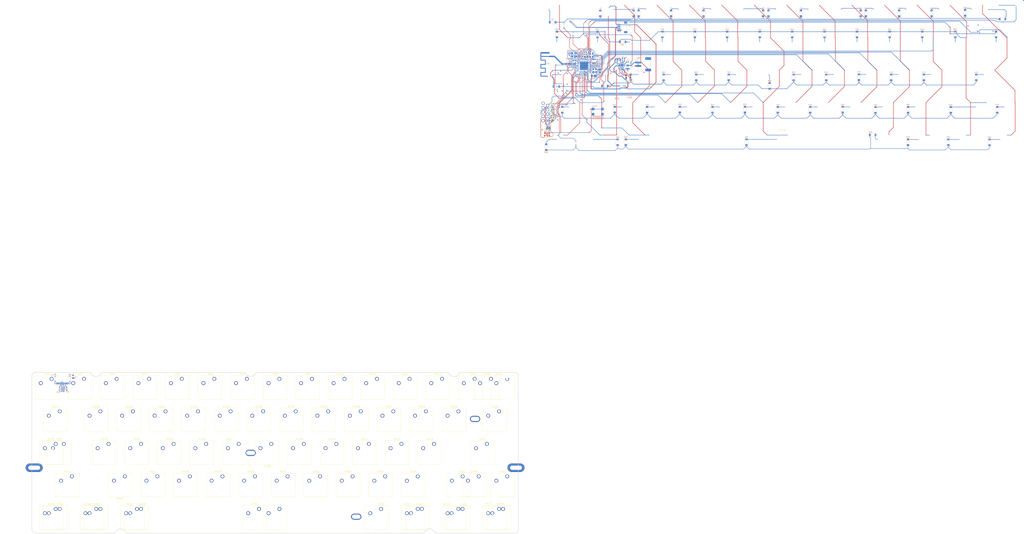
<source format=kicad_pcb>
(kicad_pcb (version 20240108) (generator "pcbnew") (generator_version "8.0")
  (layers (0 "F.Cu" signal) (31 "B.Cu" signal) (34 "B.Paste" user) (35 "F.Paste" user) (36 "B.SilkS" user "B.Silkscreen") (37 "F.SilkS" user "F.Silkscreen") (38 "B.Mask" user) (39 "F.Mask" user) (44 "Edge.Cuts" user))
  (net 0 "")
  (net 1 "/ANT_FEED")
  (net 2 "GND")
  (net 3 "/VBUS")
  (net 4 "/USB and Power management/V_BATT")
  (net 5 "/VDD_nRF")
  (net 6 "Net-(U3-XC2)")
  (net 7 "Net-(U3-XC1)")
  (net 8 "Net-(U3-P0.00{slash}XL1)")
  (net 9 "Net-(U3-P0.01{slash}XL2)")
  (net 10 "Net-(U3-DEC5)")
  (net 11 "Net-(U3-ANT)")
  (net 12 "Net-(U3-DEC4)")
  (net 13 "Net-(U3-DEC3)")
  (net 14 "Net-(U3-DEC2)")
  (net 15 "/VBATT_nRF")
  (net 16 "Net-(U3-DECUSB)")
  (net 17 "Net-(U3-DEC1)")
  (net 18 "Net-(D1-K)")
  (net 19 "Net-(D1-A)")
  (net 20 "Net-(D2-K)")
  (net 21 "Net-(D2-A)")
  (net 22 "/ROW0")
  (net 23 "Net-(D3-A)")
  (net 24 "Net-(D4-A)")
  (net 25 "Net-(D5-A)")
  (net 26 "Net-(D6-A)")
  (net 27 "Net-(D7-A)")
  (net 28 "Net-(D8-A)")
  (net 29 "Net-(D9-A)")
  (net 30 "Net-(D10-A)")
  (net 31 "Net-(D11-A)")
  (net 32 "Net-(D12-A)")
  (net 33 "Net-(D13-A)")
  (net 34 "Net-(D14-A)")
  (net 35 "Net-(D15-A)")
  (net 36 "Net-(D16-A)")
  (net 37 "Net-(D17-A)")
  (net 38 "/ROW1")
  (net 39 "Net-(D18-A)")
  (net 40 "Net-(D19-A)")
  (net 41 "Net-(D20-A)")
  (net 42 "Net-(D21-A)")
  (net 43 "Net-(D22-A)")
  (net 44 "Net-(D23-A)")
  (net 45 "Net-(D24-A)")
  (net 46 "Net-(D25-A)")
  (net 47 "Net-(D26-A)")
  (net 48 "Net-(D27-A)")
  (net 49 "Net-(D28-A)")
  (net 50 "Net-(D29-A)")
  (net 51 "Net-(D30-A)")
  (net 52 "Net-(D31-A)")
  (net 53 "/ROW2")
  (net 54 "Net-(D32-A)")
  (net 55 "Net-(D33-A)")
  (net 56 "Net-(D34-A)")
  (net 57 "Net-(D35-A)")
  (net 58 "Net-(D36-A)")
  (net 59 "Net-(D37-A)")
  (net 60 "Net-(D38-A)")
  (net 61 "Net-(D39-A)")
  (net 62 "Net-(D40-A)")
  (net 63 "Net-(D41-A)")
  (net 64 "Net-(D42-A)")
  (net 65 "Net-(D43-A)")
  (net 66 "Net-(D44-A)")
  (net 67 "/ROW3")
  (net 68 "Net-(D45-A)")
  (net 69 "Net-(D46-A)")
  (net 70 "Net-(D47-A)")
  (net 71 "Net-(D48-A)")
  (net 72 "Net-(D49-A)")
  (net 73 "Net-(D50-A)")
  (net 74 "Net-(D51-A)")
  (net 75 "Net-(D52-A)")
  (net 76 "Net-(D53-A)")
  (net 77 "Net-(D54-A)")
  (net 78 "Net-(D55-A)")
  (net 79 "Net-(D56-A)")
  (net 80 "Net-(D57-A)")
  (net 81 "/ROW4")
  (net 82 "Net-(D58-A)")
  (net 83 "Net-(D59-A)")
  (net 84 "Net-(D60-A)")
  (net 85 "Net-(D61-A)")
  (net 86 "Net-(D62-A)")
  (net 87 "Net-(D63-A)")
  (net 88 "Net-(D64-A)")
  (net 89 "Net-(D65-A)")
  (net 90 "/USB_D-")
  (net 91 "/USB_D+")
  (net 92 "/DB_SWDCLK")
  (net 93 "/DB_SWDIO")
  (net 94 "/DB_SWO")
  (net 96 "/~{nReset}")
  (net 100 "Net-(J4-CC1)")
  (net 102 "Net-(J4-CC2)")
  (net 104 "GNDPWR")
  (net 105 "/COL0")
  (net 106 "/COL1")
  (net 107 "/COL2")
  (net 108 "/COL3")
  (net 109 "/COL4")
  (net 110 "/COL5")
  (net 111 "/COL6")
  (net 112 "/COL7")
  (net 113 "/COL8")
  (net 114 "/COL9")
  (net 115 "/COL10")
  (net 116 "/COL11")
  (net 117 "/COL12")
  (net 118 "/COL13")
  (net 119 "/COL14")
  (net 120 "Net-(U1-ISET)")
  (net 121 "Net-(U1-ILIM)")
  (net 122 "Net-(U1-ITERM)")
  (net 123 "Net-(U3-SWDCLK)")
  (net 124 "Net-(U3-SWDIO)")
  (net 125 "Net-(U3-P1.00{slash}SWO)")
  (net 126 "Net-(U1-TS)")
  (net 128 "Net-(L3-Pad1)")
  (net 151 "Net-(J5-Pin_1)")
  (net 152 "Net-(U3-DCC)")
  (net 153 "Net-(U3-DCCH)")
  (net 154 "Net-(C11-Pad1)")
  (net 155 "/VDDH")
  (footprint "keyboard:SW_Cherry_MX_1.50u_PCB" (layer "F.Cu") (at 102.5025 128.525)
    (property "Reference" "MX17")
    (property "Value" "1.5u")
  )
  (footprint "keyboard:SW_Cherry_MX_1.00u_PCB" (layer "F.Cu") (at 126.3156 185.6766)
    (property "Reference" "MX68")
    (property "Value" "1u")
  )
  (footprint "keyboard:SW_Cherry_MX_1.00u_PCB" (layer "F.Cu") (at 135.84 109.475)
    (property "Reference" "MX3")
    (property "Value" "1u")
  )
  (footprint "keyboard:SW_Cherry_MX_1.00u_PCB" (layer "F.Cu") (at 150.1286 147.5758)
    (property "Reference" "MX34")
    (property "Value" "1u")
  )
  (footprint "keyboard:SW_Cherry_MX_1.25u_PCB" (layer "F.Cu") (at 147.74725 185.6766)
    (property "Reference" "MX61")
    (property "Value" "1.25u")
  )
  (footprint "keyboard:SW_Cherry_MX_1.25u_PCB" (layer "F.Cu") (at 100.12125 185.6766)
    (property "Reference" "MX59")
    (property "Value" "1.25u")
  )
  (footprint "keyboard:SW_Cherry_MX_1.75u_PCB" (layer "F.Cu") (at 338.35615 166.6262)
    (property "Reference" "MX56")
    (property "Value" "1.75u")
  )
  (footprint "keyboard:SW_Cherry_MX_1.00u_PCB" (layer "F.Cu") (at 126.315 128.525)
    (property "Reference" "MX18")
    (property "Value" "1u")
  )
  (footprint "keyboard:SW_Cherry_MX_1.00u_PCB" (layer "F.Cu") (at 173.94 109.475)
    (property "Reference" "MX5")
    (property "Value" "1u")
  )
  (footprint "keyboard:SW_Cherry_MX_1.00u_PCB" (layer "F.Cu") (at 278.715 128.525)
    (property "Reference" "MX26")
    (property "Value" "1u")
  )
  (footprint "keyboard:SW_Cherry_MX_1.00u_PCB" (layer "F.Cu") (at 145.365 128.525)
    (property "Reference" "MX19")
    (property "Value" "1u")
  )
  (footprint "keyboard:DB_CONN" (layer "F.Cu") (at 386.76 -46.867041 90)
    (property "Reference" "J3")
    (property "Value" "Prog_conn")
  )
  (footprint "keyboard:SW_Cherry_MX_1.00u_PCB" (layer "F.Cu") (at 264.431 147.5758)
    (property "Reference" "MX40")
    (property "Value" "1u")
  )
  (footprint "keyboard:SW_Cherry_MX_1.00u_PCB" (layer "F.Cu") (at 283.4814 147.5758)
    (property "Reference" "MX41")
    (property "Value" "1u")
  )
  (footprint "keyboard:SW_Cherry_MX_1.00u_PCB" (layer "F.Cu") (at 364.4456 166.6262)
    (property "Reference" "MX57")
    (property "Value" "1u")
  )
  (footprint "keyboard:SW_Cherry_MX_2.25u_PCB" (layer "F.Cu") (at 109.64625 166.6262)
    (property "Reference" "MX45")
    (property "Value" "2.25u")
  )
  (footprint "keyboard:SW_Cherry_MX_1.00u_PCB" (layer "F.Cu") (at 131.0791 147.575)
    (property "Reference" "MX33")
    (property "Value" "1u")
  )
  (footprint "keyboard:SW_Cherry_MX_1.50u_PCB" (layer "F.Cu") (at 150.1285 185.6766)
    (property "Reference" "MX69")
    (property "Value" "1.5u")
  )
  (footprint "keyboard:SW_Cherry_MX_1.00u_PCB" (layer "F.Cu") (at 164.415 128.525)
    (property "Reference" "MX20")
    (property "Value" "1u")
  )
  (footprint "keyboard:SW_Cherry_MX_1.00u_PCB" (layer "F.Cu") (at 240.615 128.525)
    (property "Reference" "MX24")
    (property "Value" "1u")
  )
  (footprint "keyboard:SW_Cherry_MX_1.00u_PCB" (layer "F.Cu") (at 231.09 109.475)
    (property "Reference" "MX8")
    (property "Value" "1u")
  )
  (footprint "keyboard:SW_Cherry_MX_1.00u_PCB" (layer "F.Cu") (at 178.7042 166.6262)
    (property "Reference" "MX48")
    (property "Value" "1u")
  )
  (footprint "keyboard:SW_Cherry_MX_1.00u_PCB" (layer "F.Cu") (at 235.8554 166.6262)
    (property "Reference" "MX51")
    (property "Value" "1u")
  )
  (footprint "keyboard:SW_Cherry_MX_1.00u_PCB" (layer "F.Cu") (at 212.04 109.475)
    (property "Reference" "MX7")
    (property "Value" "1u")
  )
  (footprint "keyboard:SW_Cherry_MX_1.00u_PCB" (layer "F.Cu") (at 116.79 109.475)
    (property "Reference" "MX2")
    (property "Value" "1u")
  )
  (footprint "keyboard:SW_Cherry_MX_1.75u_PCB" (layer "F.Cu") (at 104.88375 147.5758)
    (property "Reference" "MX31")
    (property "Value" "1.75u")
  )
  (footprint "keyboard:SW_Cherry_MX_6.25u_PCB" (layer "F.Cu") (at 216.64525 190.7566)
    (property "Reference" "MX62")
    (property "Value" "6.25u")
  )
  (footprint "keyboard:SW_Cherry_MX_1.00u_PCB" (layer "F.Cu") (at 159.6538 166.6262)
    (property "Reference" "MX47")
    (property "Value" "1u")
  )
  (footprint "keyboard:SW_Cherry_MX_2.00u_PCB" (layer "F.Cu") (at 354.915 109.475)
    (property "Reference" "MX16")
    (property "Value" "2u")
  )
  (footprint "keyboard:TC2030-IDC-NL" (layer "F.Cu") (at 387.765 -33.767041 180)
    (property "Reference" "J5")
    (property "Value" "Tag connect TC2030-CTX")
  )
  (footprint "keyboard:SW_Cherry_MX_1.00u_PCB" (layer "F.Cu") (at 312.057 166.6262)
    (property "Reference" "MX55")
    (property "Value" "1u")
  )
  (footprint "keyboard:SW_Cherry_MX_1.25u_PCB" (layer "F.Cu") (at 100.12125 147.5758)
    (property "Reference" "MX32")
    (property "Value" "1.25u")
  )
  (footprint "keyboard:SW_Cherry_MX_1.00u_PCB" (layer "F.Cu") (at 326.34 109.475)
    (property "Reference" "MX13")
    (property "Value" "1u")
  )
  (footprint "keyboard:SW_Cherry_MX_1.00u_PCB" (layer "F.Cu") (at 297.765 128.525)
    (property "Reference" "MX27")
    (property "Value" "1u")
  )
  (footprint "keyboard:SW_Cherry_MX_1.50u_PCB" (layer "F.Cu") (at 359.6775 128.525)
    (property "Reference" "MX30")
    (property "Value" "1.5u")
  )
  (footprint "keyboard:SW_Cherry_MX_1.00u_PCB" (layer "F.Cu") (at 169.179 147.5758)
    (property "Reference" "MX35")
    (property "Value" "1u")
  )
  (footprint "keyboard:LED_0603_1608Metric" (layer "F.Cu") (at 434.03 -67.667041 -90)
    (property "Reference" "D1")
    (property "Value" "LED")
  )
  (footprint "keyboard:SW_Cherry_MX_1.25u_PCB" (layer "F.Cu") (at 314.43825 185.6766)
    (property "Reference" "MX64")
    (property "Value" "1.25u")
  )
  (footprint "keyboard:SW_Cherry_MX_2.75u_PCB" (layer "F.Cu") (at 347.77615 166.6262)
    (property "Reference" "MX58")
    (property "Value" "2.75u")
  )
  (footprint "keyboard:SW_Cherry_MX_1.00u_PCB" (layer "F.Cu") (at 335.87 185.6766)
    (property "Reference" "MX72")
    (property "Value" "1u")
  )
  (footprint "keyboard:SW_Cherry_MX_1.50u_PCB" (layer "F.Cu") (at 102.5025 185.6766)
    (property "Reference" "MX67")
    (property "Value" "1.5u")
  )
  (footprint "keyboard:SW_Cherry_MX_1.00u_PCB" (layer "F.Cu") (at 302.5318 147.5758)
    (property "Reference" "MX42")
    (property "Value" "1u")
  )
  (footprint "keyboard:SW_Cherry_MX_1.00u_PCB" (layer "F.Cu") (at 316.815 128.525)
    (property "Reference" "MX28")
    (property "Value" "1u")
  )
  (footprint "keyboard:SW_Cherry_MX_1.25u_PCB" (layer "F.Cu") (at 362.06425 185.6766)
    (property "Reference" "MX66")
    (property "Value" "1.25u")
  )
  (footprint "keyboard:SW_Cherry_MX_1.00u_PCB" (layer "F.Cu") (at 197.7546 166.6262)
    (property "Reference" "MX49")
    (property "Value" "1u")
  )
  (footprint "keyboard:SW_Cherry_MX_1.00u_PCB" (layer "F.Cu") (at 269.19 109.475)
    (property "Reference" "MX10")
    (property "Value" "1u")
  )
  (footprint "keyboard:SW_Cherry_MX_1.00u_PCB" (layer "F.Cu") (at 364.44 109.475)
    (property "Reference" "MX15")
    (property "Value" "1u")
  )
  (footprint "keyboard:SW_Cherry_MX_1.00u_PCB" (layer "F.Cu") (at 183.465 128.525)
    (property "Reference" "MX21")
    (property "Value" "1u")
  )
  (footprint "keyboard:SW_Cherry_MX_1.00u_PCB" (layer "F.Cu") (at 321.5822 147.5758)
    (property "Reference" "MX43")
    (property "Value" "1u")
  )
  (footprint "keyboard:SW_Cherry_MX_1.00u_PCB" (layer "F.Cu") (at 245.3806 147.5758)
    (property "Reference" "MX39")
    (property "Value" "1u")
  )
  (footprint "keyboard:SW_Cherry_MX_1.00u_PCB" (layer "F.Cu") (at 335.865 128.525)
    (property "Reference" "MX29")
    (property "Value" "1u")
  )
  (footprint "keyboard:SW_Cherry_MX_1.50u_PCB" (layer "F.Cu") (at 359.6829 185.6766)
    (property "Reference" "MX73")
    (property "Value" "1.5u")
  )
  (footprint "keyboard:SW_Cherry_MX_1.25u_PCB" (layer "F.Cu") (at 123.93425 185.6766)
    (property "Reference" "MX60")
    (property "Value" "1.25u")
  )
  (footprint "keyboard:SW_Cherry_MX_1.00u_PCB" (layer "F.Cu") (at 221.565 128.525)
    (property "Reference" "MX23")
    (property "Value" "1u")
  )
  (footprint "keyboard:SW_Cherry_MX_1.00u_PCB" (layer "F.Cu") (at 140.6034 166.6262)
    (property "Reference" "MX46")
    (property "Value" "1u")
  )
  (footprint "keyboard:SW_Cherry_MX_7.00u_PCB" (layer "F.Cu") (at 228.5516 190.7566)
    (property "Reference" "MX70")
    (property "Value" "7u")
  )
  (footprint "keyboard:SW_Cherry_MX_1.00u_PCB" (layer "F.Cu") (at 288.24 109.475)
    (property "Reference" "MX11")
    (property "Value" "1u")
  )
  (footprint "keyboard:SW_Cherry_MX_1.00u_PCB" (layer "F.Cu") (at 250.14 109.475)
    (property "Reference" "MX9")
    (property "Value" "1u")
  )
  (footprint "keyboard:SW_Cherry_MX_1.00u_PCB" (layer "F.Cu") (at 307.29 109.475)
    (property "Reference" "MX12")
    (property "Value" "1u")
  )
  (footprint "keyboard:SW_Cherry_MX_1.00u_PCB" (layer "F.Cu") (at 216.805 166.6262)
    (property "Reference" "MX50")
    (property "Value" "1u")
  )
  (footprint "keyboard:SW_Cherry_MX_1.00u_PCB" (layer "F.Cu") (at 192.99 109.475)
    (property "Reference" "MX6")
    (property "Value" "1u")
  )
  (footprint "keyboard:LED_0603_1608Metric" (layer "F.Cu") (at 436.53 -67.667041 -90)
    (property "Reference" "D2")
    (property "Value" "LED")
  )
  (footprint "keyboard:SW_Cherry_MX_1.00u_PCB" (layer "F.Cu") (at 97.74 109.475)
    (property "Reference" "MX1")
    (property "Value" "1u")
  )
  (footprint "keyboard:SW_Cherry_MX_1.00u_PCB" (layer "F.Cu") (at 293.0066 166.6262)
    (property "Reference" "MX54")
    (property "Value" "1u")
  )
  (footprint "keyboard:SW_Cherry_MX_1.00u_PCB" (layer "F.Cu") (at 154.89 109.475)
    (property "Reference" "MX4")
    (property "Value" "1u")
  )
  (footprint "keyboard:SW_Cherry_MX_1.00u_PCB" (layer "F.Cu") (at 202.515 128.525)
    (property "Reference" "MX22")
    (property "Value" "1u")
  )
  (footprint "keyboard:SW_Cherry_MX_1.00u_PCB" (layer "F.Cu") (at 345.39 109.475)
    (property "Reference" "MX14")
    (property "Value" "1u")
  )
  (footprint "keyboard:BLE-symbol" (layer "F.Cu") (at 530.53 -74.267041)
    (property "Reference" "G***" (hide yes))
    (property "Value" "LOGO" (hide yes))
  )
  (footprint "keyboard:SW_Cherry_MX_1.25u_PCB" (layer "F.Cu") (at 338.25125 185.6766)
    (property "Reference" "MX65")
    (property "Value" "1.25u")
  )
  (footprint "keyboard:SW_Cherry_MX_1.00u_PCB" (layer "F.Cu") (at 273.9562 166.6262)
    (property "Reference" "MX53")
    (property "Value" "1u")
  )
  (footprint "keyboard:SW_Cherry_MX_1.00u_PCB" (layer "F.Cu") (at 226.3302 147.5758)
    (property "Reference" "MX38")
    (property "Value" "1u")
  )
  (footprint "keyboard:SW_Cherry_MX_1.00u_PCB" (layer "F.Cu") (at 207.2798 147.5758)
    (property "Reference" "MX37")
    (property "Value" "1u")
  )
  (footprint "keyboard:Keybaord_outline_edgecuts" (layer "F.Cu") (at 214.2625 152.655)
    (property "Reference" "S2")
    (property "Value" "~")
    (fp_line (start -128.05 44.95) (end -128.05 -44.75) (stroke (width 0.2)) (layer "Edge.Cuts"))
    (fp_line (start -94.598105 -47) (end -125.8 -47) (stroke (width 0.2)) (layer "Edge.Cuts"))
    (fp_line (start -80.310605 47.2) (end -125.8 47.2) (stroke (width 0.2)) (layer "Edge.Cuts"))
    (fp_line (start -4.110605 -47) (end -86.351894 -47) (stroke (width 0.2)) (layer "Edge.Cuts"))
    (fp_line (start 100.664395 47.2) (end -72.064394 47.2) (stroke (width 0.2)) (layer "Edge.Cuts"))
    (fp_line (start 114.951895 -47) (end 4.135606 -47) (stroke (width 0.2)) (layer "Edge.Cuts"))
    (fp_line (start 154.4 -47) (end 123.198106 -47) (stroke (width 0.2)) (layer "Edge.Cuts"))
    (fp_line (start 154.4 47.2) (end 108.910606 47.2) (stroke (width 0.2)) (layer "Edge.Cuts"))
    (fp_line (start 156.65 44.95) (end 156.65 -44.75) (stroke (width 0.2)) (layer "Edge.Cuts"))
    (fp_arc (start -128.05 -44.75) (mid -127.39097 -46.34097) (end -125.8 -47) (stroke (width 0.2)) (layer "Edge.Cuts"))
    (fp_arc (start -125.8 47.2) (mid -127.390982 46.540982) (end -128.05 44.95) (stroke (width 0.2)) (layer "Edge.Cuts"))
    (fp_arc (start -94.598106 -47) (mid -93.820395 -46.782634) (end -93.268071 -46.193549) (stroke (width 0.2)) (layer "Edge.Cuts"))
    (fp_arc (start -87.681929 -46.193548) (mid -90.475 -44.499978) (end -93.268071 -46.193549) (stroke (width 0.2)) (layer "Edge.Cuts"))
    (fp_arc (start -87.681928 -46.193548) (mid -87.129598 -46.782622) (end -86.351894 -47) (stroke (width 0.2)) (layer "Edge.Cuts"))
    (fp_arc (start -78.980572 46.393548) (mid -76.1875 44.699999) (end -73.394428 46.393548) (stroke (width 0.2)) (layer "Edge.Cuts"))
    (fp_arc (start -78.980571 46.393548) (mid -79.532904 46.982617) (end -80.310605 47.2) (stroke (width 0.2)) (layer "Edge.Cuts"))
    (fp_arc (start -72.064394 47.2) (mid -72.842106 46.982636) (end -73.394428 46.393548) (stroke (width 0.2)) (layer "Edge.Cuts"))
    (fp_arc (start -4.110606 -47) (mid -3.332895 -46.782634) (end -2.780571 -46.193549) (stroke (width 0.2)) (layer "Edge.Cuts"))
    (fp_arc (start 2.805571 -46.193548) (mid 0.0125 -44.499978) (end -2.780571 -46.193549) (stroke (width 0.2)) (layer "Edge.Cuts"))
    (fp_arc (start 2.805572 -46.193548) (mid 3.357903 -46.782621) (end 4.135606 -47) (stroke (width 0.2)) (layer "Edge.Cuts"))
    (fp_arc (start 101.994428 46.393548) (mid 104.7875 44.699999) (end 107.580572 46.393548) (stroke (width 0.2)) (layer "Edge.Cuts"))
    (fp_arc (start 101.994429 46.393548) (mid 101.442108 46.982636) (end 100.664395 47.2) (stroke (width 0.2)) (layer "Edge.Cuts"))
    (fp_arc (start 108.910606 47.2) (mid 108.13289 46.982641) (end 107.580572 46.393548) (stroke (width 0.2)) (layer "Edge.Cuts"))
    (fp_arc (start 114.951894 -47) (mid 115.72961 -46.782641) (end 116.281929 -46.193549) (stroke (width 0.2)) (layer "Edge.Cuts"))
    (fp_arc (start 121.868071 -46.193548) (mid 119.075 -44.5) (end 116.281929 -46.193549) (stroke (width 0.2)) (layer "Edge.Cuts"))
    (fp_arc (start 121.868072 -46.193548) (mid 122.420393 -46.782636) (end 123.198106 -47) (stroke (width 0.2)) (layer "Edge.Cuts"))
    (fp_arc (start 154.4 -47) (mid 155.99099 -46.34099) (end 156.65 -44.75) (stroke (width 0.2)) (layer "Edge.Cuts"))
    (fp_arc (start 156.65 44.95) (mid 155.99102 46.54102) (end 154.4 47.2) (stroke (width 0.2)) (layer "Edge.Cuts"))
  )
  (footprint "keyboard:SW_Cherry_MX_1.00u_PCB" (layer "F.Cu") (at 254.9058 166.6262)
    (property "Reference" "MX52")
    (property "Value" "1u")
  )
  (footprint "keyboard:SW_Cherry_MX_1.25u_PCB" (layer "F.Cu") (at 290.62525 185.6766)
    (property "Reference" "MX63")
    (property "Value" "1.25u")
  )
  (footprint "keyboard:SW_Cherry_MX_2.25u_PCB" (layer "F.Cu") (at 352.53885 147.5758)
    (property "Reference" "MX44")
    (property "Value" "2.25u")
  )
  (footprint "keyboard:SW_Cherry_MX_1.50u_PCB" (layer "F.Cu") (at 312.0569 185.6766)
    (property "Reference" "MX71")
    (property "Value" "1.5u")
  )
  (footprint "keyboard:SW_Cherry_MX_1.00u_PCB" (layer "F.Cu") (at 259.665 128.525)
    (property "Reference" "MX25")
    (property "Value" "1u")
  )
  (footprint "keyboard:SW_Cherry_MX_1.00u_PCB" (layer "F.Cu") (at 188.2294 147.5758)
    (property "Reference" "MX36")
    (property "Value" "1u")
  )
  (footprint "kibuzzard-64CB1AC3" (layer "B.Cu") (at 417.53 -43.567041 180)
    (property "Reference" "kibuzzard-64CB1AC3" (hide yes))
    (property "Value" "G***" (hide yes))
  )
  (footprint "keyboard:C_0402_1005Metric" (layer "B.Cu") (at 405.77 -80.327041 -90)
    (property "Reference" "C5")
    (property "Value" "8pF")
  )
  (footprint "keyboard:D_SOD-123" (layer "B.Cu") (at 446.265 -48.167041 90)
    (property "Reference" "D47")
    (property "Value" "1N4148W")
  )
  (footprint "keyboard:D_SOD-123" (layer "B.Cu") (at 418.93 -104.667041 90)
    (property "Reference" "D4")
    (property "Value" "1N4148W")
  )
  (footprint "keyboard:C_0603_1608Metric" (layer "B.Cu") (at 410.68 -79.317041 180)
    (property "Reference" "C14")
    (property "Value" "1uF")
  )
  (footprint "keyboard:D_SOD-123" (layer "B.Cu") (at 650.565 -92.267041 -90)
    (property "Reference" "D31")
    (property "Value" "1N4148W")
  )
  (footprint "keyboard:aqfn73" (layer "B.Cu") (at 409.43 -73.967041 180)
    (property "Reference" "U3")
    (property "Value" "nRF52840-QIAA-R/nRF52833-QIAA-R")
  )
  (footprint "keyboard:C_0402_1005Metric" (layer "B.Cu") (at 416.38 -79.217041 180)
    (property "Reference" "C27")
    (property "Value" "100nF")
  )
  (footprint "keyboard:JST-4-pin" (layer "B.Cu") (at 429.93 -96.427041 -90)
    (property "Reference" "J1")
    (property "Value" "JST-4-pin")
  )
  (footprint "keyboard:D_SOD-123" (layer "B.Cu") (at 396.665 -48.167041 90)
    (property "Reference" "D45")
    (property "Value" "1N4148W")
  )
  (footprint "keyboard:D_SOD-123" (layer "B.Cu") (at 514.23 -104.667041 90)
    (property "Reference" "D9")
    (property "Value" "1N4148W")
  )
  (footprint "keyboard:keyboard-name-silkscreen" (layer "B.Cu") (at 546.251451 -24.884072 180)
    (property "Reference" "G***" (hide yes))
    (property "Value" "LOGO" (hide yes))
  )
  (footprint "keyboard:D_SOD-123" (layer "B.Cu") (at 438.4 -104.647041 90)
    (property "Reference" "D5")
    (property "Value" "1N4148W")
  )
  (footprint "keyboard:D_SOD-123" (layer "B.Cu") (at 578.33 -33.467041)
    (property "Reference" "D62")
    (property "Value" "1N4148W")
  )
  (footprint "keyboard:D_SOD-123" (layer "B.Cu") (at 550.165 -92.267041 -90)
    (property "Reference" "D26")
    (property "Value" "1N4148W")
  )
  (footprint "keyboard:L_0402_1005Metric" (layer "B.Cu") (at 399.615 -75.067041 180)
    (property "Reference" "L6")
    (property "Value" "2.2nH")
  )
  (footprint "keyboard:D_SOD-123" (layer "B.Cu") (at 455.265 -92.267041 -90)
    (property "Reference" "D21")
    (property "Value" "1N4148W")
  )
  (footprint "keyboard:D_SOD-123" (layer "B.Cu") (at 493.165 -92.267041 -90)
    (property "Reference" "D23")
    (property "Value" "1N4148W")
  )
  (footprint "keyboard:D_SOD-123" (layer "B.Cu") (at 532.065 -67.167041 90)
    (property "Reference" "D39")
    (property "Value" "1N4148W")
  )
  (footprint "keyboard:D_SOD-123" (layer "B.Cu") (at 494.065 -67.167041 90)
    (property "Reference" "D37")
    (property "Value" "1N4148W")
  )
  (footprint "keyboard:D_SOD-123" (layer "B.Cu") (at 393.165 -61.767041 180)
    (property "Reference" "D32")
    (property "Value" "1N4148W")
  )
  (footprint "keyboard:D_SOD-123" (layer "B.Cu") (at 622.63 -29.167041 90)
    (property "Reference" "D64")
    (property "Value" "1N4148W")
  )
  (footprint "keyboard:D_SOD-123" (layer "B.Cu") (at 421.63 -62.067041 180)
    (property "Reference" "D33")
    (property "Value" "1N4148W")
  )
  (footprint "keyboard:D_SOD-123" (layer "B.Cu") (at 569.165 -92.267041 -90)
    (property "Reference" "D27")
    (property "Value" "1N4148W")
  )
  (footprint "keyboard:D_SOD-123" (layer "B.Cu") (at 387.265 -26.267041 90)
    (property "Reference" "D58")
    (property "Value" "1N4148W")
  )
  (footprint "keyboard:C_0402_1005Metric" (layer "B.Cu") (at 403.68 -77.017041)
    (property "Reference" "C17")
    (property "Value" "100nF")
  )
  (footprint "keyboard:logo-soldermask" (layer "B.Cu") (at 548.63 -33.667041 180)
    (property "Reference" "G***" (hide yes))
    (property "Value" "LOGO" (hide yes))
  )
  (footprint "keyboard:R_0402_1005Metric" (layer "B.Cu") (at 391.065 -44.667041)
    (property "Reference" "R18")
    (property "Value" "10k")
  )
  (footprint "keyboard:R_0402_1005Metric" (layer "B.Cu") (at 410.18 -81.717041)
    (property "Reference" "R15")
    (property "Value" "10k")
  )
  (footprint "keyboard:C_0402_1005Metric" (layer "B.Cu") (at 406.145 -68.917041 180)
    (property "Reference" "C24")
    (property "Value" "100nF")
  )
  (footprint "keyboard:C_0805_2012Metric" (layer "B.Cu") (at 415.78 -70.117041)
    (property "Reference" "C21")
    (property "Value" "4u7F")
  )
  (footprint "keyboard:D_SOD-123" (layer "B.Cu") (at 455.965 -67.167041 90)
    (property "Reference" "D35")
    (property "Value" "1N4148W")
  )
  (footprint "keyboard:D_SOD-123" (layer "B.Cu") (at 560.765 -48.267041 90)
    (property "Reference" "D53")
    (property "Value" "1N4148W")
  )
  (footprint "keyboard:D_SOD-123" (layer "B.Cu") (at 465.465 -48.267041 90)
    (property "Reference" "D48")
    (property "Value" "1N4148W")
  )
  (footprint "keyboard:D_SOD-123" (layer "B.Cu") (at 512.265 -92.267041 -90)
    (property "Reference" "D24")
    (property "Value" "1N4148W")
  )
  (footprint "keyboard:R_0402_1005Metric" (layer "B.Cu") (at 390.565 -46.867041 -90)
    (property "Reference" "R9")
    (property "Value" "10k")
  )
  (footprint "keyboard:C_0402_1005Metric" (layer "B.Cu") (at 400.845 -80.517041 90)
    (property "Reference" "C6")
    (property "Value" "8pF")
  )
  (footprint "keyboard:D_SOD-123" (layer "B.Cu") (at 441.33 -104.667041 90)
    (property "Reference" "D6")
    (property "Value" "1N4148W")
  )
  (footprint "keyboard:R_0402_1005Metric" (layer "B.Cu") (at 390.965 -48.367041)
    (property "Reference" "R11")
    (property "Value" "22E")
  )
  (footprint "keyboard:R_0402_1005Metric" (layer "B.Cu") (at 432.965 -70.962041 -90)
    (property "Reference" "R2")
    (property "Value" "1k2")
  )
  (footprint "keyboard:D_SOD-123" (layer "B.Cu") (at 518.03 -62.167041 90)
    (property "Reference" "D38")
    (property "Value" "1N4148W")
  )
  (footprint "keyboard:D_SOD-123" (layer "B.Cu") (at 517.33 -104.667041 90)
    (property "Reference" "D10")
    (property "Value" "1N4148W")
  )
  (footprint "keyboard:D_SOD-123" (layer "B.Cu") (at 503.565 -48.267041 90)
    (property "Reference" "D50")
    (property "Value" "1N4148W")
  )
  (footprint "keyboard:D_SOD-123" (layer "B.Cu") (at 504.465 -29.167041 90)
    (property "Reference" "D61")
    (property "Value" "1N4148W")
  )
  (footprint "keyboard:L_0402_1005Metric" (layer "B.Cu") (at 402.68 -75.017041 180)
    (property "Reference" "L1")
    (property "Value" "4.7nH")
  )
  (footprint "keyboard:C_0805_2012Metric" (layer "B.Cu") (at 434.865 -73.162041 -90)
    (property "Reference" "C2")
    (property "Value" "4u7F")
  )
  (footprint "keyboard:L_0603_1608Metric" (layer "B.Cu") (at 412.98 -80.017041 -90)
    (property "Reference" "L3")
    (property "Value" "10uH")
  )
  (footprint "keyboard:USON-10" (layer "B.Cu") (at 104.42875 115.07875 90)
    (property "Reference" "U4")
    (property "Value" "TPD4E05U06DQAR")
  )
  (footprint "keyboard:L_0603_1608Metric" (layer "B.Cu") (at 110.27875 108.21125 90)
    (property "Reference" "L2")
    (property "Value" "60R@100MHz")
  )
  (footprint "keyboard:C_0805_2012Metric" (layer "B.Cu") (at 418.58 -70.917041 -90)
    (property "Reference" "C22")
    (property "Value" "4u7F")
  )
  (footprint "keyboard:D_SOD-123" (layer "B.Cu") (at 484.565 -48.167041 90)
    (property "Reference" "D49")
    (property "Value" "1N4148W")
  )
  (footprint "keyboard:D_SOD-123" (layer "B.Cu") (at 626.765 -92.267041 -90)
    (property "Reference" "D30")
    (property "Value" "1N4148W")
  )
  (footprint "keyboard:R_0402_1005Metric" (layer "B.Cu") (at 436.83 -74.727041 -90)
    (property "Reference" "R14")
    (property "Value" "10k")
  )
  (footprint "keyboard:R_0402_1005Metric" (layer "B.Cu") (at 428.93 -75.617041 -90)
    (property "Reference" "R4")
    (property "Value" "1k2")
  )
  (footprint "keyboard:D_SOD-123" (layer "B.Cu") (at 638.965 -67.167041 90)
    (property "Reference" "D44")
    (property "Value" "1N4148W")
  )
  (footprint "keyboard:D_SOD-123" (layer "B.Cu") (at 588.265 -92.267041 -90)
    (property "Reference" "D28")
    (property "Value" "1N4148W")
  )
  (footprint "keyboard:D_SOD-123" (layer "B.Cu") (at 607.365 -92.267041 -90)
    (property "Reference" "D29")
    (property "Value" "1N4148W")
  )
  (footprint "keyboard:D_SOD-123" (layer "B.Cu") (at 599.065 -48.167041 90)
    (property "Reference" "D55")
    (property "Value" "1N4148W")
  )
  (footprint "keyboard:D_SOD-123" (layer "B.Cu") (at 432.03 -87.927041)
    (property "Reference" "D20")
    (property "Value" "1N4148W")
  )
  (footprint "keyboard:D_SOD-123" (layer "B.Cu") (at 551.165 -67.167041 90)
    (property "Reference" "D40")
    (property "Value" "1N4148W")
  )
  (footprint "keyboard:C_0402_1005Metric" (layer "B.Cu") (at 416.645 -77.717041 180)
    (property "Reference" "C7")
    (property "Value" "8pF")
  )
  (footprint "keyboard:D_SOD-123" (layer "B.Cu") (at 646.73 -29.067041 90)
    (property "Reference" "D65")
    (property "Value" "1N4148W")
  )
  (footprint "keyboard:RST_SW" (layer "B.Cu") (at 417.43 -47.067041 180)
    (property "Reference" "SW2")
    (property "Value" "Reset Switch")
  )
  (footprint "keyboard:D_SOD-123" (layer "B.Cu") (at 612.83 -104.667041 90)
    (property "Reference" "D15")
    (property "Value" "1N4148W")
  )
  (footprint "keyboard:C_0603_1608Metric" (layer "B.Cu") (at 429.83 -77.367041 180)
    (property "Reference" "C1")
    (property "Value" "1uF")
  )
  (footprint "keyboard:D_SOD-123" (layer "B.Cu") (at 429.03 -29.167041 90)
    (property "Reference" "D59")
    (property "Value" "1N4148W")
  )
  (footprint "keyboard:JST-2-pin" (layer "B.Cu") (at 441.18 -74.817041 -90)
    (property "Reference" "BT1")
    (property "Value" "Lipo cell")
  )
  (footprint "keyboard:C_0402_1005Metric" (layer "B.Cu") (at 416.645 -75.417041 180)
    (property "Reference" "C8")
    (property "Value" "8pF")
  )
  (footprint "keyboard:D_SOD-123" (layer "B.Cu") (at 599.03 -29.167041 90)
    (property "Reference" "D63")
    (property "Value" "1N4148W")
  )
  (footprint "keyboard:C_0402_1005Metric" (layer "B.Cu") (at 403.63 -73.367041)
    (property "Reference" "C9")
    (property "Value" "820pF")
  )
  (footprint "keyboard:D_SOD-123" (layer "B.Cu") (at 651.265 -48.167041 90)
    (property "Reference" "D57")
    (property "Value" "1N4148W")
  )
  (footprint "keyboard:D_SOD-123" (layer "B.Cu") (at 522.765 -48.167041 90)
    (property "Reference" "D51")
    (property "Value" "1N4148W")
  )
  (footprint "keyboard:D_SOD-123" (layer "B.Cu") (at 608.265 -67.167041 90)
    (property "Reference" "D43")
    (property "Value" "1N4148W")
  )
  (footprint "keyboard:D_SOD-123" (layer "B.Cu") (at 433.83 -29.167041 90)
    (property "Reference" "D60")
    (property "Value" "1N4148W")
  )
  (footprint "keyboard:SMD-2_crystal" (layer "B.Cu") (at 414.945 -76.517041 -90)
    (property "Reference" "Y2")
    (property "Value" "32.768kHz")
  )
  (footprint "keyboard:D_SOD-123" (layer "B.Cu") (at 474.265 -92.267041 -90)
    (property "Reference" "D22")
    (property "Value" "1N4148W")
  )
  (footprint "keyboard:C_0402_1005Metric" (layer "B.Cu") (at 410.18 -80.617041 180)
    (property "Reference" "C16")
    (property "Value" "100nF")
  )
  (footprint "keyboard:R_0402_1005Metric" (layer "B.Cu") (at 106.57875 115.16125 -90)
    (property "Reference" "R17")
    (property "Value" "5k1")
  )
  (footprint "keyboard:D_SOD-123" (layer "B.Cu") (at 417.265 -92.267041 -90)
    (property "Reference" "D19")
    (property "Value" "1N4148W")
  )
  (footprint "keyboard:R_0402_1005Metric" (layer "B.Cu") (at 431.865 -77.452041 90)
    (property "Reference" "R5")
    (property "Value" "5k1")
  )
  (footprint "keyboard:D_SOD-123" (layer "B.Cu") (at 654.33 -101.267041)
    (property "Reference" "D17")
    (property "Value" "1N4148W")
  )
  (footprint "keyboard:C_0402_1005Metric" (layer "B.Cu") (at 404.28 -75.517041 90)
    (property "Reference" "C10")
    (property "Value" "1pF")
  )
  (footprint "keyboard:R_0402_1005Metric" (layer "B.Cu") (at 391.065 -51.667041)
    (property "Reference" "R12")
    (property "Value" "22E")
  )
  (footprint "keyboard:R_0402_1005Metric" (layer "B.Cu") (at 390.965 -43.467041)
    (property "Reference" "R10")
    (property "Value" "22E")
  )
  (footprint "keyboard:D_SOD-123" (layer "B.Cu") (at 475.065 -67.167041 90)
    (property "Reference" "D36")
    (property "Value" "1N4148W")
  )
  (footprint "keyboard:D_SOD-123" (layer "B.Cu") (at 571.33 -104.667041 90)
    (property "Reference" "D12")
    (property "Value" "1N4148W")
  )
  (footprint "keyboard:R_0402_1005Metric" (layer "B.Cu") (at 433.065 -77.462041 -90)
    (property "Reference" "R3")
    (property "Value" "8k2")
  )
  (footprint "keyboard:D_SOD-123" (layer "B.Cu") (at 536.33 -104.667041 90)
    (property "Reference" "D11")
    (property "Value" "1N4148W")
  )
  (footprint "keyboard:D_SOD-123" (layer "B.Cu") (at 427.365 -48.267041 90)
    (property "Reference" "D46")
    (property "Value" "1N4148W")
  )
  (footprint "keyboard:SolderBridge" (layer "B.Cu") (at 388.53 -37.367041)
    (property "Reference" "JP1")
    (property "Value" "SolderJumper")
  )
  (footprint "keyboard:SMD-4_crystal" (layer "B.Cu") (at 403.345 -80.317041 180)
    (property "Reference" "Y1")
    (property "Value" "32MHz" (hide yes))
  )
  (footprint "keyboard:R_0402_1005Metric" (layer "B.Cu") (at 434.93 -76.167041)
    (property "Reference" "TH1")
    (property "Value" "10k")
  )
  (footprint "keyboard:tyye_c_connector" (layer "B.Cu") (at 104.14375 107.41125)
    (property "Reference" "J4")
    (property "Value" "TYPE-C-31-M12_13")
  )
  (footprint "keyboard:D_SOD-123" (layer "B.Cu") (at 460.33 -104.667041 90)
    (property "Reference" "D7")
    (property "Value" "1N4148W")
  )
  (footprint "keyboard:D_SOD-123" (layer "B.Cu") (at 479.33 -104.667041 90)
    (property "Reference" "D8")
    (property "Value" "1N4148W")
  )
  (footprint "keyboard:D_SOD-123" (layer "B.Cu") (at 436.765 -67.267041 90)
    (property "Reference" "D34")
    (property "Value" "1N4148W")
  )
  (footprint "keyboard:D_SOD-123" (layer "B.Cu") (at 624.065 -48.067041 90)
    (property "Reference" "D56")
    (property "Value" "1N4148W")
  )
  (footprint "keyboard:D_SOD-123" (layer "B.Cu") (at 393.515 -92.267041 -90)
    (property "Reference" "D18")
    (property "Value" "1N4148W")
  )
  (footprint "keyboard:D_SOD-123" (layer "B.Cu") (at 391.015 -99.417041 180)
    (property "Reference" "D3")
    (property "Value" "1N4148W")
  )
  (footprint "keyboard:D_SOD-123" (layer "B.Cu") (at 579.965 -48.067041 90)
    (property "Reference" "D54")
    (property "Value" "1N4148W")
  )
  (footprint "keyboard:C_0402_1005Metric" (layer "B.Cu") (at 408.48 -79.917041 -90)
    (property "Reference" "C12")
    (property "Value" "DNP")
  )
  (footprint "keyboard:C_0402_1005Metric" (layer "B.Cu") (at 401.78 -78.217041)
    (property "Reference" "C13")
    (property "Value" "100pF")
  )
  (footprint "keyboard:C_0402_1005Metric" (layer "B.Cu") (at 407.295 -79.817041 90)
    (property "Reference" "C26")
    (property "Value" "100nF")
  )
  (footprint "keyboard:D_SOD-123" (layer "B.Cu") (at 632.43 -104.967041 90)
    (property "Reference" "D16")
    (property "Value" "1N4148W")
  )
  (footprint "keyboard:R_0402_1005Metric" (layer "B.Cu") (at 390.63 -50.067041 -90)
    (property "Reference" "R13")
    (property "Value" "10k")
  )
  (footprint "keyboard:D_SOD-123" (layer "B.Cu") (at 574.33 -104.667041 90)
    (property "Reference" "D13")
    (property "Value" "1N4148W")
  )
  (footprint "keyboard:C_0402_1005Metric" (layer "B.Cu") (at 401.115 -75.517041 90)
    (property "Reference" "C11")
    (property "Value" "1.2pF")
  )
  (footprint "keyboard:D_SOD-123" (layer "B.Cu") (at 589.165 -67.167041 90)
    (property "Reference" "D42")
    (property "Value" "1N4148W")
  )
  (footprint "keyboard:D_SOD-123" (layer "B.Cu") (at 570.265 -67.267041 90)
    (property "Reference" "D41")
    (property "Value" "1N4148W")
  )
  (footprint "keyboard:C_0603_1608Metric" (layer "B.Cu") (at 414.58 -80.117041 -90)
    (property "Reference" "C23")
    (property "Value" "1uF")
  )
  (footprint "keyboard:D_SOD-123" (layer "B.Cu") (at 541.765 -48.167041 90)
    (property "Reference" "D52")
    (property "Value" "1N4148W")
  )
  (footprint "keyboard:R_0402_1005Metric" (layer "B.Cu") (at 102.32875 115.16125 -90)
    (property "Reference" "R16")
    (property "Value" "5k1")
  )
  (footprint "keyboard:L_0603_1608Metric" (layer "B.Cu") (at 415.58 -71.917041 180)
    (property "Reference" "L5")
    (property "Value" "10uH")
  )
  (footprint "keyboard:QFN-16" (layer "B.Cu") (at 431.645 -74.317041 180)
    (property "Reference" "U1")
    (property "Value" "BQ24074RGTR")
  )
  (footprint "keyboard:C_0402_1005Metric" (layer "B.Cu") (at 410.145 -68.917041)
    (property "Reference" "C25")
    (property "Value" "100nF")
  )
  (footprint "keyboard:D_SOD-123" (layer "B.Cu") (at 531.265 -92.267041 -90)
    (property "Reference" "D25")
    (property "Value" "1N4148W")
  )
  (footprint "keyboard:D_SOD-123" (layer "B.Cu") (at 593.83 -104.667041 90)
    (property "Reference" "D14")
    (property "Value" "1N4148W")
  )
  (footprint "keyboard:BLE_ANTENNA" (layer "B.Cu") (at 389.325 -79.817041 -90)
    (property "Reference" "AE1")
    (property "Value" "Antenna_Shield" (hide yes))
  )
  (footprint "keyboard:L_0402_1005Metric" (layer "B.Cu") (at 412.53 -82.067041)
    (property "Reference" "L4")
    (property "Value" "15nH")
  )
  (footprint "keyboard:C_0805_2012Metric" (layer "B.Cu") (at 414.88 -68.017041)
    (property "Reference" "C20")
    (property "Value" "4u7F")
  )
  (footprint "keyboard:R_0402_1005Metric" (layer "B.Cu") (at 431.715 -70.962041 -90)
    (property "Reference" "R1")
    (property "Value" "1k2")
  )
  (footprint "keyboard:creator_logo" (layer "B.Cu") (at 486.83 -23.167041 180)
    (property "Reference" "G***" (hide yes))
    (property "Value" "LOGO" (hide yes))
  )
  (footprint "keyboard:R_0402_1005Metric" (layer "B.Cu") (at 390.565 -41.867041 -90)
    (property "Reference" "R8")
    (property "Value" "10k")
  )
  (gr_line (start 406.78 -82.667041) (end 406.86 -81.037041) (stroke (width 0.15)) (layer "B.SilkS"))
  (gr_line (start 406.86 -81.037041) (end 407.04 -80.847041) (stroke (width 0.15)) (layer "B.SilkS"))
  (gr_line (start 401.8 -73.887041) (end 404.15 -74.447041) (stroke (width 0.15)) (layer "B.SilkS"))
  (gr_line (start 400.5 -74.117041) (end 401.68 -74.407041) (stroke (width 0.15)) (layer "B.SilkS"))
  (gr_text "USB \n" (at 437.065 -56.367041 0) (layer "B.SilkS") (effects (font (size 0.8 0.8) (thickness 0.2) (bold yes)) (justify left bottom mirror)))
  (gr_text "\nONLY" (at 437.465 -54.867041 0) (layer "B.SilkS") (effects (font (size 0.8 0.8) (thickness 0.2) (bold yes)) (justify left bottom mirror)))
  (gr_text "BAT \n + \nUSB" (at 430.065 -54.267041 0) (layer "B.SilkS") (effects (font (size 0.8 0.8) (thickness 0.2) (bold yes)) (justify left bottom mirror)))
  (gr_text "X" (at 392.93 -46.227041 90) (layer "F.SilkS") (effects (font (size 0.7 0.7) (thickness 0.15) (bold yes)) (justify left bottom)))
  (gr_text "CLK" (at 391.23 -42.427041 90) (layer "F.SilkS") (effects (font (size 0.7 0.7) (thickness 0.15) (bold yes)) (justify left bottom)))
  (gr_text "RST" (at 392.83 -43.327041 90) (layer "F.SilkS") (effects (font (size 0.7 0.7) (thickness 0.15) (bold yes)) (justify left bottom)))
  (gr_text "X" (at 391.13 -47.627041 90) (layer "F.SilkS") (effects (font (size 0.7 0.7) (thickness 0.15) (bold yes)) (justify left bottom)))
  (gr_text "SWO" (at 391.13 -44.827041 90) (layer "F.SilkS") (effects (font (size 0.7 0.7) (thickness 0.15) (bold yes)) (justify left bottom)))
  (gr_text "MX70\n" (at 525.83 -36.127041 0) (layer "F.SilkS") (effects (font (size 1 1))))
  (gr_text "IO" (at 392.83 -41.327041 90) (layer "F.SilkS") (effects (font (size 0.7 0.7) (thickness 0.15) (bold yes)) (justify left bottom)))
  (gr_text "GND" (at 391.03 -51.127041 90) (layer "F.SilkS") (effects (font (size 0.7 0.7) (thickness 0.15) (bold yes)) (justify left bottom)))
  (gr_text "X" (at 392.73 -48.527041 90) (layer "F.SilkS") (effects (font (size 0.7 0.7) (thickness 0.15) (bold yes)) (justify left bottom)))
  (gr_text "3V3\n" (at 392.63 -50.127041 90) (layer "F.SilkS") (effects (font (size 0.7 0.7) (thickness 0.15) (bold yes)) (justify left bottom)))
  (gr_text "X" (at 391.13 -49.627041 90) (layer "F.SilkS") (effects (font (size 0.7 0.7) (thickness 0.15) (bold yes)) (justify left bottom)))
  (segment (start 396.46 -75.037041) (end 399.1 -75.037041) (width 0.79) (layer "B.Cu") (net 1))
  (segment (start 396.46 -75.037041) (end 392.08 -79.417041) (width 0.79) (layer "B.Cu") (net 1))
  (segment (start 392.08 -79.417041) (end 389.32 -79.417041) (width 0.79) (layer "B.Cu") (net 1))
  (segment (start 399.1 -75.037041) (end 399.13 -75.067041) (width 0.79) (layer "B.Cu") (net 1))
  (segment (start 411.3 -75.837041) (end 411.23 -75.767041) (width 0.21) (layer "F.Cu") (net 2))
  (segment (start 416.45 -75.837041) (end 411.3 -75.837041) (width 0.21) (layer "F.Cu") (net 2))
  (segment (start 406.0295 -77.367541) (end 407.63 -75.767041) (width 0.21) (layer "F.Cu") (net 2))
  (segment (start 417.18 -76.567041) (end 416.45 -75.837041) (width 0.21) (layer "F.Cu") (net 2))
  (segment (start 406.0295 -79.119345) (end 406.0295 -77.367541) (width 0.21) (layer "F.Cu") (net 2))
  (via (at 410.63 -68.237041) (size 0.6) (drill 0.3) (layers "F.Cu" "B.Cu") (net 2))
  (via (at 399.43 -51.067041) (size 0.6) (drill 0.3) (layers "F.Cu" "B.Cu") (net 2))
  (via (at 418.23 -68.817041) (size 0.6) (drill 0.3) (layers "F.Cu" "B.Cu") (net 2))
  (via (at 640.03 -97.767041) (size 0.6) (drill 0.3) (layers "F.Cu" "B.Cu") (net 2))
  (via (at 402.9 -76.057041) (size 0.6) (drill 0.3) (layers "F.Cu" "B.Cu") (net 2))
  (via (at 428.13 -77.367041) (size 0.6) (drill 0.3) (layers "F.Cu" "B.Cu") (net 2))
  (via (at 640.93 -93.367041) (size 0.6) (drill 0.3) (layers "F.Cu" "B.Cu") (net 2))
  (via (at 403.93 -51.967041) (size 0.6) (drill 0.3) (layers "F.Cu" "B.Cu") (net 2))
  (via (at 444.43 -70.067041) (size 0.6) (drill 0.3) (layers "F.Cu" "B.Cu") (net 2))
  (via (at 440.23 -73.967041) (size 0.6) (drill 0.3) (layers "F.Cu" "B.Cu") (net 2))
  (via (at 111.17875 109.01125) (size 0.6) (drill 0.3) (layers "F.Cu" "B.Cu") (net 2))
  (via (at 417.18 -76.567041) (size 0.6) (drill 0.3) (layers "F.Cu" "B.Cu") (net 2))
  (via (at 431.83 -78.567041) (size 0.6) (drill 0.3) (layers "F.Cu" "B.Cu") (net 2))
  (via (at 639.63 -94.267041) (size 0.6) (drill 0.3) (layers "F.Cu" "B.Cu") (net 2))
  (via (at 102.34375 116.41125) (size 0.6) (drill 0.3) (layers "F.Cu" "B.Cu") (net 2))
  (via (at 648.83 -94.167041) (size 0.6) (drill 0.3) (layers "F.Cu" "B.Cu") (net 2))
  (via (at 417.53 -71.017041) (size 0.6) (drill 0.3) (layers "F.Cu" "B.Cu") (net 2))
  (via (at 402.02 -76.057041) (size 0.6) (drill 0.3) (layers "F.Cu" "B.Cu") (net 2))
  (via (at 104.54375 116.21125) (size 0.6) (drill 0.3) (layers "F.Cu" "B.Cu") (net 2))
  (via (at 408.48 -81.217041) (size 0.6) (drill 0.3) (layers "F.Cu" "B.Cu") (net 2))
  (via (at 411.894289 -64.625641) (size 0.6) (drill 0.3) (layers "F.Cu" "B.Cu") (net 2))
  (via (at 384.94 -36.527041) (size 0.6) (drill 0.3) (layers "F.Cu" "B.Cu") (net 2))
  (via (at 415.88 -70.217041) (size 0.6) (drill 0.3) (layers "F.Cu" "B.Cu") (net 2))
  (via (at 399.28 -59.567041) (size 0.6) (drill 0.3) (layers "F.Cu" "B.Cu") (net 2))
  (via (at 634.23 -97.167041) (size 0.6) (drill 0.3) (layers "F.Cu" "B.Cu") (net 2))
  (via (at 407.53 -53.967041) (size 0.6) (drill 0.3) (layers "F.Cu" "B.Cu") (net 2))
  (via (at 429.265 -94.267041) (size 0.6) (drill 0.3) (layers "F.Cu" "B.Cu") (net 2))
  (via (at 430.665 -94.267041) (size 0.6) (drill 0.3) (layers "F.Cu" "B.Cu") (net 2))
  (via (at 441.03 -74.567041) (size 0.6) (drill 0.3) (layers "F.Cu" "B.Cu") (net 2))
  (via (at 434.83 -71.312041) (size 0.6) (drill 0.3) (layers "F.Cu" "B.Cu") (net 2))
  (via (at 416.78 -68.017041) (size 0.6) (drill 0.3) (layers "F.Cu" "B.Cu") (net 2))
  (via (at 436.03 -72.162041) (size 0.6) (drill 0.3) (layers "F.Cu" "B.Cu") (net 2))
  (via (at 393.93 -42.167041) (size 0.6) (drill 0.3) (layers "F.Cu" "B.Cu") (net 2))
  (via (at 425.02 -69.427041) (size 0.6) (drill 0.3) (layers "F.Cu" "B.Cu") (net 2))
  (via (at 414.58 -81.717041) (size 0.6) (drill 0.3) (layers "F.Cu" "B.Cu") (net 2))
  (via (at 405.03 -68.917041) (size 0.6) (drill 0.3) (layers "F.Cu" "B.Cu") (net 2))
  (via (at 417.63 -79.267041) (size 0.6) (drill 0.3) (layers "F.Cu" "B.Cu") (net 2))
  (via (at 417.38 -68.867041) (size 0.6) (drill 0.3) (layers "F.Cu" "B.Cu") (net 2))
  (via (at 406.0295 -79.119345) (size 0.6) (drill 0.3) (layers "F.Cu" "B.Cu") (net 2))
  (via (at 402.23 -73.417041) (size 0.6) (drill 0.3) (layers "F.Cu" "B.Cu") (net 2))
  (via (at 409.88 -82.567041) (size 0.6) (drill 0.3) (layers "F.Cu" "B.Cu") (net 2))
  (via (at 404.18 -64.717041) (size 0.6) (drill 0.3) (layers "F.Cu" "B.Cu") (net 2))
  (via (at 401.11 -76.617041) (size 0.6) (drill 0.3) (layers "F.Cu" "B.Cu") (net 2))
  (via (at 402.48 -76.957041) (size 0.6) (drill 0.3) (layers "F.Cu" "B.Cu") (net 2))
  (via (at 407.33 -81.267041) (size 0.6) (drill 0.3) (layers "F.Cu" "B.Cu") (net 2))
  (via (at 666.63 -112.167041) (size 0.6) (drill 0.3) (layers "F.Cu" "B.Cu") (net 2))
  (via (at 402.265 -58.067041) (size 0.6) (drill 0.3) (layers "F.Cu" "B.Cu") (net 2))
  (via (at 397.965 -56.367041) (size 0.6) (drill 0.3) (layers "F.Cu" "B.Cu") (net 2))
  (via (at 395.73 -70.767041) (size 0.6) (drill 0.3) (layers "F.Cu" "B.Cu") (net 2))
  (via (at 439.33 -73.967041) (size 0.6) (drill 0.3) (layers "F.Cu" "B.Cu") (net 2))
  (via (at 393.53 -61.767041) (size 0.6) (drill 0.3) (layers "F.Cu" "B.Cu") (net 2))
  (via (at 433.68 -72.112041) (size 0.6) (drill 0.3) (layers "F.Cu" "B.Cu") (net 2))
  (via (at 396.63 -59.167041) (size 0.6) (drill 0.3) (layers "F.Cu" "B.Cu") (net 2))
  (via (at 106.64375 116.31125) (size 0.6) (drill 0.3) (layers "F.Cu" "B.Cu") (net 2))
  (via (at 399.165 -57.767041) (size 0.6) (drill 0.3) (layers "F.Cu" "B.Cu") (net 2))
  (via (at 429.965 -69.467041) (size 0.6) (drill 0.3) (layers "F.Cu" "B.Cu") (net 2))
  (via (at 399.58 -63.117041) (size 0.6) (drill 0.3) (layers "F.Cu" "B.Cu") (net 2))
  (via (at 399.58 -69.467041) (size 0.6) (drill 0.3) (layers "F.Cu" "B.Cu") (net 2))
  (via (at 416.73 -67.317041) (size 0.6) (drill 0.3) (layers "F.Cu" "B.Cu") (net 2))
  (via (at 418.33 -70.917041) (size 0.6) (drill 0.3) (layers "F.Cu" "B.Cu") (net 2))
  (via (at 428.765 -94.867041) (size 0.6) (drill 0.3) (layers "F.Cu" "B.Cu") (net 2))
  (via (at 419.13 -70.917041) (size 0.6) (drill 0.3) (layers "F.Cu" "B.Cu") (net 2))
  (via (at 408.43 -82.017041) (size 0.6) (drill 0.3) (layers "F.Cu" "B.Cu") (net 2))
  (via (at 416.73 -68.717041) (size 0.6) (drill 0.3) (layers "F.Cu" "B.Cu") (net 2))
  (via (at 386.365 -35.167041) (size 0.6) (drill 0.3) (layers "F.Cu" "B.Cu") (net 2))
  (via (at 394.33 -69.667041) (size 0.6) (drill 0.3) (layers "F.Cu" "B.Cu") (net 2))
  (via (at 431.165 -94.967041) (size 0.6) (drill 0.3) (layers "F.Cu" "B.Cu") (net 2))
  (via (at 414.93 -68.017041) (size 0.6) (drill 0.3) (layers "F.Cu" "B.Cu") (net 2))
  (via (at 429.965 -94.267041) (size 0.6) (drill 0.3) (layers "F.Cu" "B.Cu") (net 2))
  (via (at 393.93 -59.017041) (size 0.6) (drill 0.3) (layers "F.Cu" "B.Cu") (net 2))
  (via (at 415.78 -66.867041) (size 0.6) (drill 0.3) (layers "F.Cu" "B.Cu") (net 2))
  (via (at 400.58 -78.267041) (size 0.6) (drill 0.3) (layers "F.Cu" "B.Cu") (net 2))
  (via (at 433.03 -78.567041) (size 0.6) (drill 0.3) (layers "F.Cu" "B.Cu") (net 2))
  (via (at 428.23 -76.167041) (size 0.6) (drill 0.3) (layers "F.Cu" "B.Cu") (net 2))
  (segment (start 417.125 -76.622041) (end 417.18 -76.567041) (width 0.21) (layer "B.Cu") (net 2))
  (segment (start 405.32 -82.127041) (end 405.77 -81.677041) (width 0.21) (layer "B.Cu") (net 2))
  (segment (start 404.89 -75.387041) (end 404.28 -75.997041) (width 0.15) (layer "B.Cu") (net 2))
  (segment (start 406.337942 -79.546369) (end 406.0295 -79.237927) (width 0.21) (layer "B.Cu") (net 2))
  (segment (start 400.28 -81.417041) (end 400.99 -82.127041) (width 0.21) (layer "B.Cu") (net 2))
  (segment (start 400.99 -82.127041) (end 404.44 -82.127041) (width 0.21) (layer "B.Cu") (net 2))
  (segment (start 417.125 -76.512041) (end 417.18 -76.567041) (width 0.21) (layer "B.Cu") (net 2))
  (segment (start 405.77 -80.807041) (end 406.337942 -80.239099) (width 0.21) (layer "B.Cu") (net 2))
  (segment (start 406.58 -75.367041) (end 406.035025 -75.367041) (width 0.15) (layer "B.Cu") (net 2))
  (segment (start 406.0295 -79.237927) (end 406.0295 -79.119345) (width 0.21) (layer "B.Cu") (net 2))
  (segment (start 404.445 -82.122041) (end 404.44 -82.127041) (width 0.21) (layer "B.Cu") (net 2))
  (segment (start 406.015025 -75.387041) (end 404.89 -75.387041) (width 0.15) (layer "B.Cu") (net 2))
  (segment (start 404.44 -82.127041) (end 405.32 -82.127041) (width 0.21) (layer "B.Cu") (net 2))
  (segment (start 406.035025 -75.367041) (end 406.015025 -75.387041) (width 0.15) (layer "B.Cu") (net 2))
  (segment (start 400.28 -80.602041) (end 400.28 -81.417041) (width 0.21) (layer "B.Cu") (net 2))
  (segment (start 406.337942 -80.239099) (end 406.337942 -79.546369) (width 0.21) (layer "B.Cu") (net 2))
  (segment (start 411.365 -72.833882) (end 411.365 -72.867041) (width 0.2) (layer "B.Cu") (net 2))
  (segment (start 417.125 -75.417041) (end 417.125 -76.512041) (width 0.21) (layer "B.Cu") (net 2))
  (segment (start 405.77 -81.677041) (end 405.77 -80.807041) (width 0.21) (layer "B.Cu") (net 2))
  (segment (start 400.845 -80.037041) (end 400.28 -80.602041) (width 0.21) (layer "B.Cu") (net 2))
  (segment (start 406.68 -75.467041) (end 406.58 -75.367041) (width 0.15) (layer "B.Cu") (net 2))
  (segment (start 417.125 -77.717041) (end 417.125 -76.622041) (width 0.21) (layer "B.Cu") (net 2))
  (segment (start 404.445 -81.167041) (end 404.445 -82.122041) (width 0.21) (layer "B.Cu") (net 2))
  (segment (start 412.848515 -70.085556) (end 413.53 -70.767041) (width 0.21) (layer "F.Cu") (net 3))
  (segment (start 451.53 -64.227041) (end 448.53 -61.227041) (width 0.3) (layer "F.Cu") (net 3))
  (segment (start 428.09 -98.517041) (end 428.68 -97.927041) (width 0.3) (layer "F.Cu") (net 3))
  (segment (start 435.03 -64.727041) (end 435.03 -63.127041) (width 0.4) (layer "F.Cu") (net 3))
  (segment (start 413.53 -70.767041) (end 413.53 -72.067041) (width 0.21) (layer "F.Cu") (net 3))
  (segment (start 428.09 -108.087041) (end 428.09 -98.517041) (width 0.3) (layer "F.Cu") (net 3))
  (segment (start 435.03 -61.627041) (end 435.03 -63.127041) (width 0.4) (layer "F.Cu") (net 3))
  (segment (start 440.23 -97.927041) (end 451.53 -86.627041) (width 0.3) (layer "F.Cu") (net 3))
  (segment (start 413.53 -60.627041) (end 413.53 -66.217041) (width 0.4) (layer "F.Cu") (net 3))
  (segment (start 433.03 -60.927041) (end 434.33 -60.927041) (width 0.4) (layer "F.Cu") (net 3))
  (segment (start 423.33 -65.067041) (end 423.33 -68.026431) (width 0.4) (layer "F.Cu") (net 3))
  (segment (start 413.53 -66.217041) (end 413.93 -66.617041) (width 0.4) (layer "F.Cu") (net 3))
  (segment (start 434.33 -60.927041) (end 435.03 -61.627041) (width 0.4) (layer "F.Cu") (net 3))
  (segment (start 423.33 -68.026431) (end 423.53 -68.226431) (width 0.4) (layer "F.Cu") (net 3))
  (segment (start 423.53 -68.226431) (end 423.53 -71.027041) (width 0.4) (layer "F.Cu") (net 3))
  (segment (start 428.18 -108.177041) (end 428.09 -108.087041) (width 0.3) (layer "F.Cu") (net 3))
  (segment (start 451.53 -86.627041) (end 451.53 -64.227041) (width 0.3) (layer "F.Cu") (net 3))
  (via (at 428.18 -108.177041) (size 0.6) (drill 0.3) (layers "F.Cu" "B.Cu") (net 3))
  (via (at 423.33 -65.067041) (size 0.6) (drill 0.3) (layers "F.Cu" "B.Cu") (net 3))
  (via (at 440.23 -97.927041) (size 0.6) (drill 0.3) (layers "F.Cu" "B.Cu") (net 3))
  (via (at 413.93 -66.617041) (size 0.6) (drill 0.3) (layers "F.Cu" "B.Cu") (net 3))
  (via (at 412.848515 -70.085556) (size 0.6) (drill 0.3) (layers "F.Cu" "B.Cu") (net 3))
  (via (at 435.03 -64.727041) (size 0.6) (drill 0.3) (layers "F.Cu" "B.Cu") (net 3))
  (via (at 428.68 -97.927041) (size 0.6) (drill 0.3) (layers "F.Cu" "B.Cu") (net 3))
  (via (at 413.53 -60.627041) (size 0.6) (drill 0.3) (layers "F.Cu" "B.Cu") (net 3))
  (via (at 433.03 -60.927041) (size 0.6) (drill 0.3) (layers "F.Cu" "B.Cu") (net 3))
  (via (at 423.53 -71.027041) (size 0.6) (drill 0.3) (layers "F.Cu" "B.Cu") (net 3))
  (via (at 435.03 -63.127041) (size 0.6) (drill 0.3) (layers "F.Cu" "B.Cu") (net 3))
  (via (at 448.53 -61.227041) (size 0.6) (drill 0.3) (layers "F.Cu" "B.Cu") (net 3))
  (via (at 413.53 -72.067041) (size 0.6) (drill 0.3) (layers "F.Cu" "B.Cu") (net 3))
  (segment (start 429.74 -67.917041) (end 431.38 -67.917041) (width 0.4) (layer "B.Cu") (net 3))
  (segment (start 430.605 -77.952041) (end 430.605 -77.367041) (width 0.4) (layer "B.Cu") (net 3))
  (segment (start 423.53 -71.027041) (end 423.53 -71.817041) (width 0.4) (layer "B.Cu") (net 3))
  (segment (start 432.33 -71.472041) (end 431.715 -71.472041) (width 0.254) (layer "B.Cu") (net 3))
  (segment (start 427.43 -77.58628) (end 428.070761 -78.227041) (width 0.4) (layer "B.Cu") (net 3))
  (segment (start 412.31 -71.837041) (end 412.18 -71.967041) (width 0.21) (layer "B.Cu") (net 3))
  (segment (start 413.93 -66.617041) (end 413.93 -68.017041) (width 0.4) (layer "B.Cu") (net 3))
  (segment (start 430.282208 -60.352041) (end 430.857208 -60.927041) (width 0.4) (layer "B.Cu") (net 3))
  (segment (start 423.53 -71.817041) (end 427.43 -75.717041) (width 0.4) (layer "B.Cu") (net 3))
  (segment (start 426.94 -71.977651) (end 426.94 -70.717041) (width 0.4) (layer "B.Cu") (net 3))
  (segment (start 429.525 -73.798096) (end 429.525 -72.267041) (width 0.21) (layer "B.Cu") (net 3))
  (segment (start 430.33 -78.227041) (end 430.605 -77.952041) (width 0.4) (layer "B.Cu") (net 3))
  (segment (start 448.53 -61.227041) (end 447.705 -60.402041) (width 0.3) (layer "B.Cu") (net 3))
  (segment (start 424.93 -108.927041) (end 427.43 -108.927041) (width 0.3) (layer "B.Cu") (net 3))
  (segment (start 430.605 -76.537041) (end 430.605 -77.367041) (width 0.254) (layer "B.Cu") (net 3))
  (segment (start 435.03 -63.127041) (end 435.03 -62.177041) (width 0.4) (layer "B.Cu") (net 3))
  (segment (start 412.848515 -70.085556) (end 413.93 -69.004071) (width 0.21) (layer "B.Cu") (net 3))
  (segment (start 430.48 -62.127041) (end 426.27 -62.127041) (width 0.4) (layer "B.Cu") (net 3))
  (segment (start 430.21 -74.067041) (end 429.793945 -74.067041) (width 0.21) (layer "B.Cu") (net 3))
  (segment (start 413.53 -72.067041) (end 413.076519 -72.067041) (width 0.21) (layer "B.Cu") (net 3))
  (segment (start 427.43 -75.717041) (end 427.43 -77.58628) (width 0.4) (layer "B.Cu") (net 3))
  (segment (start 435.03 -62.177041) (end 434.98 -62.127041) (width 0.4) (layer "B.Cu") (net 3))
  (segment (start 413.805 -60.352041) (end 430.282208 -60.352041) (width 0.4) (layer "B.Cu") (net 3))
  (segment (start 412.846519 -71.837041) (end 412.31 -71.837041) (width 0.21) (layer "B.Cu") (net 3))
  (segment (start 429.793945 -74.067041) (end 429.525 -73.798096) (width 0.21) (layer "B.Cu") (net 3))
  (segment (start 433.48 -65.817041) (end 433.48 -65.757802) (width 0.4) (layer "B.Cu") (net 3))
  (segment (start 429.525 -72.267041) (end 430.32 -71.472041) (width 0.21) (layer "B.Cu") (net 3))
  (segment (start 101.74375 112.16125) (end 101.94375 111.96125) (width 0.3) (layer "B.Cu") (net 3))
  (segment (start 430.857208 -60.927041) (end 433.03 -60.927041) (width 0.4) (layer "B.Cu") (net 3))
  (segment (start 430.32 -71.472041) (end 431.715 -71.472041) (width 0.21) (layer "B.Cu") (net 3))
  (segment (start 430.21 -74.067041) (end 428.27 -74.067041) (width 0.4) (layer "B.Cu") (net 3))
  (segment (start 426.98 -72.017651) (end 426.94 -71.977651) (width 0.4) (layer "B.Cu") (net 3))
  (segment (start 426.94 -70.717041) (end 429.74 -67.917041) (width 0.4) (layer "B.Cu") (net 3))
  (segment (start 413.076519 -72.067041) (end 412.846519 -71.837041) (width 0.21) (layer "B.Cu") (net 3))
  (segment (start 432.33 -71.472041) (end 432.965 -71.472041) (width 0.254) (layer "B.Cu") (net 3))
  (segment (start 428.070761 -78.227041) (end 430.33 -78.227041) (width 0.4) (layer "B.Cu") (net 3))
  (segment (start 428.27 -74.067041) (end 426.98 -72.777041) (width 0.4) (layer "B.Cu") (net 3))
  (segment (start 413.53 -60.627041) (end 413.805 -60.352041) (width 0.4) (layer "B.Cu") (net 3))
  (segment (start 430.21 -74.567041) (end 430.21 -74.067041) (width 0.4) (layer "B.Cu") (net 3))
  (segment (start 426.98 -72.777041) (end 426.98 -72.017651) (width 0.4) (layer "B.Cu") (net 3))
  (segment (start 412.18 -70.717041) (end 412.21703 -70.717041) (width 0.21) (layer "B.Cu") (net 3))
  (segment (start 428.68 -97.927041) (end 429.93 -97.927041) (width 0.3) (layer "B.Cu") (net 3))
  (segment (start 447.705 -60.402041) (end 435.155 -60.402041) (width 0.3) (layer "B.Cu") (net 3))
  (segment (start 427.43 -108.927041) (end 428.18 -108.177041) (width 0.3) (layer "B.Cu") (net 3))
  (segment (start 434.510761 -64.727041) (end 435.03 -64.727041) (width 0.4) (layer "B.Cu") (net 3))
  (segment (start 426.27 -62.127041) (end 423.33 -65.067041) (width 0.4) (layer "B.Cu") (net 3))
  (segment (start 433.48 -65.757802) (end 434.510761 -64.727041) (width 0.4) (layer "B.Cu") (net 3))
  (segment (start 423.91995 -107.916991) (end 424.93 -108.927041) (width 0.3) (layer "B.Cu") (net 3))
  (segment (start 413.93 -69.004071) (end 413.93 -68.017041) (width 0.21) (layer "B.Cu") (net 3))
  (segment (start 429.93 -97.927041) (end 440.23 -97.927041) (width 0.3) (layer "B.Cu") (net 3))
  (segment (start 412.21703 -70.717041) (end 412.848515 -70.085556) (width 0.21) (layer "B.Cu") (net 3))
  (segment (start 435.155 -60.402041) (end 433.43 -62.127041) (width 0.3) (layer "B.Cu") (net 3))
  (segment (start 431.38 -67.917041) (end 433.48 -65.817041) (width 0.4) (layer "B.Cu") (net 3))
  (segment (start 430.895 -75.752041) (end 430.895 -76.247041) (width 0.254) (layer "B.Cu") (net 3))
  (segment (start 432.395 -72.882041) (end 432.395 -71.537041) (width 0.254) (layer "B.Cu") (net 3))
  (segment (start 433.43 -62.127041) (end 431.98 -62.127041) (width 0.3) (layer "B.Cu") (net 3))
  (segment (start 430.895 -76.247041) (end 430.605 -76.537041) (width 0.254) (layer "B.Cu") (net 3))
  (segment (start 432.395 -71.537041) (end 432.33 -71.472041) (width 0.254) (layer "B.Cu") (net 3))
  (segment (start 436.83 -74.217041) (end 437.12 -74.217041) (width 0.4) (layer "B.Cu") (net 4))
  (segment (start 436.82 -74.227041) (end 434.98 -74.227041) (width 0.4) (layer "B.Cu") (net 4))
  (segment (start 438.72 -75.817041) (end 441.18 -75.817041) (width 0.4) (layer "B.Cu") (net 4))
  (segment (start 434.98 -74.227041) (end 434.865 -74.112041) (width 0.4) (layer "B.Cu") (net 4))
  (segment (start 436.83 -74.217041) (end 436.82 -74.227041) (width 0.4) (layer "B.Cu") (net 4))
  (segment (start 437.12 -74.217041) (end 438.72 -75.817041) (width 0.4) (layer "B.Cu") (net 4))
  (segment (start 419.88 -79.467041) (end 419.53 -79.817041) (width 0.4) (layer "F.Cu") (net 5))
  (segment (start 387.83 -38.897041) (end 386.75 -39.977041) (width 0.254) (layer "F.Cu") (net 5))
  (segment (start 418.33 -64.167041) (end 418.33 -64.567041) (width 0.18) (layer "F.Cu") (net 5))
  (segment (start 409.826966 -66.017041) (end 409.810389 -66.000464) (width 0.254) (layer "F.Cu") (net 5))
  (segment (start 418.64 -67.087041) (end 419.88 -68.327041) (width 0.18) (layer "F.Cu") (net 5))
  (segment (start 386.75 -39.977041) (end 386.75 -49.397041) (width 0.254) (layer "F.Cu") (net 5))
  (segment (start 409.8905 -55.827541) (end 409.33 -55.267041) (width 0.254) (layer "F.Cu") (net 5))
  (segment (start 409.810389 -66.000464) (end 409.810389 -55.907652) (width 0.254) (layer "F.Cu") (net 5))
  (segment (start 419.88 -72.067041) (end 419.88 -79.467041) (width 0.4) (layer "F.Cu") (net 5))
  (segment (start 386.75 -49.397041) (end 388.03 -50.677041) (width 0.254) (layer "F.Cu") (net 5))
  (segment (start 418.64 -64.877041) (end 418.64 -67.087041) (width 0.18) (layer "F.Cu") (net 5))
  (segment (start 418.33 -64.567041) (end 418.64 -64.877041) (width 0.18) (layer "F.Cu") (net 5))
  (segment (start 387.83 -38.667041) (end 387.83 -38.897041) (width 0.254) (layer "F.Cu") (net 5))
  (segment (start 409.810389 -55.907652) (end 409.8905 -55.827541) (width 0.254) (layer "F.Cu") (net 5))
  (segment (start 419.88 -68.327041) (end 419.88 -72.067041) (width 0.18) (layer "F.Cu") (net 5))
  (via (at 409.826966 -66.017041) (size 0.6) (drill 0.3) (layers "F.Cu" "B.Cu") (net 5))
  (via (at 387.83 -38.667041) (size 0.6) (drill 0.3) (layers "F.Cu" "B.Cu") (net 5))
  (via (at 409.33 -55.267041) (size 0.6) (drill 0.3) (layers "F.Cu" "B.Cu") (net 5))
  (via (at 419.88 -72.067041) (size 0.6) (drill 0.3) (layers "F.Cu" "B.Cu") (net 5))
  (via (at 418.33 -64.167041) (size 0.6) (drill 0.3) (layers "F.Cu" "B.Cu") (net 5))
  (via (at 419.53 -79.817041) (size 0.6) (drill 0.3) (layers "F.Cu" "B.Cu") (net 5))
  (segment (start 419.28 -80.067041) (end 415.305 -80.067041) (width 0.4) (layer "B.Cu") (net 5))
  (segment (start 406.73 -79.902041) (end 406.73 -81.517041) (width 0.21) (layer "B.Cu") (net 5))
  (segment (start 409.18 -70.717041) (end 409.18 -70.017041) (width 0.18) (layer "B.Cu") (net 5))
  (segment (start 396.228 -55.569041) (end 395.608 -56.189041) (width 0.254) (layer "B.Cu") (net 5))
  (segment (start 409.826966 -68.320075) (end 409.665 -68.482041) (width 0.254) (layer "B.Cu") (net 5))
  (segment (start 390.598 -52.955041) (end 388.32 -50.677041) (width 0.254) (layer "B.Cu") (net 5))
  (segment (start 408.58 -83.367041) (end 414.33 -83.367041) (width 0.21) (layer "B.Cu") (net 5))
  (segment (start 409.18 -70.017041) (end 409.665 -69.532041) (width 0.18) (layer "B.Cu") (net 5))
  (segment (start 390.598 -55.135041) (end 390.598 -52.955041) (width 0.254) (layer "B.Cu") (net 5))
  (segment (start 414.49 -78.677041) (end 414.58 -78.767041) (width 0.21) (layer "B.Cu") (net 5))
  (segment (start 410.8609 -64.086141) (end 418.2491 -64.086141) (width 0.18) (layer "B.Cu") (net 5))
  (segment (start 415.305 -80.067041) (end 414.58 -79.342041) (width 0.4) (layer "B.Cu") (net 5))
  (segment (start 409.33 -55.267041) (end 409.028 -55.569041) (width 0.254) (layer "B.Cu") (net 5))
  (segment (start 409.826966 -65.120075) (end 410.8609 -64.086141) (width 0.18) (layer "B.Cu") (net 5))
  (segment (start 413.814194 -78.677041) (end 414.49 -78.677041) (width 0.21) (layer "B.Cu") (net 5))
  (segment (start 406.73 -81.517041) (end 408.58 -83.367041) (width 0.21) (layer "B.Cu") (net 5))
  (segment (start 409.028 -55.569041) (end 396.228 -55.569041) (width 0.254) (layer "B.Cu") (net 5))
  (segment (start 414.33 -83.367041) (end 415.78 -81.917041) (width 0.21) (layer "B.Cu") (net 5))
  (segment (start 412.68 -76.717041) (end 412.68 -77.542847) (width 0.21) (layer "B.Cu") (net 5))
  (segment (start 388.32 -50.677041) (end 388.03 -50.677041) (width 0.254) (layer "B.Cu") (net 5))
  (segment (start 405.750618 -68.042659) (end 403.491942 -68.042659) (width 0.18) (layer "B.Cu") (net 5))
  (segment (start 406.63 -78.672041) (end 406.63 -78.017041) (width 0.21) (layer "B.Cu") (net 5))
  (segment (start 416.25 -72.647041) (end 416.3675 -72.529541) (width 0.21) (layer "B.Cu") (net 5))
  (segment (start 418.58 -71.867041) (end 416.4175 -71.867041) (width 0.4) (layer "B.Cu") (net 5))
  (segment (start 409.826966 -66.017041) (end 409.826966 -68.320075) (width 0.254) (layer "B.Cu") (net 5))
  (segment (start 412.68 -77.542847) (end 413.814194 -78.677041) (width 0.21) (layer "B.Cu") (net 5))
  (segment (start 395.608 -56.189041) (end 391.652 -56.189041) (width 0.254) (layer "B.Cu") (net 5))
  (segment (start 412.717402 -72.217041) (end 413.147402 -72.647041) (width 0.21) (layer "B.Cu") (net 5))
  (segment (start 407.976966 -64.167041) (end 409.826966 -66.017041) (width 0.18) (layer "B.Cu") (net 5))
  (segment (start 406.68 -68.972041) (end 406.625 -68.917041) (width 0.18) (layer "B.Cu") (net 5))
  (segment (start 402.78 -67.330717) (end 402.78 -65.353365) (width 0.18) (layer "B.Cu") (net 5))
  (segment (start 416.3675 -72.529541) (end 416.3675 -71.917041) (width 0.21) (layer "B.Cu") (net 5))
  (segment (start 418.58 -71.867041) (end 419.68 -71.867041) (width 0.4) (layer "B.Cu") (net 5))
  (segment (start 406.68 -70.717041) (end 406.68 -68.972041) (width 0.18) (layer "B.Cu") (net 5))
  (segment (start 419.68 -71.867041) (end 419.88 -72.067041) (width 0.4) (layer "B.Cu") (net 5))
  (segment (start 407.18 -77.467041) (end 407.18 -77.217041) (width 0.21) (layer "B.Cu") (net 5))
  (segment (start 409.665 -68.482041) (end 409.665 -68.917041) (width 0.254) (layer "B.Cu") (net 5))
  (segment (start 416.4175 -71.867041) (end 416.3675 -71.917041) (width 0.4) (layer "B.Cu") (net 5))
  (segment (start 409.665 -69.532041) (end 409.665 -68.917041) (width 0.18) (layer "B.Cu") (net 5))
  (segment (start 418.2491 -64.086141) (end 418.33 -64.167041) (width 0.18) (layer "B.Cu") (net 5))
  (segment (start 403.491942 -68.042659) (end 402.78 -67.330717) (width 0.18) (layer "B.Cu") (net 5))
  (segment (start 413.147402 -72.647041) (end 416.25 -72.647041) (width 0.21) (layer "B.Cu") (net 5))
  (segment (start 414.58 -78.767041) (end 414.58 -79.342041) (width 0.21) (layer "B.Cu") (net 5))
  (segment (start 407.295 -79.337041) (end 406.63 -78.672041) (width 0.21) (layer "B.Cu") (net 5))
  (segment (start 409.826966 -66.017041) (end 409.826966 -65.120075) (width 0.18) (layer "B.Cu") (net 5))
  (segment (start 407.295 -79.337041) (end 406.73 -79.902041) (width 0.21) (layer "B.Cu") (net 5))
  (segment (start 406.63 -78.017041) (end 407.18 -77.467041) (width 0.21) (layer "B.Cu") (net 5))
  (segment (start 387.83 -37.417041) (end 387.88 -37.367041) (width 0.254) (layer "B.Cu") (net 5))
  (segment (start 419.53 -79.817041) (end 419.28 -80.067041) (width 0.4) (layer "B.Cu") (net 5))
  (segment (start 387.83 -38.667041) (end 387.83 -37.417041) (width 0.254) (layer "B.Cu") (net 5))
  (segment (start 391.652 -56.189041) (end 390.598 -55.135041) (width 0.254) (layer "B.Cu") (net 5))
  (segment (start 415.78 -81.917041) (end 415.78 -80.067041) (width 0.21) (layer "B.Cu") (net 5))
  (segment (start 402.78 -65.353365) (end 403.966324 -64.167041) (width 0.18) (layer "B.Cu") (net 5))
  (segment (start 403.966324 -64.167041) (end 407.976966 -64.167041) (width 0.18) (layer "B.Cu") (net 5))
  (segment (start 412.68 -72.217041) (end 412.717402 -72.217041) (width 0.21) (layer "B.Cu") (net 5))
  (segment (start 406.625 -68.917041) (end 405.750618 -68.042659) (width 0.18) (layer "B.Cu") (net 5))
  (segment (start 405.475 -79.467041) (end 405.77 -79.762041) (width 0.21) (layer "B.Cu") (net 6))
  (segment (start 405.77 -79.762041) (end 405.77 -79.847041) (width 0.21) (layer "B.Cu") (net 6))
  (segment (start 405.475 -79.467041) (end 405.475 -78.422041) (width 0.21) (layer "B.Cu") (net 6))
  (segment (start 405.475 -78.422041) (end 406.68 -77.217041) (width 0.21) (layer "B.Cu") (net 6))
  (segment (start 404.445 -79.467041) (end 405.475 -79.467041) (width 0.21) (layer "B.Cu") (net 6))
  (segment (start 402.075 -80.997041) (end 402.245 -81.167041) (width 0.21) (layer "B.Cu") (net 7))
  (segment (start 404.32 -78.577041) (end 406.18 -76.717041) (width 0.21) (layer "B.Cu") (net 7))
  (segment (start 402.245 -81.167041) (end 402.345 -81.167041) (width 0.21) (layer "B.Cu") (net 7))
  (segment (start 403.49 -80.022041) (end 403.49 -78.717041) (width 0.21) (layer "B.Cu") (net 7))
  (segment (start 403.49 -78.717041) (end 403.63 -78.577041) (width 0.21) (layer "B.Cu") (net 7))
  (segment (start 403.63 -78.577041) (end 404.32 -78.577041) (width 0.21) (layer "B.Cu") (net 7))
  (segment (start 400.845 -80.997041) (end 402.075 -80.997041) (width 0.21) (layer "B.Cu") (net 7))
  (segment (start 402.345 -81.167041) (end 403.49 -80.022041) (width 0.21) (layer "B.Cu") (net 7))
  (segment (start 412.28 -75.867041) (end 412.973466 -75.867041) (width 0.15) (layer "B.Cu") (net 8))
  (segment (start 412.18 -75.967041) (end 412.28 -75.867041) (width 0.15) (layer "B.Cu") (net 8))
  (segment (start 416.165 -77.717041) (end 414.945 -77.717041) (width 0.21) (layer "B.Cu") (net 8))
  (segment (start 413.87 -76.763575) (end 413.87 -77.647041) (width 0.15) (layer "B.Cu") (net 8))
  (segment (start 413.87 -77.647041) (end 413.94 -77.717041) (width 0.15) (layer "B.Cu") (net 8))
  (segment (start 413.94 -77.717041) (end 414.945 -77.717041) (width 0.15) (layer "B.Cu") (net 8))
  (segment (start 412.973466 -75.867041) (end 413.87 -76.763575) (width 0.15) (layer "B.Cu") (net 8))
  (segment (start 412.28 -75.567041) (end 413.38 -75.567041) (width 0.15) (layer "B.Cu") (net 9))
  (segment (start 413.64 -75.307041) (end 413.65 -75.317041) (width 0.15) (layer "B.Cu") (net 9))
  (segment (start 413.38 -75.567041) (end 413.64 -75.307041) (width 0.15) (layer "B.Cu") (net 9))
  (segment (start 413.65 -75.317041) (end 414.945 -75.317041) (width 0.15) (layer "B.Cu") (net 9))
  (segment (start 415.045 -75.417041) (end 414.945 -75.317041) (width 0.21) (layer "B.Cu") (net 9))
  (segment (start 412.18 -75.467041) (end 412.28 -75.567041) (width 0.15) (layer "B.Cu") (net 9))
  (segment (start 416.165 -75.417041) (end 415.045 -75.417041) (width 0.21) (layer "B.Cu") (net 9))
  (segment (start 404.46 -73.717041) (end 406.18 -73.717041) (width 0.18) (layer "B.Cu") (net 10))
  (segment (start 404.11 -73.367041) (end 404.46 -73.717041) (width 0.18) (layer "B.Cu") (net 10))
  (segment (start 404.31 -75.067041) (end 404.28 -75.037041) (width 0.15) (layer "B.Cu") (net 11))
  (segment (start 403.165 -75.017041) (end 404.26 -75.017041) (width 0.79) (layer "B.Cu") (net 11))
  (segment (start 406.58 -75.067041) (end 404.31 -75.067041) (width 0.15) (layer "B.Cu") (net 11))
  (segment (start 404.26 -75.017041) (end 404.28 -75.037041) (width 0.79) (layer "B.Cu") (net 11))
  (segment (start 406.68 -74.967041) (end 406.58 -75.067041) (width 0.15) (layer "B.Cu") (net 11))
  (segment (start 413.380292 -82.795397) (end 413.33 -82.845689) (width 0.21) (layer "F.Cu") (net 12))
  (segment (start 413.33 -82.845689) (end 413.33 -83.921541) (width 0.21) (layer "F.Cu") (net 12))
  (via (at 413.33 -83.921541) (size 0.6) (drill 0.3) (layers "F.Cu" "B.Cu") (net 12))
  (via (at 413.380292 -82.795397) (size 0.6) (drill 0.3) (layers "F.Cu" "B.Cu") (net 12))
  (segment (start 413.33 -83.921541) (end 406.6845 -83.921541) (width 0.21) (layer "B.Cu") (net 12))
  (segment (start 412.045 -82.482041) (end 412.045 -82.067041) (width 0.21) (layer "B.Cu") (net 12))
  (segment (start 411.43 -79.292041) (end 411.455 -79.317041) (width 0.21) (layer "B.Cu") (net 12))
  (segment (start 399.73 -82.627041) (end 399.73 -77.967041) (width 0.21) (layer "B.Cu") (net 12))
  (segment (start 400.115 -77.582041) (end 403.595 -77.582041) (width 0.21) (layer "B.Cu") (net 12))
  (segment (start 411.455 -80.892041) (end 412.045 -81.482041) (width 0.3) (layer "B.Cu") (net 12))
  (segment (start 406.6845 -83.921541) (end 405.73 -82.967041) (width 0.21) (layer "B.Cu") (net 12))
  (segment (start 403.595 -77.582041) (end 404.16 -77.017041) (width 0.21) (layer "B.Cu") (net 12))
  (segment (start 404.16 -77.017041) (end 404.58 -77.017041) (width 0.21) (layer "B.Cu") (net 12))
  (segment (start 411.43 -76.717041) (end 411.43 -79.292041) (width 0.21) (layer "B.Cu") (net 12))
  (segment (start 399.73 -77.967041) (end 400.115 -77.582041) (width 0.21) (layer "B.Cu") (net 12))
  (segment (start 412.045 -81.482041) (end 412.045 -82.067041) (width 0.3) (layer "B.Cu") (net 12))
  (segment (start 400.07 -82.967041) (end 399.73 -82.627041) (width 0.21) (layer "B.Cu") (net 12))
  (segment (start 404.58 -77.017041) (end 405.88 -75.717041) (width 0.21) (layer "B.Cu") (net 12))
  (segment (start 411.455 -79.317041) (end 411.455 -80.892041) (width 0.3) (layer "B.Cu") (net 12))
  (segment (start 412.358356 -82.795397) (end 412.045 -82.482041) (width 0.21) (layer "B.Cu") (net 12))
  (segment (start 413.380292 -82.795397) (end 412.358356 -82.795397) (width 0.21) (layer "B.Cu") (net 12))
  (segment (start 405.73 -82.967041) (end 400.07 -82.967041) (width 0.21) (layer "B.Cu") (net 12))
  (segment (start 405.88 -75.717041) (end 406.18 -75.717041) (width 0.21) (layer "B.Cu") (net 12))
  (segment (start 406.009117 -76.097041) (end 406.55 -76.097041) (width 0.21) (layer "B.Cu") (net 13))
  (segment (start 402.26 -78.217041) (end 403.889117 -78.217041) (width 0.21) (layer "B.Cu") (net 13))
  (segment (start 406.55 -76.097041) (end 406.68 -75.967041) (width 0.21) (layer "B.Cu") (net 13))
  (segment (start 403.889117 -78.217041) (end 406.009117 -76.097041) (width 0.21) (layer "B.Cu") (net 13))
  (segment (start 408.48 -79.437041) (end 408.48 -78.967041) (width 0.21) (layer "B.Cu") (net 14))
  (segment (start 408.48 -78.967041) (end 408.18 -78.667041) (width 0.21) (layer "B.Cu") (net 14))
  (segment (start 408.18 -78.667041) (end 408.18 -77.217041) (width 0.21) (layer "B.Cu") (net 14))
  (segment (start 411.88 -83.567041) (end 411.88 -90.717041) (width 0.21) (layer "F.Cu") (net 15))
  (segment (start 411.88 -90.717041) (end 410.63 -91.967041) (width 0.21) (layer "F.Cu") (net 15))
  (segment (start 437.63 -76.967041) (end 436.88 -76.217041) (width 0.21) (layer "F.Cu") (net 15))
  (segment (start 410.69 -82.377041) (end 411.88 -83.567041) (width 0.21) (layer "F.Cu") (net 15))
  (segment (start 437.3 -91.597041) (end 437.63 -91.267041) (width 0.21) (layer "F.Cu") (net 15))
  (segment (start 437.63 -91.267041) (end 437.63 -76.967041) (width 0.21) (layer "F.Cu") (net 15))
  (via (at 410.69 -82.377041) (size 0.6) (drill 0.3) (layers "F.Cu" "B.Cu") (net 15))
  (via (at 410.63 -91.967041) (size 0.6) (drill 0.3) (layers "F.Cu" "B.Cu") (net 15))
  (via (at 437.3 -91.597041) (size 0.6) (drill 0.3) (layers "F.Cu" "B.Cu") (net 15))
  (via (at 436.88 -76.217041) (size 0.6) (drill 0.3) (layers "F.Cu" "B.Cu") (net 15))
  (segment (start 410.83 -92.167041) (end 410.63 -91.967041) (width 0.21) (layer "B.Cu") (net 15))
  (segment (start 410.328823 -78.587041) (end 409.95 -78.587041) (width 0.21) (layer "B.Cu") (net 15))
  (segment (start 410.66 -78.918218) (end 410.328823 -78.587041) (width 0.21) (layer "B.Cu") (net 15))
  (segment (start 410.69 -82.377041) (end 410.69 -81.717041) (width 0.21) (layer "B.Cu") (net 15))
  (segment (start 436.73 -92.167041) (end 410.83 -92.167041) (width 0.21) (layer "B.Cu") (net 15))
  (segment (start 409.68 -78.317041) (end 409.68 -77.217041) (width 0.21) (layer "B.Cu") (net 15))
  (segment (start 437.3 -91.597041) (end 436.73 -92.167041) (width 0.21) (layer "B.Cu") (net 15))
  (segment (start 410.66 -81.687041) (end 410.69 -81.717041) (width 0.21) (layer "B.Cu") (net 15))
  (segment (start 436.88 -76.217041) (end 436.88 -75.287041) (width 0.21) (layer "B.Cu") (net 15))
  (segment (start 436.88 -75.287041) (end 436.83 -75.237041) (width 0.21) (layer "B.Cu") (net 15))
  (segment (start 410.66 -80.617041) (end 410.66 -78.918218) (width 0.21) (layer "B.Cu") (net 15))
  (segment (start 410.66 -80.617041) (end 410.66 -81.687041) (width 0.21) (layer "B.Cu") (net 15))
  (segment (start 409.95 -78.587041) (end 409.68 -78.317041) (width 0.21) (layer "B.Cu") (net 15))
  (segment (start 412.605 -71.092041) (end 413.58 -70.117041) (width 0.18) (layer "B.Cu") (net 16))
  (segment (start 413.58 -70.117041) (end 414.83 -70.117041) (width 0.18) (layer "B.Cu") (net 16))
  (segment (start 411.555 -71.092041) (end 412.605 -71.092041) (width 0.18) (layer "B.Cu") (net 16))
  (segment (start 411.43 -71.217041) (end 411.555 -71.092041) (width 0.18) (layer "B.Cu") (net 16))
  (segment (start 412.68 -76.217041) (end 412.856776 -76.217041) (width 0.21) (layer "B.Cu") (net 17))
  (segment (start 413.96331 -78.317041) (end 415 -78.317041) (width 0.21) (layer "B.Cu") (net 17))
  (segment (start 415 -78.317041) (end 415.9 -79.217041) (width 0.21) (layer "B.Cu") (net 17))
  (segment (start 412.856776 -76.217041) (end 413.28 -76.640265) (width 0.21) (layer "B.Cu") (net 17))
  (segment (start 413.28 -76.640265) (end 413.28 -77.633731) (width 0.21) (layer "B.Cu") (net 17))
  (segment (start 413.28 -77.633731) (end 413.96331 -78.317041) (width 0.21) (layer "B.Cu") (net 17))
  (segment (start 430.272091 -70.42495) (end 430.272091 -72.304132) (width 0.254) (layer "F.Cu") (net 18))
  (segment (start 434.03 -68.454541) (end 432.2425 -68.454541) (width 0.254) (layer "F.Cu") (net 18))
  (segment (start 432.2425 -68.454541) (end 430.272091 -70.42495) (width 0.254) (layer "F.Cu") (net 18))
  (via (at 430.272091 -72.304132) (size 0.6) (drill 0.3) (layers "F.Cu" "B.Cu") (net 18))
  (segment (start 430.272091 -72.304132) (end 430.272091 -73.50495) (width 0.21) (layer "B.Cu") (net 18))
  (segment (start 430.272091 -73.50495) (end 430.21 -73.567041) (width 0.21) (layer "B.Cu") (net 18))
  (segment (start 434.13 -66.027041) (end 434.03 -66.127041) (width 0.254) (layer "F.Cu") (net 19))
  (segment (start 434.03 -66.127041) (end 434.03 -66.879541) (width 0.254) (layer "F.Cu") (net 19))
  (via (at 434.13 -66.027041) (size 0.6) (drill 0.3) (layers "F.Cu" "B.Cu") (net 19))
  (segment (start 431.715 -69.982041) (end 431.715 -70.452041) (width 0.254) (layer "B.Cu") (net 19))
  (segment (start 434.13 -67.567041) (end 431.715 -69.982041) (width 0.254) (layer "B.Cu") (net 19))
  (segment (start 434.13 -66.027041) (end 434.13 -67.567041) (width 0.254) (layer "B.Cu") (net 19))
  (segment (start 435.4425 -68.454541) (end 431.717623 -72.179418) (width 0.254) (layer "F.Cu") (net 20))
  (segment (start 436.53 -68.454541) (end 435.4425 -68.454541) (width 0.254) (layer "F.Cu") (net 20))
  (segment (start 431.717623 -72.179418) (end 431.411571 -72.179418) (width 0.254) (layer "F.Cu") (net 20))
  (via (at 431.411571 -72.179418) (size 0.6) (drill 0.3) (layers "F.Cu" "B.Cu") (net 20))
  (segment (start 431.395 -72.195989) (end 431.411571 -72.179418) (width 0.21) (layer "B.Cu") (net 20))
  (segment (start 431.395 -72.882041) (end 431.395 -72.195989) (width 0.21) (layer "B.Cu") (net 20))
  (segment (start 436.53 -67.567541) (end 436.53 -66.879541) (width 0.254) (layer "F.Cu") (net 21))
  (via (at 436.53 -67.567541) (size 0.6) (drill 0.3) (layers "F.Cu" "B.Cu") (net 21))
  (segment (start 436.53 -67.567541) (end 435.4295 -67.567541) (width 0.254) (layer "B.Cu") (net 21))
  (segment (start 435.4295 -67.567541) (end 432.965 -70.032041) (width 0.254) (layer "B.Cu") (net 21))
  (segment (start 432.965 -70.032041) (end 432.965 -70.452041) (width 0.254) (layer "B.Cu") (net 21))
  (segment (start 403.28 -82.217041) (end 406.04 -82.217041) (width 0.18) (layer "F.Cu") (net 22))
  (segment (start 406.5695 -81.687541) (end 406.5695 -79.077541) (width 0.18) (layer "F.Cu") (net 22))
  (segment (start 401.33 -89.717041) (end 401.33 -92.217041) (width 0.21) (layer "F.Cu") (net 22))
  (segment (start 401.33 -89.717041) (end 400.88 -89.267041) (width 0.18) (layer "F.Cu") (net 22))
  (segment (start 400.88 -89.267041) (end 400.88 -84.617041) (width 0.18) (layer "F.Cu") (net 22))
  (segment (start 401.33 -92.217041) (end 397.68 -95.867041) (width 0.21) (layer "F.Cu") (net 22))
  (segment (start 400.88 -84.617041) (end 403.28 -82.217041) (width 0.18) (layer "F.Cu") (net 22))
  (segment (start 406.5695 -79.077541) (end 407.48 -78.167041) (width 0.18) (layer "F.Cu") (net 22))
  (segment (start 406.04 -82.217041) (end 406.5695 -81.687541) (width 0.18) (layer "F.Cu") (net 22))
  (via (at 407.48 -78.167041) (size 0.6) (drill 0.3) (layers "F.Cu" "B.Cu") (net 22))
  (via (at 397.68 -95.867041) (size 0.6) (drill 0.3) (layers "F.Cu" "B.Cu") (net 22))
  (segment (start 593.68 -102.177041) (end 594.19 -101.667041) (width 0.254) (layer "B.Cu") (net 22))
  (segment (start 573.27 -101.267041) (end 574.18 -102.177041) (width 0.254) (layer "B.Cu") (net 22))
  (segment (start 518.24 -101.367041) (end 535.52 -101.367041) (width 0.254) (layer "B.Cu") (net 22))
  (segment (start 479.33 -102.277041) (end 480.24 -101.367041) (width 0.254) (layer "B.Cu") (net 22))
  (segment (start 514.89 -101.367041) (end 516.37 -101.367041) (width 0.254) (layer "B.Cu") (net 22))
  (segment (start 397.63 -99.367041) (end 397.68 -99.417041) (width 0.21) (layer "B.Cu") (net 22))
  (segment (start 397.63 -95.917041) (end 397.63 -97.067041) (width 0.21) (layer "B.Cu") (net 22))
  (segment (start 632.94 -101.667041) (end 650.69 -101.667041) (width 0.254) (layer "B.Cu") (net 22))
  (segment (start 536.33 -103.017041) (end 536.33 -102.277041) (width 0.254) (layer "B.Cu") (net 22))
  (segment (start 517.33 -102.277041) (end 518.24 -101.367041) (width 0.254) (layer "B.Cu") (net 22))
  (segment (start 460.99 -101.267041) (end 478.27 -101.267041) (width 0.254) (layer "B.Cu") (net 22))
  (segment (start 536.33 -102.177041) (end 536.33 -103.017041) (width 0.254) (layer "B.Cu") (net 22))
  (segment (start 441.33 -102.077041) (end 442.14 -101.267041) (width 0.254) (layer "B.Cu") (net 22))
  (segment (start 392.665 -99.417041) (end 397.68 -99.417041) (width 0.254) (layer "B.Cu") (net 22))
  (segment (start 397.68 -99.417041) (end 399.63 -101.367041) (width 0.254) (layer "B.Cu") (net 22))
  (segment (start 571.33 -101.581041) (end 571.33 -103.017041) (width 0.254) (layer "B.Cu") (net 22))
  (segment (start 437.63 -101.367041) (end 438.4 -102.137041) (width 0.254) (layer "B.Cu") (net 22))
  (segment (start 397.63 -98.087041) (end 397.63 -99.367041) (width 0.21) (layer "B.Cu") (net 22))
  (segment (start 516.37 -101.367041) (end 517.33 -102.327041) (width 0.254) (layer "B.Cu") (net 22))
  (segment (start 459.67 -101.267041) (end 460.33 -101.927041) (width 0.254) (layer "B.Cu") (net 22))
  (segment (start 479.33 -102.327041) (end 479.33 -102.427041) (width 0.254) (layer "B.Cu") (net 22))
  (segment (start 513.77 -101.367041) (end 514.33 -101.927041) (width 0.254) (layer "B.Cu") (net 22))
  (segment (start 418.37 -101.367041) (end 418.93 -101.927041) (width 0.254) (layer "B.Cu") (net 22))
  (segment (start 571.644 -101.267041) (end 573.27 -101.267041) (width 0.254) (layer "B.Cu") (net 22))
  (segment (start 574.18 -102.177041) (end 574.99 -101.367041) (width 0.254) (layer "B.Cu") (net 22))
  (segment (start 480.24 -101.367041) (end 513.77 -101.367041) (width 0.254) (layer "B.Cu") (net 22))
  (segment (start 438.4 -102.137041) (end 439.27 -101.267041) (width 0.254) (layer "B.Cu") (net 22))
  (segment (start 631.92 -101.667041) (end 632.43 -102.177041) (width 0.254) (layer "B.Cu") (net 22))
  (segment (start 592.87 -101.367041) (end 593.68 -102.177041) (width 0.254) (layer "B.Cu") (net 22))
  (segment (start 418.93 -101.927041) (end 419.49 -101.367041) (width 0.254) (layer "B.Cu") (net 22))
  (segment (start 478.27 -101.267041) (end 479.33 -102.327041) (width 0.254) (layer "B.Cu") (net 22))
  (segment (start 438.4 -102.997041) (end 438.4 -102.137041) (width 0.254) (layer "B.Cu") (net 22))
  (segment (start 612.68 -102.177041) (end 612.68 -102.867041) (width 0.254) (layer "B.Cu") (net 22))
  (segment (start 571.33 -101.581041) (end 571.644 -101.267041) (width 0.254) (layer "B.Cu") (net 22))
  (segment (start 632.43 -102.177041) (end 632.43 -103.317041) (width 0.254) (layer "B.Cu") (net 22))
  (segment (start 593.68 -102.867041) (end 593.83 -103.017041) (width 0.254) (layer "B.Cu") (net 22))
  (segment (start 594.19 -101.667041) (end 612.17 -101.667041) (width 0.254) (layer "B.Cu") (net 22))
  (segment (start 407.68 -77.967041) (end 407.48 -78.167041) (width 0.18) (layer "B.Cu") (net 22))
  (segment (start 419.49 -101.367041) (end 437.63 -101.367041) (width 0.254) (layer "B.Cu") (net 22))
  (segment (start 439.27 -101.267041) (end 440.52 -101.267041) (width 0.254) (layer "B.Cu") (net 22))
  (segment (start 613.19 -101.667041) (end 631.92 -101.667041) (width 0.254) (layer "B.Cu") (net 22))
  (segment (start 442.14 -101.267041) (end 459.67 -101.267041) (width 0.254) (layer "B.Cu") (net 22))
  (segment (start 612.68 -102.177041) (end 613.19 -101.667041) (width 0.254) (layer "B.Cu") (net 22))
  (segment (start 574.18 -102.177041) (end 574.18 -102.867041) (width 0.254) (layer "B.Cu") (net 22))
  (segment (start 460.33 -101.927041) (end 460.99 -101.267041) (width 0.254) (layer "B.Cu") (net 22))
  (segment (start 537.34 -101.267041) (end 571.016 -101.267041) (width 0.254) (layer "B.Cu") (net 22))
  (segment (start 612.68 -102.867041) (end 612.83 -103.017041) (width 0.254) (layer "B.Cu") (net 22))
  (segment (start 612.17 -101.667041) (end 612.68 -102.177041) (width 0.254) (layer "B.Cu") (net 22))
  (segment (start 517.33 -102.327041) (end 517.33 -103.017041) (width 0.254) (layer "B.Cu") (net 22))
  (segment (start 441.33 -102.077041) (end 441.33 -103.017041) (width 0.254) (layer "B.Cu") (net 22))
  (segment (start 650.69 -101.667041) (end 651.09 -101.267041) (width 0.254) (layer "B.Cu") (net 22))
  (segment (start 574.99 -101.367041) (end 592.87 -101.367041) (width 0.254) (layer "B.Cu") (net 22))
  (segment (start 514.33 -101.927041) (end 514.89 -101.367041) (width 0.254) (layer "B.Cu") (net 22))
  (segment (start 397.68 -95.867041) (end 397.63 -95.917041) (width 0.21) (layer "B.Cu") (net 22))
  (segment (start 514.33 -102.917041) (end 514.23 -103.017041) (width 0.254) (layer "B.Cu") (net 22))
  (segment (start 399.63 -101.367041) (end 418.37 -101.367041) (width 0.254) (layer "B.Cu") (net 22))
  (segment (start 479.33 -102.427041) (end 479.33 -103.017041) (width 0.254) (layer "B.Cu") (net 22))
  (segment (start 517.33 -102.327041) (end 517.33 -102.277041) (width 0.254) (layer "B.Cu") (net 22))
  (segment (start 440.52 -101.267041) (end 441.33 -102.077041) (width 0.254) (layer "B.Cu") (net 22))
  (segment (start 571.016 -101.267041) (end 571.33 -101.581041) (width 0.254) (layer "B.Cu") (net 22))
  (segment (start 407.68 -77.217041) (end 407.68 -77.967041) (width 0.18) (layer "B.Cu") (net 22))
  (segment (start 418.93 -101.927041) (end 418.93 -103.017041) (width 0.254) (layer "B.Cu") (net 22))
  (segment (start 593.68 -102.177041) (end 593.68 -102.867041) (width 0.254) (layer "B.Cu") (net 22))
  (segment (start 632.43 -102.177041) (end 632.94 -101.667041) (width 0.254) (layer "B.Cu") (net 22))
  (segment (start 479.33 -102.427041) (end 479.33 -102.277041) (width 0.254) (layer "B.Cu") (net 22))
  (segment (start 535.52 -101.367041) (end 536.33 -102.177041) (width 0.254) (layer "B.Cu") (net 22))
  (segment (start 574.18 -102.867041) (end 574.33 -103.017041) (width 0.254) (layer "B.Cu") (net 22))
  (segment (start 514.33 -101.927041) (end 514.33 -102.917041) (width 0.254) (layer "B.Cu") (net 22))
  (segment (start 536.33 -102.277041) (end 537.34 -101.267041) (width 0.254) (layer "B.Cu") (net 22))
  (segment (start 651.09 -101.267041) (end 652.68 -101.267041) (width 0.254) (layer "B.Cu") (net 22))
  (segment (start 460.33 -103.017041) (end 460.33 -101.927041) (width 0.254) (layer "B.Cu") (net 22))
  (segment (start 389.365 -99.417041) (end 389.365 -106.242041) (width 0.254) (layer "B.Cu") (net 23))
  (segment (start 389.365 -106.242041) (end 388.68 -106.927041) (width 0.254) (layer "B.Cu") (net 23))
  (segment (start 438.4 -106.297041) (end 437.77 -106.927041) (width 0.254) (layer "B.Cu") (net 25))
  (segment (start 437.77 -106.927041) (end 426.68 -106.927041) (width 0.254) (layer "B.Cu") (net 25))
  (segment (start 441.58 -107.367041) (end 445.24 -107.367041) (width 0.254) (layer "B.Cu") (net 26))
  (segment (start 441.33 -107.117041) (end 441.58 -107.367041) (width 0.254) (layer "B.Cu") (net 26))
  (segment (start 445.24 -107.367041) (end 445.68 -106.927041) (width 0.254) (layer "B.Cu") (net 26))
  (segment (start 441.33 -106.317041) (end 441.33 -107.117041) (width 0.254) (layer "B.Cu") (net 26))
  (segment (start 460.33 -106.717041) (end 460.98 -107.367041) (width 0.254) (layer "B.Cu") (net 27))
  (segment (start 460.33 -106.317041) (end 460.33 -106.717041) (width 0.254) (layer "B.Cu") (net 27))
  (segment (start 460.98 -107.367041) (end 464.24 -107.367041) (width 0.254) (layer "B.Cu") (net 27))
  (segment (start 464.24 -107.367041) (end 464.68 -106.927041) (width 0.254) (layer "B.Cu") (net 27))
  (segment (start 479.33 -106.317041) (end 479.33 -106.817041) (width 0.254) (layer "B.Cu") (net 28))
  (segment (start 483.14 -107.467041) (end 483.68 -106.927041) (width 0.254) (layer "B.Cu") (net 28))
  (segment (start 479.98 -107.467041) (end 483.14 -107.467041) (width 0.254) (layer "B.Cu") (net 28))
  (segment (start 479.33 -106.817041) (end 479.98 -107.467041) (width 0.254) (layer "B.Cu") (net 28))
  (segment (start 513.93 -107.367041) (end 503.12 -107.367041) (width 0.254) (layer "B.Cu") (net 29))
  (segment (start 514.23 -107.067041) (end 513.93 -107.367041) (width 0.254) (layer "B.Cu") (net 29))
  (segment (start 503.12 -107.367041) (end 502.68 -106.927041) (width 0.254) (layer "B.Cu") (net 29))
  (segment (start 514.23 -106.317041) (end 514.23 -107.067041) (width 0.254) (layer "B.Cu") (net 29))
  (segment (start 517.78 -107.367041) (end 521.24 -107.367041) (width 0.254) (layer "B.Cu") (net 30))
  (segment (start 521.24 -107.367041) (end 521.68 -106.927041) (width 0.254) (layer "B.Cu") (net 30))
  (segment (start 517.33 -106.317041) (end 517.33 -106.917041) (width 0.254) (layer "B.Cu") (net 30))
  (segment (start 517.33 -106.917041) (end 517.78 -107.367041) (width 0.254) (layer "B.Cu") (net 30))
  (segment (start 540.39 -107.217041) (end 540.68 -106.927041) (width 0.254) (layer "B.Cu") (net 31))
  (segment (start 536.68 -107.217041) (end 540.39 -107.217041) (width 0.254) (layer "B.Cu") (net 31))
  (segment (start 536.33 -106.867041) (end 536.68 -107.217041) (width 0.254) (layer "B.Cu") (net 31))
  (segment (start 536.33 -106.317041) (end 536.33 -106.867041) (width 0.254) (layer "B.Cu") (net 31))
  (segment (start 571.33 -106.317041) (end 571.33 -107.167041) (width 0.254) (layer "B.Cu") (net 32))
  (segment (start 571.33 -107.167041) (end 570.93 -107.567041) (width 0.254) (layer "B.Cu") (net 32))
  (segment (start 560.42 -107.567041) (end 559.78 -106.927041) (width 0.254) (layer "B.Cu") (net 32))
  (segment (start 570.93 -107.567041) (end 560.42 -107.567041) (width 0.254) (layer "B.Cu") (net 32))
  (segment (start 574.73 -107.667041) (end 578.14 -107.667041) (width 0.254) (layer "B.Cu") (net 33))
  (segment (start 574.33 -106.317041) (end 574.33 -107.267041) (width 0.254) (layer "B.Cu") (net 33))
  (segment (start 574.33 -107.267041) (end 574.73 -107.667041) (width 0.254) (layer "B.Cu") (net 33))
  (segment (start 578.14 -107.667041) (end 578.88 -106.927041) (width 0.254) (layer "B.Cu") (net 33))
  (segment (start 593.83 -107.217041) (end 594.23 -107.617041) (width 0.254) (layer "B.Cu") (net 34))
  (segment (start 597.29 -107.617041) (end 597.98 -106.927041) (width 0.254) (layer "B.Cu") (net 34))
  (segment (start 594.23 -107.617041) (end 597.29 -107.617041) (width 0.254) (layer "B.Cu") (net 34))
  (segment (start 593.83 -106.317041) (end 593.83 -107.217041) (width 0.254) (layer "B.Cu") (net 34))
  (segment (start 612.83 -107.117041) (end 613.38 -107.667041) (width 0.254) (layer "B.Cu") (net 35))
  (segment (start 616.44 -107.667041) (end 617.18 -106.927041) (width 0.254) (layer "B.Cu") (net 35))
  (segment (start 612.83 -106.317041) (end 612.83 -107.117041) (width 0.254) (layer "B.Cu") (net 35))
  (segment (start 613.38 -107.667041) (end 616.44 -107.667041) (width 0.254) (layer "B.Cu") (net 35))
  (segment (start 632.43 -106.617041) (end 632.43 -107.367041) (width 0.254) (layer "B.Cu") (net 36))
  (segment (start 632.43 -107.367041) (end 632.73 -107.667041) (width 0.254) (layer "B.Cu") (net 36))
  (segment (start 632.73 -107.667041) (end 635.54 -107.667041) (width 0.254) (layer "B.Cu") (net 36))
  (segment (start 635.54 -107.667041) (end 636.28 -106.927041) (width 0.254) (layer "B.Cu") (net 36))
  (segment (start 645.815 -106.867041) (end 655.32 -106.867041) (width 0.254) (layer "B.Cu") (net 37))
  (segment (start 655.98 -102.517041) (end 655.98 -101.267041) (width 0.254) (layer "B.Cu") (net 37))
  (segment (start 656.479999 -103.01704) (end 655.98 -102.517041) (width 0.254) (layer "B.Cu") (net 37))
  (segment (start 656.479999 -105.827042) (end 656.479999 -103.01704) (width 0.254) (layer "B.Cu") (net 37))
  (segment (start 655.38 -106.927041) (end 656.479999 -105.827042) (width 0.254) (layer "B.Cu") (net 37))
  (segment (start 655.32 -106.867041) (end 655.38 -106.927041) (width 0.254) (layer "B.Cu") (net 37))
  (segment (start 405.93 -83.767041) (end 402.93 -86.767041) (width 0.18) (layer "F.Cu") (net 38))
  (segment (start 407.89 -82.407041) (end 406.53 -83.767041) (width 0.18) (layer "F.Cu") (net 38))
  (segment (start 402.93 -86.767041) (end 402.93 -91.367041) (width 0.18) (layer "F.Cu") (net 38))
  (segment (start 421.63 -90.727041) (end 421.63 -93.927041) (width 0.254) (layer "F.Cu") (net 38))
  (segment (start 406.53 -83.767041) (end 405.93 -83.767041) (width 0.18) (layer "F.Cu") (net 38))
  (segment (start 408.78 -77.917041) (end 407.89 -78.807041) (width 0.18) (layer "F.Cu") (net 38))
  (segment (start 407.89 -78.807041) (end 407.89 -82.407041) (width 0.18) (layer "F.Cu") (net 38))
  (via (at 408.78 -77.917041) (size 0.6) (drill 0.3) (layers "F.Cu" "B.Cu") (net 38))
  (via (at 421.63 -90.727041) (size 0.6) (drill 0.3) (layers "F.Cu" "B.Cu") (net 38))
  (via (at 402.93 -91.367041) (size 0.6) (drill 0.3) (layers "F.Cu" "B.Cu") (net 38))
  (via (at 421.63 -93.927041) (size 0.6) (drill 0.3) (layers "F.Cu" "B.Cu") (net 38))
  (segment (start 531.215 -93.867041) (end 531.265 -93.917041) (width 0.254) (layer "B.Cu") (net 38))
  (segment (start 588.265 -93.917041) (end 607.365 -93.917041) (width 0.254) (layer "B.Cu") (net 38))
  (segment (start 493.115 -93.867041) (end 493.165 -93.917041) (width 0.254) (layer "B.Cu") (net 38))
  (segment (start 447.73 -88.827041) (end 437.127373 -88.827041) (width 0.254) (layer "B.Cu") (net 38))
  (segment (start 408.68 -77.217041) (end 408.68 -77.817041) (width 0.18) (layer "B.Cu") (net 38))
  (segment (start 408.68 -77.817041) (end 408.78 -77.917041) (width 0.18) (layer "B.Cu") (net 38))
  (segment (start 531.315 -93.867041) (end 531.265 -93.917041) (width 0.254) (layer "B.Cu") (net 38))
  (segment (start 493.215 -93.867041) (end 512.215 -93.867041) (width 0.254) (layer "B.Cu") (net 38))
  (segment (start 550.165 -93.917041) (end 550.115 -93.867041) (width 0.254) (layer "B.Cu") (net 38))
  (segment (start 493.165 -93.917041) (end 493.215 -93.867041) (width 0.254) (layer "B.Cu") (net 38))
  (segment (start 437.127373 -88.827041) (end 436.527373 -89.427041) (width 0.254) (layer "B.Cu") (net 38))
  (segment (start 455.265 -93.917041) (end 452.82 -93.917041) (width 0.254) (layer "B.Cu") (net 38))
  (segment (start 550.215 -93.867041) (end 569.115 -93.867041) (width 0.254) (layer "B.Cu") (net 38))
  (segment (start 421.63 -90.327041) (end 421.63 -90.727041) (width 0.254) (layer "B.Cu") (net 38))
  (segment (start 550.165 -93.917041) (end 550.215 -93.867041) (width 0.254) (layer "B.Cu") (net 38))
  (segment (start 402.93 -93.817041) (end 402.88 -93.867041) (width 0.21) (layer "B.Cu") (net 38))
  (segment (start 588.215 -93.867041) (end 569.215 -93.867041) (width 0.254) (layer "B.Cu") (net 38))
  (segment (start 474.215 -93.867041) (end 474.265 -93.917041) (width 0.254) (layer "B.Cu") (net 38))
  (segment (start 474.315 -93.867041) (end 493.115 -93.867041) (width 0.254) (layer "B.Cu") (net 38))
  (segment (start 430.38 -87.927041) (end 424.03 -87.927041) (width 0.254) (layer "B.Cu") (net 38))
  (segment (start 512.265 -93.917041) (end 512.315 -93.867041) (width 0.254) (layer "B.Cu") (net 38))
  (segment (start 607.365 -93.917041) (end 626.765 -93.917041) (width 0.254) (layer "B.Cu") (net 38))
  (segment (start 474.265 -93.917041) (end 474.315 -93.867041) (width 0.254) (layer "B.Cu") (net 38))
  (segment (start 393.515 -93.917041) (end 393.565 -93.867041) (width 0.254) (layer "B.Cu") (net 38))
  (segment (start 649.98 -92.717041) (end 650.565 -93.302041) (width 0.254) (layer "B.Cu") (net 38))
  (segment (start 424.03 -87.927041) (end 421.63 -90.327041) (width 0.254) (layer "B.Cu") (net 38))
  (segment (start 393.565 -93.867041) (end 402.18 -93.867041) (width 0.254) (layer "B.Cu") (net 38))
  (segment (start 402.18 -93.867041) (end 402.88 -93.867041) (width 0.254) (layer "B.Cu") (net 38))
  (segment (start 627.965 -92.717041) (end 649.98 -92.717041) (width 0.254) (layer "B.Cu") (net 38))
  (segment (start 650.565 -93.302041) (end 650.565 -93.917041) (width 0.254) (layer "B.Cu") (net 38))
  (segment (start 569.215 -93.867041) (end 569.165 -93.917041) (width 0.254) (layer "B.Cu") (net 38))
  (segment (start 512.215 -93.867041) (end 512.265 -93.917041) (width 0.254) (layer "B.Cu") (net 38))
  (segment (start 430.38 -88.677041) (end 430.38 -87.927041) (width 0.254) (layer "B.Cu") (net 38))
  (segment (start 436.527373 -89.427041) (end 431.13 -89.427041) (width 0.254) (layer "B.Cu") (net 38))
  (segment (start 452.82 -93.917041) (end 447.73 -88.827041) (width 0.254) (layer "B.Cu") (net 38))
  (segment (start 569.115 -93.867041) (end 569.165 -93.917041) (width 0.254) (layer "B.Cu") (net 38))
  (segment (start 402.88 -93.867041) (end 417.215 -93.867041) (width 0.254) (layer "B.Cu") (net 38))
  (segment (start 588.265 -93.917041) (end 588.215 -93.867041) (width 0.254) (layer "B.Cu") (net 38))
  (segment (start 512.315 -93.867041) (end 531.215 -93.867041) (width 0.254) (layer "B.Cu") (net 38))
  (segment (start 455.315 -93.867041) (end 474.215 -93.867041) (width 0.254) (layer "B.Cu") (net 38))
  (segment (start 550.115 -93.867041) (end 531.315 -93.867041) (width 0.254) (layer "B.Cu") (net 38))
  (segment (start 402.93 -93.077041) (end 402.93 -93.817041) (width 0.21) (layer "B.Cu") (net 38))
  (segment (start 626.765 -93.917041) (end 627.965 -92.717041) (width 0.254) (layer "B.Cu") (net 38))
  (segment (start 421.63 -93.927041) (end 417.275 -93.927041) (width 0.254) (layer "B.Cu") (net 38))
  (segment (start 431.13 -89.427041) (end 430.38 -88.677041) (width 0.254) (layer "B.Cu") (net 38))
  (segment (start 402.93 -91.367041) (end 402.93 -92.057041) (width 0.21) (layer "B.Cu") (net 38))
  (segment (start 393.515 -90.617041) (end 393.48 -90.582041) (width 0.254) (layer "B.Cu") (net 39))
  (segment (start 393.48 -90.582041) (end 393.48 -87.827041) (width 0.254) (layer "B.Cu") (net 39))
  (segment (start 417.265 -90.617041) (end 417.28 -90.602041) (width 0.254) (layer "B.Cu") (net 40))
  (segment (start 417.28 -90.602041) (end 417.28 -87.827041) (width 0.254) (layer "B.Cu") (net 40))
  (segment (start 436.18 -87.827041) (end 433.78 -87.827041) (width 0.254) (layer "B.Cu") (net 41))
  (segment (start 433.78 -87.827041) (end 433.68 -87.927041) (width 0.254) (layer "B.Cu") (net 41))
  (segment (start 455.265 -90.617041) (end 455.18 -90.532041) (width 0.254) (layer "B.Cu") (net 42))
  (segment (start 455.18 -90.532041) (end 455.18 -87.827041) (width 0.254) (layer "B.Cu") (net 42))
  (segment (start 474.265 -90.617041) (end 474.18 -90.532041) (width 0.254) (layer "B.Cu") (net 43))
  (segment (start 474.18 -90.532041) (end 474.18 -87.827041) (width 0.254) (layer "B.Cu") (net 43))
  (segment (start 493.165 -90.617041) (end 493.18 -90.602041) (width 0.254) (layer "B.Cu") (net 44))
  (segment (start 493.18 -90.602041) (end 493.18 -87.827041) (width 0.254) (layer "B.Cu") (net 44))
  (segment (start 512.18 -90.532041) (end 512.265 -90.617041) (width 0.254) (layer "B.Cu") (net 45))
  (segment (start 512.18 -87.827041) (end 512.18 -90.532041) (width 0.254) (layer "B.Cu") (net 45))
  (segment (start 531.265 -90.617041) (end 531.18 -90.532041) (width 0.254) (layer "B.Cu") (net 46))
  (segment (start 531.18 -90.532041) (end 531.18 -87.827041) (width 0.254) (layer "B.Cu") (net 46))
  (segment (start 550.165 -90.617041) (end 550.18 -90.602041) (width 0.254) (layer "B.Cu") (net 47))
  (segment (start 550.18 -90.602041) (end 550.18 -87.827041) (width 0.254) (layer "B.Cu") (net 47))
  (segment (start 569.165 -90.617041) (end 569.18 -90.602041) (width 0.254) (layer "B.Cu") (net 48))
  (segment (start 569.18 -90.602041) (end 569.18 -87.827041) (width 0.254) (layer "B.Cu") (net 48))
  (segment (start 588.265 -90.617041) (end 588.18 -90.532041) (width 0.254) (layer "B.Cu") (net 49))
  (segment (start 588.18 -90.532041) (end 588.18 -87.827041) (width 0.254) (layer "B.Cu") (net 49))
  (segment (start 607.365 -90.617041) (end 607.415 -90.567041) (width 0.254) (layer "B.Cu") (net 50))
  (segment (start 607.415 -90.567041) (end 607.415 -87.827041) (width 0.254) (layer "B.Cu") (net 50))
  (segment (start 626.765 -90.617041) (end 626.68 -90.532041) (width 0.254) (layer "B.Cu") (net 51))
  (segment (start 626.68 -90.532041) (end 626.68 -87.827041) (width 0.254) (layer "B.Cu") (net 51))
  (segment (start 650.61 -90.572041) (end 650.61 -87.827041) (width 0.254) (layer "B.Cu") (net 52))
  (segment (start 650.565 -90.617041) (end 650.61 -90.572041) (width 0.254) (layer "B.Cu") (net 52))
  (segment (start 392.535 -74.022041) (end 392.535 -63.562041) (width 0.21) (layer "F.Cu") (net 53))
  (segment (start 392.535 -63.562041) (end 392.58 -63.517041) (width 0.21) (layer "F.Cu") (net 53))
  (segment (start 392.88 -74.367041) (end 392.535 -74.022041) (width 0.21) (layer "F.Cu") (net 53))
  (segment (start 424.68 -61.667041) (end 426.63 -63.617041) (width 0.254) (layer "F.Cu") (net 53))
  (segment (start 426.63 -63.617041) (end 426.73 -63.617041) (width 0.254) (layer "F.Cu") (net 53))
  (via (at 426.73 -63.617041) (size 0.6) (drill 0.3) (layers "F.Cu" "B.Cu") (net 53))
  (via (at 424.68 -61.667041) (size 0.6) (drill 0.3) (layers "F.Cu" "B.Cu") (net 53))
  (via (at 392.58 -63.517041) (size 0.6) (drill 0.3) (layers "F.Cu" "B.Cu") (net 53))
  (via (at 392.88 -74.367041) (size 0.6) (drill 0.3) (layers "F.Cu" "B.Cu") (net 53))
  (segment (start 511.33 -62.667041) (end 513.48 -60.517041) (width 0.254) (layer "B.Cu") (net 53))
  (segment (start 513.48 -60.517041) (end 518.03 -60.517041) (width 0.254) (layer "B.Cu") (net 53))
  (segment (start 589.165 -64.502041) (end 589.165 -65.517041) (width 0.254) (layer "B.Cu") (net 53))
  (segment (start 475.065 -65.517041) (end 475.065 -64.432041) (width 0.254) (layer "B.Cu") (net 53))
  (segment (start 454.6 -63.167041) (end 438.365 -63.167041) (width 0.3) (layer "B.Cu") (net 53))
  (segment (start 590.83 -62.667041) (end 606.83 -62.667041) (width 0.254) (layer "B.Cu") (net 53))
  (segment (start 608.265 -64.102041) (end 608.265 -65.517041) (width 0.254) (layer "B.Cu") (net 53))
  (segment (start 423.03 -61.017041) (end 423.28 -61.267041) (width 0.254) (layer "B.Cu") (net 53))
  (segment (start 392.89 -74.377041) (end 392.88 -74.367041) (width 0.18) (layer "B.Cu") (net 53))
  (segment (start 518.08 -60.467041) (end 528.13 -60.467041) (width 0.254) (layer "B.Cu") (net 53))
  (segment (start 494.065 -65.517041) (end 494.065 -64.432041) (width 0.254) (layer "B.Cu") (net 53))
  (segment (start 589.165 -65.517041) (end 589.165 -64.332041) (width 0.254) (layer "B.Cu") (net 53))
  (segment (start 455.965 -65.517041) (end 455.965 -64.532041) (width 0.254) (layer "B.Cu") (net 53))
  (segment (start 528.13 -60.467041) (end 532.065 -64.402041) (width 0.254) (layer "B.Cu") (net 53))
  (segment (start 392.68 -63.417041) (end 392.58 -63.517041) (width 0.21) (layer "B.Cu") (net 53))
  (segment (start 571.83 -62.667041) (end 587.33 -62.667041) (width 0.254) (layer "B.Cu") (net 53))
  (segment (start 397.54 -63.417041) (end 397.54 -61.777041) (width 0.21) (layer "B.Cu") (net 53))
  (segment (start 518.03 -60.517041) (end 518.08 -60.467041) (width 0.254) (layer "B.Cu") (net 53))
  (segment (start 475.065 -64.432041) (end 476.83 -62.667041) (width 0.254) (layer "B.Cu") (net 53))
  (segment (start 475.065 -64.402041) (end 475.065 -65.517041) (width 0.254) (layer "B.Cu") (net 53))
  (segment (start 396.52 -63.417041) (end 392.68 -63.417041) (width 0.21) (layer "B.Cu") (net 53))
  (segment (start 570.265 -65.617041) (end 570.265 -64.232041) (width 0.254) (layer "B.Cu") (net 53))
  (segment (start 551.165 -64.332041) (end 552.83 -62.667041) (width 0.254) (layer "B.Cu") (net 53))
  (segment (start 455.965 -64.532041) (end 454.6 -63.167041) (width 0.3) (layer "B.Cu") (net 53))
  (segment (start 609.83 -62.667041) (end 637.33 -62.667041) (width 0.254) (layer "B.Cu") (net 53))
  (segment (start 568.83 -62.667041) (end 570.265 -64.102041) (width 0.254) (layer "B.Cu") (net 53))
  (segment (start 532.065 -65.517041) (end 532.065 -64.432041) (width 0.254) (layer "B.Cu") (net 53))
  (segment (start 435.88 -63.867041) (end 436.765 -64.752041) (width 0.254) (layer "B.Cu") (net 53))
  (segment (start 551.165 -65.517041) (end 551.165 -64.332041) (width 0.254) (layer "B.Cu") (net 53))
  (segment (start 423.28 -62.067041) (end 424.28 -62.067041) (width 0.254) (layer "B.Cu") (net 53))
  (segment (start 394.815 -61.767041) (end 397.18 -61.767041) (width 0.254) (layer "B.Cu") (net 53))
  (segment (start 608.265 -64.232041) (end 609.83 -62.667041) (width 0.254) (layer "B.Cu") (net 53))
  (segment (start 552.83 -62.667041) (end 568.83 -62.667041) (width 0.254) (layer "B.Cu") (net 53))
  (segment (start 406.18 -74.717041) (end 406.003224 -74.717041) (width 0.18) (layer "B.Cu") (net 53))
  (segment (start 415.43 -61.017041) (end 423.03 -61.017041) (width 0.254) (layer "B.Cu") (net 53))
  (segment (start 436.765 -65.617041) (end 436.765 -64.732041) (width 0.254) (layer "B.Cu") (net 53))
  (segment (start 606.83 -62.667041) (end 608.265 -64.102041) (width 0.254) (layer "B.Cu") (net 53))
  (segment (start 533.83 -62.667041) (end 549.33 -62.667041) (width 0.254) (layer "B.Cu") (net 53))
  (segment (start 414.68 -61.767041) (end 415.43 -61.017041) (width 0.254) (layer "B.Cu") (net 53))
  (segment (start 532.065 -64.402041) (end 532.065 -65.517041) (width 0.254) (layer "B.Cu") (net 53))
  (segment (start 436.765 -64.752041) (end 436.765 -64.767041) (width 0.254) (layer "B.Cu") (net 53))
  (segment (start 473.33 -62.667041) (end 475.065 -64.402041) (width 0.254) (layer "B.Cu") (net 53))
  (segment (start 476.83 -62.667041) (end 492.33 -62.667041) (width 0.254) (layer "B.Cu") (net 53))
  (segment (start 423.28 -61.267041) (end 423.28 -62.067041) (width 0.254) (layer "B.Cu") (net 53))
  (segment (start 492.33 -62.667041) (end 494.065 -64.402041) (width 0.254) (layer "B.Cu") (net 53))
  (segment (start 570.265 -64.232041) (end 571.83 -62.667041) (width 0.254) (layer "B.Cu") (net 53))
  (segment (start 436.765 -64.767041) (end 436.765 -65.617041) (width 0.254) (layer "B.Cu") (net 53))
  (segment (start 424.28 -62.067041) (end 424.68 -61.667041) (width 0.254) (layer "B.Cu") (net 53))
  (segment (start 438.365 -63.167041) (end 436.765 -64.767041) (width 0.3) (layer "B.Cu") (net 53))
  (segment (start 495.83 -62.667041) (end 511.33 -62.667041) (width 0.254) (layer "B.Cu") (net 53))
  (segment (start 426.73 -63.617041) (end 426.98 -63.867041) (width 0.254) (layer "B.Cu") (net 53))
  (segment (start 637.33 -62.667041) (end 638.965 -64.302041) (width 0.254) (layer "B.Cu") (net 53))
  (segment (start 589.165 -64.332041) (end 590.83 -62.667041) (width 0.254) (layer "B.Cu") (net 53))
  (segment (start 494.065 -64.432041) (end 495.83 -62.667041) (width 0.254) (layer "B.Cu") (net 53))
  (segment (start 455.965 -64.532041) (end 457.83 -62.667041) (width 0.254) (layer "B.Cu") (net 53))
  (segment (start 549.33 -62.667041) (end 551.165 -64.502041) (width 0.254) (layer "B.Cu") (net 53))
  (segment (start 570.265 -64.102041) (end 570.265 -65.617041) (width 0.254) (layer "B.Cu") (net 53))
  (segment (start 426.98 -63.867041) (end 435.88 -63.867041) (width 0.254) (layer "B.Cu") (net 53))
  (segment (start 406.003224 -74.717041) (end 405.663224 -74.377041) (width 0.18) (layer "B.Cu") (net 53))
  (segment (start 494.065 -64.402041) (end 494.065 -65.517041) (width 0.254) (layer "B.Cu") (net 53))
  (segment (start 397.18 -61.767041) (end 397.53 -61.767041) (width 0.254) (layer "B.Cu") (net 53))
  (segment (start 405.663224 -74.377041) (end 392.89 -74.377041) (width 0.18) (layer "B.Cu") (net 53))
  (segment (start 397.54 -61.777041) (end 397.53 -61.767041) (width 0.21) (layer "B.Cu") (net 53))
  (segment (start 587.33 -62.667041) (end 589.165 -64.502041) (width 0.254) (layer "B.Cu") (net 53))
  (segment (start 608.265 -65.517041) (end 608.265 -64.232041) (width 0.254) (layer "B.Cu") (net 53))
  (segment (start 397.53 -61.767041) (end 414.68 -61.767041) (width 0.254) (layer "B.Cu") (net 53))
  (segment (start 638.965 -64.302041) (end 638.965 -65.517041) (width 0.254) (layer "B.Cu") (net 53))
  (segment (start 551.165 -64.502041) (end 551.165 -65.517041) (width 0.254) (layer "B.Cu") (net 53))
  (segment (start 457.83 -62.667041) (end 473.33 -62.667041) (width 0.254) (layer "B.Cu") (net 53))
  (segment (start 532.065 -64.432041) (end 533.83 -62.667041) (width 0.254) (layer "B.Cu") (net 53))
  (segment (start 391.565 -66.867041) (end 391.565 -61.817041) (width 0.254) (layer "B.Cu") (net 54))
  (segment (start 391.08 -68.827041) (end 391.08 -67.352041) (width 0.254) (layer "B.Cu") (net 54))
  (segment (start 391.08 -67.352041) (end 391.565 -66.867041) (width 0.254) (layer "B.Cu") (net 54))
  (segment (start 391.08 -68.827041) (end 395.81 -68.827041) (width 0.254) (layer "B.Cu") (net 54))
  (segment (start 395.81 -68.827041) (end 395.84 -68.857041) (width 0.254) (layer "B.Cu") (net 54))
  (segment (start 391.565 -61.817041) (end 391.515 -61.767041) (width 0.254) (layer "B.Cu") (net 54))
  (segment (start 419.98 -62.067041) (end 419.98 -62.967041) (width 0.21) (layer "B.Cu") (net 55))
  (segment (start 419.98 -62.967041) (end 422.08 -65.067041) (width 0.21) (layer "B.Cu") (net 55))
  (segment (start 422.08 -65.067041) (end 422.08 -68.827041) (width 0.21) (layer "B.Cu") (net 55))
  (segment (start 436.855 -68.827041) (end 441.18 -68.827041) (width 0.254) (layer "B.Cu") (net 56))
  (segment (start 436.765 -68.917041) (end 436.855 -68.827041) (width 0.254) (layer "B.Cu") (net 56))
  (segment (start 455.975 -68.827041) (end 460.28 -68.827041) (width 0.254) (layer "B.Cu") (net 57))
  (segment (start 455.965 -68.817041) (end 455.975 -68.827041) (width 0.254) (layer "B.Cu") (net 57))
  (segment (start 475.065 -68.817041) (end 475.075 -68.827041) (width 0.254) (layer "B.Cu") (net 58))
  (segment (start 475.075 -68.827041) (end 479.38 -68.827041) (width 0.254) (layer "B.Cu") (net 58))
  (segment (start 494.065 -68.817041) (end 494.075 -68.827041) (width 0.254) (layer "B.Cu") (net 59))
  (segment (start 494.075 -68.827041) (end 498.27 -68.827041) (width 0.254) (layer "B.Cu") (net 59))
  (segment (start 498.27 -68.827041) (end 498.3 -68.797041) (width 0.254) (layer "B.Cu") (net 59))
  (segment (start 518.03 -68.162041) (end 517.365 -68.827041) (width 0.254) (layer "B.Cu") (net 60))
  (segment (start 518.03 -63.817041) (end 518.03 -68.162041) (width 0.254) (layer "B.Cu") (net 60))
  (segment (start 532.065 -68.817041) (end 532.075 -68.827041) (width 0.254) (layer "B.Cu") (net 61))
  (segment (start 532.075 -68.827041) (end 536.465 -68.827041) (width 0.254) (layer "B.Cu") (net 61))
  (segment (start 551.165 -68.817041) (end 551.175 -68.827041) (width 0.254) (layer "B.Cu") (net 62))
  (segment (start 551.175 -68.827041) (end 555.465 -68.827041) (width 0.254) (layer "B.Cu") (net 62))
  (segment (start 570.265 -68.917041) (end 570.355 -68.827041) (width 0.254) (layer "B.Cu") (net 63))
  (segment (start 570.355 -68.827041) (end 574.465 -68.827041) (width 0.254) (layer "B.Cu") (net 63))
  (segment (start 589.175 -68.827041) (end 593.515 -68.827041) (width 0.254) (layer "B.Cu") (net 64))
  (segment (start 589.165 -68.817041) (end 589.175 -68.827041) (width 0.254) (layer "B.Cu") (net 64))
  (segment (start 608.265 -68.817041) (end 608.275 -68.827041) (width 0.254) (layer "B.Cu") (net 65))
  (segment (start 608.275 -68.827041) (end 612.515 -68.827041) (width 0.254) (layer "B.Cu") (net 65))
  (segment (start 638.965 -68.817041) (end 638.975 -68.827041) (width 0.254) (layer "B.Cu") (net 66))
  (segment (start 638.975 -68.827041) (end 643.48 -68.827041) (width 0.254) (layer "B.Cu") (net 66))
  (segment (start 399.63 -70.767041) (end 397.245 -68.382041) (width 0.21) (layer "F.Cu") (net 67))
  (segment (start 393.865 -46.232041) (end 393.865 -51.867041) (width 0.21) (layer "F.Cu") (net 67))
  (segment (start 394.4095 -45.687541) (end 393.865 -46.232041) (width 0.21) (layer "F.Cu") (net 67))
  (segment (start 399.63 -73.617041) (end 399.63 -70.767041) (width 0.21) (layer "F.Cu") (net 67))
  (segment (start 393.865 -51.867041) (end 397.33 -55.332041) (width 0.21) (layer "F.Cu") (net 67))
  (segment (start 397.33 -56.667041) (end 397.334945 -56.671986) (width 0.21) (layer "F.Cu") (net 67))
  (segment (start 397.334945 -56.671986) (end 397.245 -56.761931) (width 0.21) (layer "F.Cu") (net 67))
  (segment (start 397.245 -56.761931) (end 397.245 -68.382041) (width 0.21) (layer "F.Cu") (net 67))
  (segment (start 394.4095 -45.067041) (end 394.4095 -45.687541) (width 0.21) (layer "F.Cu") (net 67))
  (segment (start 397.33 -55.332041) (end 397.33 -56.667041) (width 0.21) (layer "F.Cu") (net 67))
  (via (at 399.63 -73.617041) (size 0.6) (drill 0.3) (layers "F.Cu" "B.Cu") (net 67))
  (via (at 394.4095 -45.067041) (size 0.6) (drill 0.3) (layers "F.Cu" "B.Cu") (net 67))
  (segment (start 560.765 -45.102041) (end 560.765 -46.617041) (width 0.254) (layer "B.Cu") (net 67))
  (segment (start 522.765 -45.232041) (end 524.83 -43.167041) (width 0.254) (layer "B.Cu") (net 67))
  (segment (start 465.465 -46.617041) (end 465.465 -45.532041) (width 0.254) (layer "B.Cu") (net 67))
  (segment (start 429.8225 -43.167041) (end 443.83 -43.167041) (width 0.254) (layer "B.Cu") (net 67))
  (segment (start 505.83 -43.167041) (end 520.83 -43.167041) (width 0.254) (layer "B.Cu") (net 67))
  (segment (start 503.565 -45.402041) (end 503.565 -46.617041) (width 0.254) (layer "B.Cu") (net 67))
  (segment (start 541.765 -45.232041) (end 543.83 -43.167041) (width 0.254) (layer "B.Cu") (net 67))
  (segment (start 395.67 -45.017041) (end 394.4595 -45.017041) (width 0.21) (layer "B.Cu") (net 67))
  (segment (start 624.065 -45.402041) (end 624.065 -46.417041) (width 0.254) (layer "B.Cu") (net 67))
  (segment (start 484.565 -45.432041) (end 486.83 -43.167041) (width 0.254) (layer "B.Cu") (net 67))
  (segment (start 446.265 -46.517041) (end 446.265 -45.732041) (width 0.254) (layer "B.Cu") (net 67))
  (segment (start 482.33 -43.167041) (end 484.565 -45.402041) (width 0.254) (layer "B.Cu") (net 67))
  (segment (start 465.465 -45.532041) (end 467.83 -43.167041) (width 0.254) (layer "B.Cu") (net 67))
  (segment (start 484.565 -45.402041) (end 484.565 -46.517041) (width 0.254) (layer "B.Cu") (net 67))
  (segment (start 522.765 -46.517041) (end 522.765 -45.232041) (width 0.254) (layer "B.Cu") (net 67))
  (segment (start 424.83 -43.167041) (end 427.365 -45.702041) (width 0.254) (layer "B.Cu") (net 67))
  (segment (start 621.83 -43.167041) (end 624.065 -45.402041) (width 0.254) (layer "B.Cu") (net 67))
  (segment (start 599.065 -46.517041) (end 599.065 -45.432041) (width 0.254) (layer "B.Cu") (net 67))
  (segment (start 558.83 -43.167041) (end 560.765 -45.102041) (width 0.254) (layer "B.Cu") (net 67))
  (segment (start 648.83 -43.167041) (end 651.265 -45.602041) (width 0.254) (layer "B.Cu") (net 67))
  (segment (start 501.33 -43.167041) (end 503.565 -45.402041) (width 0.254) (layer "B.Cu") (net 67))
  (segment (start 406.18 -74.217041) (end 406.01 -74.047041) (width 0.18) (layer "B.Cu") (net 67))
  (segment (start 579.965 -45.532041) (end 582.33 -43.167041) (width 0.254) (layer "B.Cu") (net 67))
  (segment (start 397.89 -43.167041) (end 424.83 -43.167041) (width 0.254) (layer "B.Cu") (net 67))
  (segment (start 400.06 -74.047041) (end 399.63 -73.617041) (width 0.18) (layer "B.Cu") (net 67))
  (segment (start 579.965 -45.302041) (end 579.965 -46.417041) (width 0.254) (layer "B.Cu") (net 67))
  (segment (start 541.765 -45.102041) (end 541.765 -46.517041) (width 0.254) (layer "B.Cu") (net 67))
  (segment (start 427.365 -45.624541) (end 429.8225 -43.167041) (width 0.254) (layer "B.Cu") (net 67))
  (segment (start 396.665 -44.392041) (end 397.89 -43.167041) (width 0.254) (layer "B.Cu") (net 67))
  (segment (start 539.83 -43.167041) (end 541.765 -45.102041) (width 0.254) (layer "B.Cu") (net 67))
  (segment (start 651.265 -45.602041) (end 651.265 -46.517041) (width 0.254) (layer "B.Cu") (net 67))
  (segment (start 448.83 -43.167041) (end 462.9225 -43.167041) (width 0.254) (layer "B.Cu") (net 67))
  (segment (start 543.83 -43.167041) (end 558.83 -43.167041) (width 0.254) (layer "B.Cu") (net 67))
  (segment (start 503.565 -46.617041) (end 503.565 -45.432041) (width 0.254) (layer "B.Cu") (net 67))
  (segment (start 599.065 -45.402041) (end 599.065 -46.517041) (width 0.254) (layer "B.Cu") (net 67))
  (segment (start 396.665 -46.517041) (end 396.665 -44.392041) (width 0.254) (layer "B.Cu") (net 67))
  (segment (start 467.83 -43.167041) (end 482.33 -43.167041) (width 0.254) (layer "B.Cu") (net 67))
  (segment (start 582.33 -43.167041) (end 596.83 -43.167041) (width 0.254) (layer "B.Cu") (net 67))
  (segment (start 577.83 -43.167041) (end 579.965 -45.302041) (width 0.254) (layer "B.Cu") (net 67))
  (segment (start 601.33 -43.167041) (end 621.83 -43.167041) (width 0.254) (layer "B.Cu") (net 67))
  (segment (start 522.765 -45.102041) (end 522.765 -46.517041) (width 0.254) (layer "B.Cu") (net 67))
  (segment (start 462.9225 -43.167041) (end 465.465 -45.709541) (width 0.254) (layer "B.Cu") (net 67))
  (segment (start 427.365 -46.617041) (end 427.365 -45.624541) (width 0.254) (layer "B.Cu") (net 67))
  (segment (start 465.465 -45.709541) (end 465.465 -46.617041) (width 0.254) (layer "B.Cu") (net 67))
  (segment (start 394.4595 -45.017041) (end 394.4095 -45.067041) (width 0.21) (layer "B.Cu") (net 67))
  (segment (start 446.265 -45.602041) (end 446.265 -46.517041) (width 0.254) (layer "B.Cu") (net 67))
  (segment (start 624.065 -46.417041) (end 624.065 -45.432041) (width 0.254) (layer "B.Cu") (net 67))
  (segment (start 484.565 -46.517041) (end 484.565 -45.432041) (width 0.254) (layer "B.Cu") (net 67))
  (segment (start 486.83 -43.167041) (end 501.33 -43.167041) (width 0.254) (layer "B.Cu") (net 67))
  (segment (start 562.83 -43.167041) (end 577.83 -43.167041) (width 0.254) (layer "B.Cu") (net 67))
  (segment (start 443.83 -43.167041) (end 446.265 -45.602041) (width 0.254) (layer "B.Cu") (net 67))
  (segment (start 626.33 -43.167041) (end 648.83 -43.167041) (width 0.254) (layer "B.Cu") (net 67))
  (segment (start 524.83 -43.167041) (end 539.83 -43.167041) (width 0.254) (layer "B.Cu") (net 67))
  (segment (start 446.265 -45.732041) (end 448.83 -43.167041) (width 0.254) (layer "B.Cu") (net 67))
  (segment (start 596.83 -43.167041) (end 599.065 -45.402041) (width 0.254) (layer "B.Cu") (net 67))
  (segment (start 427.365 -45.702041) (end 427.365 -46.617041) (width 0.254) (layer "B.Cu") (net 67))
  (segment (start 541.765 -46.517041) (end 541.765 -45.232041) (width 0.254) (layer "B.Cu") (net 67))
  (segment (start 520.83 -43.167041) (end 522.765 -45.102041) (width 0.254) (layer "B.Cu") (net 67))
  (segment (start 560.765 -46.617041) (end 560.765 -45.232041) (width 0.254) (layer "B.Cu") (net 67))
  (segment (start 560.765 -45.232041) (end 562.83 -43.167041) (width 0.254) (layer "B.Cu") (net 67))
  (segment (start 406.01 -74.047041) (end 400.06 -74.047041) (width 0.18) (layer "B.Cu") (net 67))
  (segment (start 599.065 -45.432041) (end 601.33 -43.167041) (width 0.254) (layer "B.Cu") (net 67))
  (segment (start 624.065 -45.432041) (end 626.33 -43.167041) (width 0.254) (layer "B.Cu") (net 67))
  (segment (start 503.565 -45.432041) (end 505.83 -43.167041) (width 0.254) (layer "B.Cu") (net 67))
  (segment (start 579.965 -46.417041) (end 579.965 -45.532041) (width 0.254) (layer "B.Cu") (net 67))
  (segment (start 396.665 -49.817041) (end 396.675 -49.827041) (width 0.254) (layer "B.Cu") (net 68))
  (segment (start 396.675 -49.827041) (end 400.59 -49.827041) (width 0.254) (layer "B.Cu") (net 68))
  (segment (start 427.455 -49.827041) (end 431.55 -49.827041) (width 0.254) (layer "B.Cu") (net 69))
  (segment (start 427.365 -49.917041) (end 427.455 -49.827041) (width 0.254) (layer "B.Cu") (net 69))
  (segment (start 446.275 -49.827041) (end 450.65 -49.827041) (width 0.254) (layer "B.Cu") (net 70))
  (segment (start 446.265 -49.817041) (end 446.275 -49.827041) (width 0.254) (layer "B.Cu") (net 70))
  (segment (start 465.555 -49.827041) (end 469.7 -49.827041) (width 0.254) (layer "B.Cu") (net 71))
  (segment (start 465.465 -49.917041) (end 465.555 -49.827041) (width 0.254) (layer "B.Cu") (net 71))
  (segment (start 484.565 -49.817041) (end 484.575 -49.827041) (width 0.254) (layer "B.Cu") (net 72))
  (segment (start 484.575 -49.827041) (end 488.81 -49.827041) (width 0.254) (layer "B.Cu") (net 72))
  (segment (start 503.655 -49.827041) (end 507.89 -49.827041) (width 0.254) (layer "B.Cu") (net 73))
  (segment (start 503.565 -49.917041) (end 503.655 -49.827041) (width 0.254) (layer "B.Cu") (net 73))
  (segment (start 522.765 -49.817041) (end 522.775 -49.827041) (width 0.254) (layer "B.Cu") (net 74))
  (segment (start 522.775 -49.827041) (end 526.98 -49.827041) (width 0.254) (layer "B.Cu") (net 74))
  (segment (start 541.765 -49.817041) (end 541.775 -49.827041) (width 0.254) (layer "B.Cu") (net 75))
  (segment (start 541.775 -49.827041) (end 546.04 -49.827041) (width 0.254) (layer "B.Cu") (net 75))
  (segment (start 560.765 -49.917041) (end 560.855 -49.827041) (width 0.254) (layer "B.Cu") (net 76))
  (segment (start 560.855 -49.827041) (end 565.11 -49.827041) (width 0.254) (layer "B.Cu") (net 76))
  (segment (start 579.965 -49.717041) (end 580.075 -49.827041) (width 0.254) (layer "B.Cu") (net 77))
  (segment (start 580.075 -49.827041) (end 584.15 -49.827041) (width 0.254) (layer "B.Cu") (net 77))
  (segment (start 599.075 -49.827041) (end 603.18 -49.827041) (width 0.254) (layer "B.Cu") (net 78))
  (segment (start 599.065 -49.817041) (end 599.075 -49.827041) (width 0.254) (layer "B.Cu") (net 78))
  (segment (start 624.155 -49.807041) (end 629.285 -49.807041) (width 0.254) (layer "B.Cu") (net 79))
  (segment (start 629.285 -49.807041) (end 638.705 -49.807041) (width 0.254) (layer "B.Cu") (net 79))
  (segment (start 624.065 -49.717041) (end 624.155 -49.807041) (width 0.254) (layer "B.Cu") (net 79))
  (segment (start 651.275 -49.807041) (end 655.365 -49.807041) (width 0.254) (layer "B.Cu") (net 80))
  (segment (start 651.265 -49.817041) (end 651.275 -49.807041) (width 0.254) (layer "B.Cu") (net 80))
  (segment (start 400.23 -72.767041) (end 400.23 -70.417041) (width 0.21) (layer "F.Cu") (net 81))
  (segment (start 394.9645 -33.851541) (end 394.23 -33.117041) (width 0.21) (layer "F.Cu") (net 81))
  (segment (start 394.43 -51.841157) (end 394.43 -46.267041) (width 0.21) (layer "F.Cu") (net 81))
  (segment (start 394.43 -46.267041) (end 394.9645 -45.732541) (width 0.21) (layer "F.Cu") (net 81))
  (segment (start 394.9645 -45.732541) (end 394.9645 -33.851541) (width 0.21) (layer "F.Cu") (net 81))
  (segment (start 402.005 -68.642041) (end 402.005 -59.416157) (width 0.21) (layer "F.Cu") (net 81))
  (segment (start 402.005 -59.416157) (end 394.43 -51.841157) (width 0.21) (layer "F.Cu") (net 81))
  (segment (start 400.23 -70.417041) (end 402.005 -68.642041) (width 0.21) (layer "F.Cu") (net 81))
  (via (at 400.23 -72.767041) (size 0.6) (drill 0.3) (layers "F.Cu" "B.Cu") (net 81))
  (via (at 394.23 -33.117041) (size 0.6) (drill 0.3) (layers "F.Cu" "B.Cu") (net 81))
  (segment (start 432.28 -25.167041) (end 429.73 -25.167041) (width 0.21) (layer "B.Cu") (net 81))
  (segment (start 622.68 -26.417041) (end 622.68 -27.467041) (width 0.21) (layer "B.Cu") (net 81))
  (segment (start 395.88 -31.467041) (end 403.13 -31.467041) (width 0.21) (layer "B.Cu") (net 81))
  (segment (start 645.58 -24.717041) (end 624.13 -24.717041) (width 0.21) (layer "B.Cu") (net 81))
  (segment (start 403.13 -24.617041) (end 404.63 -26.117041) (width 0.21) (layer "B.Cu") (net 81))
  (segment (start 403.13 -31.467041) (end 404.63 -29.967041) (width 0.21) (layer "B.Cu") (net 81))
  (segment (start 429.13 -25.767041) (end 429.13 -27.417041) (width 0.21) (layer "B.Cu") (net 81))
  (segment (start 404.63 -26.067041) (end 406.43 -24.267041) (width 0.21) (layer "B.Cu") (net 81))
  (segment (start 429.73 -25.167041) (end 429.13 -25.767041) (width 0.21) (layer "B.Cu") (net 81))
  (segment (start 622.68 -26.167041) (end 622.68 -26.417041) (width 0.21) (layer "B.Cu") (net 81))
  (segment (start 646.73 -25.867041) (end 645.58 -24.717041) (width 0.21) (layer "B.Cu") (net 81))
  (segment (start 502.83 -25.067041) (end 435.38 -25.067041) (width 0.21) (layer "B.Cu") (net 81))
  (segment (start 504.48 -27.502041) (end 504.465 -27.517041) (width 0.21) (layer "B.Cu") (net 81))
  (segment (start 406.18 -73.217041) (end 404.922401 -73.217041) (width 0.18) (layer "B.Cu") (net 81))
  (segment (start 387.265 -24.617041) (end 403.13 -24.617041) (width 0.21) (layer "B.Cu") (net 81))
  (segment (start 599.03 -25.367041) (end 599.03 -27.517041) (width 0.21) (layer "B.Cu") (net 81))
  (segment (start 576.53 -25.067041) (end 506.13 -25.067041) (width 0.21) (layer "B.Cu") (net 81))
  (segment (start 599.78 -24.617041) (end 599.03 -25.367041) (width 0.21) (layer "B.Cu") (net 81))
  (segment (start 404.522401 -72.817041) (end 400.23 -72.817041) (width 0.18) (layer "B.Cu") (net 81))
  (segment (start 404.63 -29.967041) (end 404.63 -28.977041) (width 0.21) (layer "B.Cu") (net 81))
  (segment (start 404.922401 -73.217041) (end 404.522401 -72.817041) (width 0.18) (layer "B.Cu") (net 81))
  (segment (start 404.63 -27.667041) (end 404.63 -27.957041) (width 0.21) (layer "B.Cu") (net 81))
  (segment (start 433.78 -26.667041) (end 432.28 -25.167041) (width 0.21) (layer "B.Cu") (net 81))
  (segment (start 576.68 -32.217041) (end 576.68 -33.467041) (width 0.21) (layer "B.Cu") (net 81))
  (segment (start 406.43 -24.267041) (end 427.63 -24.267041) (width 0.21) (layer "B.Cu") (net 81))
  (segment (start 622.68 -26.417041) (end 620.88 -24.617041) (width 0.21) (layer "B.Cu") (net 81))
  (segment (start 577.13 -31.767041) (end 576.68 -32.217041) (width 0.21) (layer "B.Cu") (net 81))
  (segment (start 576.53 -25.067041) (end 577.13 -25.667041) (width 0.21) (layer "B.Cu") (net 81))
  (segment (start 577.13 -25.667041) (end 577.43 -25.367041) (width 0.21) (layer "B.Cu") (net 81))
  (segment (start 404.63 -26.117041) (end 404.63 -27.667041) (width 0.21) (layer "B.Cu") (net 81))
  (segment (start 433.78 -27.017041) (end 433.78 -27.167041) (width 0.21) (layer "B.Cu") (net 81))
  (segment (start 622.68 -27.467041) (end 622.63 -27.517041) (width 0.21) (layer "B.Cu") (net 81))
  (segment (start 404.63 -27.667041) (end 404.63 -26.067041) (width 0.21) (layer "B.Cu") (net 81))
  (segment (start 504.48 -26.717041) (end 504.48 -27.502041) (width 0.21) (layer "B.Cu") (net 81))
  (segment (start 433.78 -26.667041) (end 433.78 -27.017041) (width 0.21) (layer "B.Cu") (net 81))
  (segment (start 435.38 -25.067041) (end 433.78 -26.667041) (width 0.21) (layer "B.Cu") (net 81))
  (segment (start 427.63 -24.267041) (end 429.13 -25.767041) (width 0.21) (layer "B.Cu") (net 81))
  (segment (start 504.48 -26.717041) (end 502.83 -25.067041) (width 0.21) (layer "B.Cu") (net 81))
  (segment (start 620.88 -24.617041) (end 599.78 -24.617041) (width 0.21) (layer "B.Cu") (net 81))
  (segment (start 646.73 -27.417041) (end 646.73 -25.867041) (width 0.21) (layer "B.Cu") (net 81))
  (segment (start 577.13 -25.667041) (end 577.13 -31.767041) (width 0.21) (layer "B.Cu") (net 81))
  (segment (start 394.23 -33.117041) (end 395.88 -31.467041) (width 0.21) (layer "B.Cu") (net 81))
  (segment (start 577.43 -25.367041) (end 599.03 -25.367041) (width 0.21) (layer "B.Cu") (net 81))
  (segment (start 506.13 -25.067041) (end 504.48 -26.717041) (width 0.21) (layer "B.Cu") (net 81))
  (segment (start 624.13 -24.717041) (end 622.68 -26.167041) (width 0.21) (layer "B.Cu") (net 81))
  (segment (start 387.265 -29.167041) (end 388.925 -30.827041) (width 0.254) (layer "B.Cu") (net 82))
  (segment (start 387.265 -27.917041) (end 387.265 -29.167041) (width 0.254) (layer "B.Cu") (net 82))
  (segment (start 391.05 -30.827041) (end 393.405 -30.827041) (width 0.254) (layer "B.Cu") (net 82))
  (segment (start 393.405 -30.827041) (end 393.415 -30.817041) (width 0.254) (layer "B.Cu") (net 82))
  (segment (start 388.925 -30.827041) (end 391.05 -30.827041) (width 0.254) (layer "B.Cu") (net 82))
  (segment (start 429.02 -30.807041) (end 429.03 -30.817041) (width 0.254) (layer "B.Cu") (net 83))
  (segment (start 414.88 -30.827041) (end 417.34 -30.827041) (width 0.254) (layer "B.Cu") (net 83))
  (segment (start 417.34 -30.827041) (end 417.36 -30.807041) (width 0.254) (layer "B.Cu") (net 83))
  (segment (start 417.36 -30.807041) (end 429.02 -30.807041) (width 0.254) (layer "B.Cu") (net 83))
  (segment (start 433.84 -30.827041) (end 438.72 -30.827041) (width 0.254) (layer "B.Cu") (net 84))
  (segment (start 438.72 -30.827041) (end 441.115 -30.827041) (width 0.254) (layer "B.Cu") (net 84))
  (segment (start 433.83 -30.817041) (end 433.84 -30.827041) (width 0.254) (layer "B.Cu") (net 84))
  (segment (start 441.115 -30.827041) (end 441.14 -30.802041) (width 0.254) (layer "B.Cu") (net 84))
  (segment (start 510.1549 -30.807041) (end 504.475 -30.807041) (width 0.254) (layer "B.Cu") (net 85))
  (segment (start 522.09 -30.807041) (end 522.11 -30.787041) (width 0.254) (layer "B.Cu") (net 85))
  (segment (start 510.1549 -30.807041) (end 522.09 -30.807041) (width 0.254) (layer "B.Cu") (net 85))
  (segment (start 504.475 -30.807041) (end 504.465 -30.817041) (width 0.254) (layer "B.Cu") (net 85))
  (segment (start 579.93 -31.267041) (end 579.93 -33.417041) (width 0.21) (layer "B.Cu") (net 86))
  (segment (start 580.39 -30.807041) (end 579.93 -31.267041) (width 0.21) (layer "B.Cu") (net 86))
  (segment (start 581.525 -30.807041) (end 580.39 -30.807041) (width 0.21) (layer "B.Cu") (net 86))
  (segment (start 599.09 -30.757041) (end 605.325 -30.757041) (width 0.254) (layer "B.Cu") (net 87))
  (segment (start 599.03 -30.817041) (end 599.09 -30.757041) (width 0.254) (layer "B.Cu") (net 87))
  (segment (start 622.63 -30.817041) (end 622.69 -30.757041) (width 0.254) (layer "B.Cu") (net 88))
  (segment (start 622.69 -30.757041) (end 629.175 -30.757041) (width 0.254) (layer "B.Cu") (net 88))
  (segment (start 646.73 -30.717041) (end 646.77 -30.757041) (width 0.254) (layer "B.Cu") (net 89))
  (segment (start 646.77 -30.757041) (end 653.005 -30.757041) (width 0.254) (layer "B.Cu") (net 89))
  (segment (start 425.337767 -77.8728) (end 425.992008 -78.527041) (width 0.2) (layer "F.Cu") (net 90))
  (segment (start 426.274146 -78.527041) (end 427.68 -79.932895) (width 0.2) (layer "F.Cu") (net 90))
  (segment (start 427.68 -79.932895) (end 427.68 -95.702183) (width 0.2) (layer "F.Cu") (net 90))
  (segment (start 427.68 -95.702183) (end 428.70862 -96.730803) (width 0.2) (layer "F.Cu") (net 90))
  (segment (start 425.992008 -78.527041) (end 426.274146 -78.527041) (width 0.2) (layer "F.Cu") (net 90))
  (via (at 103.44375 116.90125) (size 0.6) (drill 0.3) (layers "F.Cu" "B.Cu") (net 90))
  (via (at 428.70862 -96.730803) (size 0.6) (drill 0.3) (layers "F.Cu" "B.Cu") (net 90))
  (via (at 401.033681 -100.125836) (size 0.6) (drill 0.3) (layers "F.Cu" "B.Cu") (net 90))
  (via (at 425.337767 -77.8728) (size 0.6) (drill 0.3) (layers "F.Cu" "B.Cu") (net 90))
  (segment (start 428.93 -96.927041) (end 429.93 -96.927041) (width 0.21) (layer "B.Cu") (net 90))
  (segment (start 401.033681 -100.125836) (end 401.720817 -100.125836) (width 0.21) (layer "B.Cu") (net 90))
  (segment (start 104.64375 113.91125) (end 103.42875 113.91125) (width 0.21) (layer "B.Cu") (net 90))
  (segment (start 103.39375 112.16125) (end 103.39375 111.38125) (width 0.21) (layer "B.Cu") (net 90))
  (segment (start 103.42875 114.66125) (end 103.42875 113.61125) (width 0.21) (layer "B.Cu") (net 90))
  (segment (start 103.42875 116.88625) (end 103.42875 115.49625) (width 0.21) (layer "B.Cu") (net 90))
  (segment (start 104.92875 114.19625) (end 104.64375 113.91125) (width 0.21) (layer "B.Cu") (net 90))
  (segment (start 103.39375 112.96125) (end 103.39375 112.16125) (width 0.21) (layer "B.Cu") (net 90))
  (segment (start 103.56375 111.21125) (end 104.17375 111.21125) (width 0.21) (layer "B.Cu") (net 90))
  (segment (start 104.92875 114.66125) (end 104.92875 114.19625) (width 0.21) (layer "B.Cu") (net 90))
  (segment (start 428.54 -96.537041) (end 428.93 -96.927041) (width 0.21) (layer "B.Cu") (net 90))
  (segment (start 415.2391 -64.776141) (end 423.08 -72.617041) (width 0.2) (layer "B.Cu") (net 90))
  (segment (start 103.42875 113.91125) (end 103.42875 113.61125) (width 0.21) (layer "B.Cu") (net 90))
  (segment (start 411.68 -70.717041) (end 411.655001 -70.692042) (width 0.2) (layer "B.Cu") (net 90))
  (segment (start 411.93 -70.231708) (end 411.93 -65.862015) (width 0.2) (layer "B.Cu") (net 90))
  (segment (start 411.93 -65.862015) (end 413.015874 -64.776141) (width 0.2) (layer "B.Cu") (net 90))
  (segment (start 423.08 -72.617041) (end 423.08 -75.615033) (width 0.2) (layer "B.Cu") (net 90))
  (segment (start 103.42875 113.61125) (end 103.42875 113.02625) (width 0.21) (layer "B.Cu") (net 90))
  (segment (start 423.08 -75.615033) (end 425.337767 -77.8728) (width 0.2) (layer "B.Cu") (net 90))
  (segment (start 104.92875 114.66125) (end 104.92875 115.49625) (width 0.21) (layer "B.Cu") (net 90))
  (segment (start 103.39375 111.38125) (end 103.56375 111.21125) (width 0.21) (layer "B.Cu") (net 90))
  (segment (start 411.655001 -70.692042) (end 411.655001 -70.506707) (width 0.2) (layer "B.Cu") (net 90))
  (segment (start 104.39375 111.43125) (end 104.39375 112.16125) (width 0.21) (layer "B.Cu") (net 90))
  (segment (start 413.015874 -64.776141) (end 415.2391 -64.776141) (width 0.2) (layer "B.Cu") (net 90))
  (segment (start 104.17375 111.21125) (end 104.39375 111.43125) (width 0.21) (layer "B.Cu") (net 90))
  (segment (start 411.655001 -70.506707) (end 411.93 -70.231708) (width 0.2) (layer "B.Cu") (net 90))
  (segment (start 405.309612 -96.537041) (end 428.54 -96.537041) (width 0.21) (layer "B.Cu") (net 90))
  (segment (start 401.720817 -100.125836) (end 405.309612 -96.537041) (width 0.21) (layer "B.Cu") (net 90))
  (segment (start 103.44375 116.90125) (end 103.42875 116.88625) (width 0.21) (layer "B.Cu") (net 90))
  (segment (start 103.42875 115.49625) (end 103.42875 114.66125) (width 0.21) (layer "B.Cu") (net 90))
  (segment (start 428.03 -95.527041) (end 428.43 -95.927041) (width 0.2) (layer "F.Cu") (net 91))
  (segment (start 428.03 -79.787921) (end 428.03 -95.527041) (width 0.2) (layer "F.Cu") (net 91))
  (segment (start 426.14956 -77.907481) (end 428.03 -79.787921) (width 0.2) (layer "F.Cu") (net 91))
  (segment (start 428.43 -95.927041) (end 428.93 -95.927041) (width 0.2) (layer "F.Cu") (net 91))
  (via (at 401.634723 -99.427041) (size 0.6) (drill 0.3) (layers "F.Cu" "B.Cu") (net 91))
  (via (at 104.822108 116.907146) (size 0.6) (drill 0.3) (layers "F.Cu" "B.Cu") (net 91))
  (via (at 428.93 -95.927041) (size 0.6) (drill 0.3) (layers "F.Cu" "B.Cu") (net 91))
  (via (at 426.14956 -77.907481) (size 0.6) (drill 0.3) (layers "F.Cu" "B.Cu") (net 91))
  (segment (start 104.454757 116.907146) (end 103.92875 116.381139) (width 0.21) (layer "B.Cu") (net 91))
  (segment (start 104.89375 113.36125) (end 105.42875 113.89625) (width 0.21) (layer "B.Cu") (net 91))
  (segment (start 104.822108 116.907146) (end 104.947854 116.907146) (width 0.21) (layer "B.Cu") (net 91))
  (segment (start 104.06375 113.11125) (end 104.64375 113.11125) (width 0.21) (layer "B.Cu") (net 91))
  (segment (start 105.42875 116.42625) (end 105.42875 115.49625) (width 0.21) (layer "B.Cu") (net 91))
  (segment (start 411.58 -69.945338) (end 411.58 -65.717041) (width 0.2) (layer "B.Cu") (net 91))
  (segment (start 411.204999 -70.692042) (end 411.204999 -70.320339) (width 0.2) (layer "B.Cu") (net 91))
  (segment (start 104.822108 116.907146) (end 104.454757 116.907146) (width 0.21) (layer "B.Cu") (net 91))
  (segment (start 104.89375 112.16125) (end 104.89375 113.36125) (width 0.21) (layer "B.Cu") (net 91))
  (segment (start 415.3891 -64.426141) (end 423.43 -72.467041) (width 0.2) (layer "B.Cu") (net 91))
  (segment (start 103.92875 116.381139) (end 103.92875 115.49625) (width 0.21) (layer "B.Cu") (net 91))
  (segment (start 411.18 -70.717041) (end 411.204999 -70.692042) (width 0.2) (layer "B.Cu") (net 91))
  (segment (start 103.89375 112.94125) (end 104.06375 113.11125) (width 0.21) (layer "B.Cu") (net 91))
  (segment (start 104.64375 113.11125) (end 104.89375 112.86125) (width 0.21) (layer "B.Cu") (net 91))
  (segment (start 104.89375 112.86125) (end 104.89375 112.16125) (width 0.21) (layer "B.Cu") (net 91))
  (segment (start 404.884723 -96.177041) (end 428.68 -96.177041) (width 0.21) (layer "B.Cu") (net 91))
  (segment (start 103.89375 112.16125) (end 103.89375 112.94125) (width 0.21) (layer "B.Cu") (net 91))
  (segment (start 428.93 -95.927041) (end 429.93 -95.927041) (width 0.21) (layer "B.Cu") (net 91))
  (segment (start 401.634723 -99.427041) (end 404.884723 -96.177041) (width 0.21) (layer "B.Cu") (net 91))
  (segment (start 105.42875 115.21125) (end 105.42875 115.49625) (width 0.21) (layer "B.Cu") (net 91))
  (segment (start 423.43 -72.467041) (end 423.43 -75.187921) (width 0.2) (layer "B.Cu") (net 91))
  (segment (start 103.92875 114.66125) (end 103.92875 115.49625) (width 0.21) (layer "B.Cu") (net 91))
  (segment (start 411.58 -65.717041) (end 412.8709 -64.426141) (width 0.2) (layer "B.Cu") (net 91))
  (segment (start 423.43 -75.187921) (end 426.14956 -77.907481) (width 0.2) (layer "B.Cu") (net 91))
  (segment (start 104.947854 116.907146) (end 105.42875 116.42625) (width 0.21) (layer "B.Cu") (net 91))
  (segment (start 411.204999 -70.320339) (end 411.58 -69.945338) (width 0.2) (layer "B.Cu") (net 91))
  (segment (start 428.68 -96.177041) (end 428.93 -95.927041) (width 0.21) (layer "B.Cu") (net 91))
  (segment (start 412.8709 -64.426141) (end 415.3891 -64.426141) (width 0.2) (layer "B.Cu") (net 91))
  (segment (start 105.42875 113.89625) (end 105.42875 115.21125) (width 0.21) (layer "B.Cu") (net 91))
  (segment (start 391.365 -33.167041) (end 391.365 -34.067041) (width 0.18) (layer "F.Cu") (net 92))
  (segment (start 387.765 -32.567041) (end 387.965 -32.367041) (width 0.18) (layer "F.Cu") (net 92))
  (segment (start 388.86 -41.757041) (end 390.755 -41.757041) (width 0.21) (layer "F.Cu") (net 92))
  (segment (start 387.965 -32.367041) (end 390.565 -32.367041) (width 0.18) (layer "F.Cu") (net 92))
  (segment (start 390.755 -41.757041) (end 391.365 -42.367041) (width 0.21) (layer "F.Cu") (net 92))
  (segment (start 391.365 -41.867041) (end 391.365 -42.367041) (width 0.18) (layer "F.Cu") (net 92))
  (segment (start 387.765 -33.132041) (end 387.765 -32.567041) (width 0.18) (layer "F.Cu") (net 92))
  (segment (start 389.865 -40.367041) (end 391.365 -41.867041) (width 0.18) (layer "F.Cu") (net 92))
  (segment (start 391.365 -34.067041) (end 389.865 -35.567041) (width 0.18) (layer "F.Cu") (net 92))
  (segment (start 390.565 -32.367041) (end 391.365 -33.167041) (width 0.18) (layer "F.Cu") (net 92))
  (segment (start 389.865 -35.567041) (end 389.865 -40.367041) (width 0.18) (layer "F.Cu") (net 92))
  (via (at 388.86 -41.757041) (size 0.6) (drill 0.3) (layers "F.Cu" "B.Cu") (net 92))
  (via (at 391.365 -42.367041) (size 0.6) (drill 0.3) (layers "F.Cu" "B.Cu") (net 92))
  (segment (start 390.575 -42.367041) (end 390.565 -42.377041) (width 0.18) (layer "B.Cu") (net 92))
  (segment (start 390.565 -42.377041) (end 390.565 -43.357041) (width 0.21) (layer "B.Cu") (net 92))
  (segment (start 385.49 -41.787041) (end 388.83 -41.787041) (width 0.21) (layer "B.Cu") (net 92))
  (segment (start 391.365 -42.367041) (end 390.575 -42.367041) (width 0.18) (layer "B.Cu") (net 92))
  (segment (start 390.565 -43.357041) (end 390.455 -43.467041) (width 0.21) (layer "B.Cu") (net 92))
  (segment (start 387.1313 -34.100741) (end 387.1313 -36.933341) (width 0.18) (layer "F.Cu") (net 93))
  (segment (start 388.37 -38.172041) (end 388.37 -40.177041) (width 0.18) (layer "F.Cu") (net 93))
  (segment (start 388.37 -40.177041) (end 388.03 -40.517041) (width 0.18) (layer "F.Cu") (net 93))
  (segment (start 389.035 -33.132041) (end 388.4013 -33.765741) (width 0.18) (layer "F.Cu") (net 93))
  (segment (start 387.1313 -36.933341) (end 388.37 -38.172041) (width 0.18) (layer "F.Cu") (net 93))
  (segment (start 388.4013 -33.765741) (end 387.4663 -33.765741) (width 0.18) (layer "F.Cu") (net 93))
  (segment (start 387.4663 -33.765741) (end 387.1313 -34.100741) (width 0.18) (layer "F.Cu") (net 93))
  (segment (start 389.41 -46.847041) (end 389.41 -41.99193) (width 0.21) (layer "B.Cu") (net 93))
  (segment (start 389.41 -41.99193) (end 389.415 -41.98693) (width 0.21) (layer "B.Cu") (net 93))
  (segment (start 390.565 -47.377041) (end 389.94 -47.377041) (width 0.21) (layer "B.Cu") (net 93))
  (segment (start 389.415 -41.452041) (end 388.48 -40.517041) (width 0.21) (layer "B.Cu") (net 93))
  (segment (start 390.565 -47.377041) (end 390.565 -48.257041) (width 0.21) (layer "B.Cu") (net 93))
  (segment (start 388.48 -40.517041) (end 388.03 -40.517041) (width 0.21) (layer "B.Cu") (net 93))
  (segment (start 389.415 -41.98693) (end 389.415 -41.452041) (width 0.21) (layer "B.Cu") (net 93))
  (segment (start 389.94 -47.377041) (end 389.41 -46.847041) (width 0.21) (layer "B.Cu") (net 93))
  (segment (start 385.716775 -31.797041) (end 386.495 -32.575266) (width 0.21) (layer "F.Cu") (net 94))
  (segment (start 386.495 -32.575266) (end 386.495 -33.132041) (width 0.21) (layer "F.Cu") (net 94))
  (segment (start 384.79 -31.797041) (end 385.716775 -31.797041) (width 0.21) (layer "F.Cu") (net 94))
  (segment (start 385.49 -44.327041) (end 384.06 -42.897041) (width 0.21) (layer "F.Cu") (net 94))
  (segment (start 384.06 -42.897041) (end 384.06 -32.527041) (width 0.21) (layer "F.Cu") (net 94))
  (segment (start 384.06 -32.527041) (end 384.79 -31.797041) (width 0.21) (layer "F.Cu") (net 94))
  (segment (start 385.49 -44.327041) (end 384.15 -45.667041) (width 0.21) (layer "B.Cu") (net 94))
  (segment (start 390.63 -50.577041) (end 390.63 -51.592041) (width 0.21) (layer "B.Cu") (net 94))
  (segment (start 389.45 -49.397041) (end 390.63 -50.577041) (width 0.21) (layer "B.Cu") (net 94))
  (segment (start 384.15 -47.447041) (end 384.82 -48.117041) (width 0.21) (layer "B.Cu") (net 94))
  (segment (start 384.15 -45.667041) (end 384.15 -47.447041) (width 0.21) (layer "B.Cu") (net 94))
  (segment (start 386.12 -48.117041) (end 387.4 -49.397041) (width 0.21) (layer "B.Cu") (net 94))
  (segment (start 384.82 -48.117041) (end 386.12 -48.117041) (width 0.21) (layer "B.Cu") (net 94))
  (segment (start 390.63 -51.592041) (end 390.555 -51.667041) (width 0.21) (layer "B.Cu") (net 94))
  (segment (start 387.4 -49.397041) (end 389.45 -49.397041) (width 0.21) (layer "B.Cu") (net 94))
  (segment (start 413.565 -48.332041) (end 413.565 -35.967041) (width 0.21) (layer "F.Cu") (net 96))
  (segment (start 390.085 -44.592041) (end 390.085 -43.637152) (width 0.21) (layer "F.Cu") (net 96))
  (segment (start 409.7195 -70.317041) (end 409.18 -69.777541) (width 0.18) (layer "F.Cu") (net 96))
  (segment (start 409.18 -59.182041) (end 409.165 -59.167041) (width 0.18) (layer "F.Cu") (net 96))
  (segment (start 396.765 -55.667041) (end 396.765 -56.467041) (width 0.21) (layer "F.Cu") (net 96))
  (segment (start 390.085 -43.637152) (end 389.604889 -43.157041) (width 0.21) (layer "F.Cu") (net 96))
  (segment (start 395.73 -34.822041) (end 395.72 -34.812041) (width 0.21) (layer "F.Cu") (net 96))
  (segment (start 409.18 -69.777541) (end 409.18 -59.182041) (width 0.18) (layer "F.Cu") (net 96))
  (segment (start 390.01 -44.667041) (end 390.085 -44.592041) (width 0.21) (layer "F.Cu") (net 96))
  (segment (start 388.13 -43.157041) (end 388.03 -43.057041) (width 0.21) (layer "F.Cu") (net 96))
  (segment (start 392.507798 -45.609132) (end 393.82 -44.29693) (width 0.21) (layer "F.Cu") (net 96))
  (segment (start 389.604889 -43.157041) (end 388.13 -43.157041) (width 0.21) (layer "F.Cu") (net 96))
  (segment (start 413.33 -48.567041) (end 413.565 -48.332041) (width 0.21) (layer "F.Cu") (net 96))
  (segment (start 393.82 -44.29693) (end 393.82 -44.207041) (width 0.21) (layer "F.Cu") (net 96))
  (segment (start 390.865 -45.467041) (end 390.865 -49.767041) (width 0.21) (layer "F.Cu") (net 96))
  (segment (start 391.007091 -45.609132) (end 392.507798 -45.609132) (width 0.21) (layer "F.Cu") (net 96))
  (segment (start 390.865 -49.767041) (end 396.765 -55.667041) (width 0.21) (layer "F.Cu") (net 96))
  (segment (start 395.73 -44.117041) (end 395.73 -34.822041) (width 0.21) (layer "F.Cu") (net 96))
  (segment (start 390.865 -45.467041) (end 391.007091 -45.609132) (width 0.21) (layer "F.Cu") (net 96))
  (segment (start 413.565 -35.967041) (end 412.465 -34.867041) (width 0.21) (layer "F.Cu") (net 96))
  (via (at 395.72 -34.812041) (size 0.6) (drill 0.3) (layers "F.Cu" "B.Cu") (net 96))
  (via (at 413.33 -48.567041) (size 0.6) (drill 0.3) (layers "F.Cu" "B.Cu") (net 96))
  (via (at 387.765 -34.402041) (size 0.6) (drill 0.3) (layers "F.Cu" "B.Cu") (net 96))
  (via (at 396.765 -56.467041) (size 0.6) (drill 0.3) (layers "F.Cu" "B.Cu") (net 96))
  (via (at 393.82 -44.207041) (size 0.6) (drill 0.3) (layers "F.Cu" "B.Cu") (net 96))
  (via (at 395.73 -44.117041) (size 0.6) (drill 0.3) (layers "F.Cu" "B.Cu") (net 96))
  (via (at 390.01 -44.667041) (size 0.6) (drill 0.3) (layers "F.Cu" "B.Cu") (net 96))
  (via (at 409.7195 -70.317041) (size 0.6) (drill 0.3) (layers "F.Cu" "B.Cu") (net 96))
  (via (at 390.865 -45.467041) (size 0.6) (drill 0.3) (layers "F.Cu" "B.Cu") (net 96))
  (via (at 412.465 -34.867041) (size 0.6) (drill 0.3) (layers "F.Cu" "B.Cu") (net 96))
  (via (at 409.165 -59.167041) (size 0.6) (drill 0.3) (layers "F.Cu" "B.Cu") (net 96))
  (segment (start 390.555 -45.157041) (end 390.865 -45.467041) (width 0.21) (layer "B.Cu") (net 96))
  (segment (start 390.01 -44.667041) (end 390.555 -44.667041) (width 0.21) (layer "B.Cu") (net 96))
  (segment (start 393.82 -44.207041) (end 395.64 -44.207041) (width 0.21) (layer "B.Cu") (net 96))
  (segment (start 395.72 -34.812041) (end 412.41 -34.812041) (width 0.21) (layer "B.Cu") (net 96))
  (segment (start 388.175 -34.812041) (end 395.72 -34.812041) (width 0.21) (layer "B.Cu") (net 96))
  (segment (start 413.33 -48.567041) (end 414.705 -48.567041) (width 0.21) (layer "B.Cu") (net 96))
  (segment (start 409.01 -59.012041) (end 399.31 -59.012041) (width 0.21) (layer "B.Cu") (net 96))
  (segment (start 412.41 -34.812041) (end 412.465 -34.867041) (width 0.21) (layer "B.Cu") (net 96))
  (segment (start 409.43 -71.217041) (end 409.555 -71.092041) (width 0.18) (layer "B.Cu") (net 96))
  (segment (start 413.33 -48.567041) (end 420.155 -48.567041) (width 0.21) (layer "B.Cu") (net 96))
  (segment (start 409.68 -70.356541) (end 409.7195 -70.317041) (width 0.18) (layer "B.Cu") (net 96))
  (segment (start 387.765 -34.402041) (end 388.175 -34.812041) (width 0.21) (layer "B.Cu") (net 96))
  (segment (start 409.555 -70.842041) (end 409.68 -70.717041) (width 0.18) (layer "B.Cu") (net 96))
  (segment (start 399.31 -59.012041) (end 396.765 -56.467041) (width 0.21) (layer "B.Cu") (net 96))
  (segment (start 409.165 -59.167041) (end 409.01 -59.012041) (width 0.21) (layer "B.Cu") (net 96))
  (segment (start 395.64 -44.207041) (end 395.73 -44.117041) (width 0.21) (layer "B.Cu") (net 96))
  (segment (start 390.555 -44.667041) (end 390.555 -45.157041) (width 0.21) (layer "B.Cu") (net 96))
  (segment (start 409.555 -71.092041) (end 409.555 -70.842041) (width 0.18) (layer "B.Cu") (net 96))
  (segment (start 409.68 -70.717041) (end 409.68 -70.356541) (width 0.18) (layer "B.Cu") (net 96))
  (segment (start 102.89375 112.16125) (end 102.89375 113.49625) (width 0.254) (layer "B.Cu") (net 100))
  (segment (start 102.89375 113.49625) (end 102.37875 114.01125) (width 0.254) (layer "B.Cu") (net 100))
  (segment (start 102.37875 114.01125) (end 102.37875 114.60125) (width 0.254) (layer "B.Cu") (net 100))
  (segment (start 102.37875 114.60125) (end 102.32875 114.65125) (width 0.254) (layer "B.Cu") (net 100))
  (segment (start 105.89375 112.16125) (end 105.89375 113.52625) (width 0.254) (layer "B.Cu") (net 102))
  (segment (start 106.57875 114.21125) (end 106.57875 114.65125) (width 0.254) (layer "B.Cu") (net 102))
  (segment (start 105.89375 113.52625) (end 106.57875 114.21125) (width 0.254) (layer "B.Cu") (net 102))
  (segment (start 420.98 -53.117041) (end 420.98 -64.412914) (width 0.21) (layer "F.Cu") (net 105))
  (segment (start 389.703 -69.740041) (end 390.88 -70.917041) (width 0.254) (layer "F.Cu") (net 105))
  (segment (start 389.703 -68.244041) (end 389.703 -69.740041) (width 0.254) (layer "F.Cu") (net 105))
  (segment (start 394.83 -54.917041) (end 392.003 -57.744041) (width 0.254) (layer "F.Cu") (net 105))
  (segment (start 418.43 -92.067041) (end 418.43 -93.067041) (width 0.254) (layer "F.Cu") (net 105))
  (segment (start 406.94 -52.367041) (end 406.94 -40.532041) (width 0.21) (layer "F.Cu") (net 105))
  (segment (start 395.03 -95.167041) (end 399.83 -90.367041) (width 0.254) (layer "F.Cu") (net 105))
  (segment (start 423.73 -73.727041) (end 423.73 -86.767041) (width 0.254) (layer "F.Cu") (net 105))
  (segment (start 392.003 -57.744041) (end 392.003 -65.944041) (width 0.254) (layer "F.Cu") (net 105))
  (segment (start 422.83 -72.827041) (end 423.73 -73.727041) (width 0.254) (layer "F.Cu") (net 105))
  (segment (start 420.43 -70.427041) (end 422.83 -72.827041) (width 0.21) (layer "F.Cu") (net 105))
  (segment (start 399.765 -33.357041) (end 397.41 -33.357041) (width 0.21) (layer "F.Cu") (net 105))
  (segment (start 420.21 -64.887041) (end 419.3 -65.797041) (width 0.21) (layer "F.Cu") (net 105))
  (segment (start 395.03 -109.467041) (end 395.03 -95.167041) (width 0.254) (layer "F.Cu") (net 105))
  (segment (start 406.94 -40.532041) (end 399.765 -33.357041) (width 0.21) (layer "F.Cu") (net 105))
  (segment (start 423.73 -86.767041) (end 418.43 -92.067041) (width 0.254) (layer "F.Cu") (net 105))
  (segment (start 420.43 -68.307041) (end 420.43 -70.427041) (width 0.21) (layer "F.Cu") (net 105))
  (segment (start 397.41 -33.357041) (end 397.4 -33.367041) (width 0.21) (layer "F.Cu") (net 105))
  (segment (start 419.3 -65.797041) (end 419.3 -67.177041) (width 0.21) (layer "F.Cu") (net 105))
  (segment (start 420.98 -64.412914) (end 420.505873 -64.887041) (width 0.21) (layer "F.Cu") (net 105))
  (segment (start 420.505873 -64.887041) (end 420.21 -64.887041) (width 0.21) (layer "F.Cu") (net 105))
  (segment (start 419.3 -67.177041) (end 420.43 -68.307041) (width 0.21) (layer "F.Cu") (net 105))
  (segment (start 392.003 -65.944041) (end 389.703 -68.244041) (width 0.254) (layer "F.Cu") (net 105))
  (via (at 390.88 -70.917041) (size 0.6) (drill 0.3) (layers "F.Cu" "B.Cu") (net 105))
  (via (at 394.83 -54.917041) (size 0.6) (drill 0.3) (layers "F.Cu" "B.Cu") (net 105))
  (via (at 420.98 -53.117041) (size 0.6) (drill 0.3) (layers "F.Cu" "B.Cu") (net 105))
  (via (at 418.43 -93.067041) (size 0.6) (drill 0.3) (layers "F.Cu" "B.Cu") (net 105))
  (segment (start 403.243 -72.450041) (end 403.35 -72.450041) (width 0.254) (layer "B.Cu") (net 105))
  (segment (start 406.63 -90.367041) (end 399.83 -90.367041) (width 0.254) (layer "B.Cu") (net 105))
  (segment (start 404.39 -54.917041) (end 406.94 -52.367041) (width 0.254) (layer "B.Cu") (net 105))
  (segment (start 409.33 -93.067041) (end 406.63 -90.367041) (width 0.254) (layer "B.Cu") (net 105))
  (segment (start 391.33 -71.367041) (end 397.43 -71.367041) (width 0.254) (layer "B.Cu") (net 105))
  (segment (start 420.23 -52.367041) (end 420.98 -53.117041) (width 0.21) (layer "B.Cu") (net 105))
  (segment (start 397.43 -71.367041) (end 402.16 -71.367041) (width 0.254) (layer "B.Cu") (net 105))
  (segment (start 404.889091 -72.717041) (end 404.622091 -72.450041) (width 0.18) (layer "B.Cu") (net 105))
  (segment (start 402.16 -71.367041) (end 402.19 -71.397041) (width 0.254) (layer "B.Cu") (net 105))
  (segment (start 394.83 -54.917041) (end 404.39 -54.917041) (width 0.254) (layer "B.Cu") (net 105))
  (segment (start 402.19 -71.397041) (end 403.243 -72.450041) (width 0.254) (layer "B.Cu") (net 105))
  (segment (start 404.622091 -72.450041) (end 403.35 -72.450041) (width 0.18) (layer "B.Cu") (net 105))
  (segment (start 390.88 -70.917041) (end 391.33 -71.367041) (width 0.254) (layer "B.Cu") (net 105))
  (segment (start 406.94 -52.367041) (end 420.23 -52.367041) (width 0.21) (layer "B.Cu") (net 105))
  (segment (start 418.43 -93.067041) (end 409.33 -93.067041) (width 0.254) (layer "B.Cu") (net 105))
  (segment (start 406.18 -72.717041) (end 404.889091 -72.717041) (width 0.18) (layer "B.Cu") (net 105))
  (segment (start 408.295 -62.767041) (end 408.295 -66.482041) (width 0.21) (layer "F.Cu") (net 106))
  (segment (start 424.43 -71.467041) (end 425.63 -70.267041) (width 0.254) (layer "F.Cu") (net 106))
  (segment (start 428.43 -33.482041) (end 428.335 -33.387041) (width 0.254) (layer "F.Cu") (net 106))
  (segment (start 428.335 -33.387041) (end 421.25 -33.387041) (width 0.254) (layer "F.Cu") (net 106))
  (segment (start 408.295 -66.482041) (end 408.38 -66.567041) (width 0.21) (layer "F.Cu") (net 106))
  (segment (start 425.63 -70.267041) (end 427.33 -70.267041) (width 0.254) (layer "F.Cu") (net 106))
  (segment (start 421.25 -33.387041) (end 421.23 -33.367041) (width 0.254) (layer "F.Cu") (net 106))
  (segment (start 428.43 -71.367041) (end 428.43 -33.482041) (width 0.254) (layer "F.Cu") (net 106))
  (segment (start 408.275 -51.785781) (end 408.275 -45.122041) (width 0.21) (layer "F.Cu") (net 106))
  (segment (start 423.63 -103.067041) (end 423.63 -90.367041) (width 0.254) (layer "F.Cu") (net 106))
  (segment (start 408.295 -62.767041) (end 408.295 -51.805781) (width 0.21) (layer "F.Cu") (net 106))
  (segment (start 408.275 -45.122041) (end 411.03 -42.367041) (width 0.21) (layer "F.Cu") (net 106))
  (segment (start 424.43 -89.567041) (end 424.43 -71.467041) (width 0.254) (layer "F.Cu") (net 106))
  (segment (start 427.33 -70.267041) (end 428.43 -71.367041) (width 0.254) (layer "F.Cu") (net 106))
  (segment (start 423.63 -90.367041) (end 424.43 -89.567041) (width 0.254) (layer "F.Cu") (net 106))
  (segment (start 408.295 -51.805781) (end 408.275 -51.785781) (width 0.21) (layer "F.Cu") (net 106))
  (via (at 411.03 -42.367041) (size 0.6) (drill 0.3) (layers "F.Cu" "B.Cu") (net 106))
  (via (at 408.38 -66.567041) (size 0.6) (drill 0.3) (layers "F.Cu" "B.Cu") (net 106))
  (segment (start 421.23 -33.367041) (end 418.618414 -33.367041) (width 0.254) (layer "B.Cu") (net 106))
  (segment (start 408.68 -66.867041) (end 408.68 -70.717041) (width 0.21) (layer "B.Cu") (net 106))
  (segment (start 418.618414 -33.367041) (end 411.03 -40.955455) (width 0.254) (layer "B.Cu") (net 106))
  (segment (start 408.38 -66.567041) (end 408.68 -66.867041) (width 0.21) (layer "B.Cu") (net 106))
  (segment (start 411.03 -40.955455) (end 411.03 -42.367041) (width 0.254) (layer "B.Cu") (net 106))
  (segment (start 447.53 -61.997041) (end 437.9 -52.367041) (width 0.254) (layer "F.Cu") (net 107))
  (segment (start 404.53 -68.267041) (end 404.13 -68.667041) (width 0.21) (layer "F.Cu") (net 107))
  (segment (start 447.53 -71.367041) (end 447.53 -61.997041) (width 0.254) (layer "F.Cu") (net 107))
  (segment (start 418.63 -55.567041) (end 419.78 -54.417041) (width 0.254) (layer "F.Cu") (net 107))
  (segment (start 439.03 -103.467041) (end 439.03 -93.867041) (width 0.254) (layer "F.Cu") (net 107))
  (segment (start 439.03 -93.867041) (end 442.53 -90.367041) (width 0.254) (layer "F.Cu") (net 107))
  (segment (start 442.53 -76.367041) (end 447.53 -71.367041) (width 0.254) (layer "F.Cu") (net 107))
  (segment (start 433.03 -109.467041) (end 439.03 -103.467041) (width 0.254) (layer "F.Cu") (net 107))
  (segment (start 442.53 -90.367041) (end 442.53 -76.367041) (width 0.254) (layer "F.Cu") (net 107))
  (segment (start 404.13 -68.667041) (end 404.13 -71.467041) (width 0.21) (layer "F.Cu") (net 107))
  (segment (start 404.38 -63.717041) (end 404.38 -56.717041) (width 0.21) (layer "F.Cu") (net 107))
  (segment (start 404.38 -63.717041) (end 405.975 -65.312041) (width 0.21) (layer "F.Cu") (net 107))
  (segment (start 405.975 -65.312041) (end 405.975 -66.822041) (width 0.21) (layer "F.Cu") (net 107))
  (segment (start 418.53 -55.567041) (end 418.63 -55.567041) (width 0.254) (layer "F.Cu") (net 107))
  (segment (start 405.975 -66.822041) (end 404.53 -68.267041) (width 0.21) (layer "F.Cu") (net 107))
  (segment (start 437.9 -52.367041) (end 437.9 -40.537041) (width 0.254) (layer "F.Cu") (net 107))
  (segment (start 437.9 -40.537041) (end 445.07 -33.367041) (width 0.254) (layer "F.Cu") (net 107))
  (segment (start 419.78 -37.617041) (end 419.78 -54.417041) (width 0.254) (layer "F.Cu") (net 107))
  (via (at 418.53 -55.567041) (size 0.6) (drill 0.3) (layers "F.Cu" "B.Cu") (net 107))
  (via (at 404.13 -71.467041) (size 0.6) (drill 0.3) (layers "F.Cu" "B.Cu") (net 107))
  (via (at 419.78 -37.617041) (size 0.6) (drill 0.3) (layers "F.Cu" "B.Cu") (net 107))
  (via (at 404.38 -56.717041) (size 0.6) (drill 0.3) (layers "F.Cu" "B.Cu") (net 107))
  (segment (start 404.88 -72.217041) (end 406.18 -72.217041) (width 0.21) (layer "B.Cu") (net 107))
  (segment (start 419.88 -37.517041) (end 419.78 -37.617041) (width 0.254) (layer "B.Cu") (net 107))
  (segment (start 447.465 -33.367041) (end 447.49 -33.342041) (width 0.254) (layer "B.Cu") (net 107))
  (segment (start 431.53 -37.517041) (end 419.88 -37.517041) (width 0.254) (layer "B.Cu") (net 107))
  (segment (start 417.83 -56.267041) (end 404.83 -56.267041) (width 0.254) (layer "B.Cu") (net 107))
  (segment (start 418.53 -55.567041) (end 417.83 -56.267041) (width 0.254) (layer "B.Cu") (net 107))
  (segment (start 404.13 -71.467041) (end 404.88 -72.217041) (width 0.21) (layer "B.Cu") (net 107))
  (segment (start 435.68 -33.367041) (end 431.53 -37.517041) (width 0.254) (layer "B.Cu") (net 107))
  (segment (start 445.07 -33.367041) (end 435.68 -33.367041) (width 0.254) (layer "B.Cu") (net 107))
  (segment (start 445.07 -33.367041) (end 447.465 -33.367041) (width 0.254) (layer "B.Cu") (net 107))
  (segment (start 404.83 -56.267041) (end 404.38 -56.717041) (width 0.254) (layer "B.Cu") (net 107))
  (segment (start 406.500505 -67.142659) (end 406.500505 -65.187546) (width 0.21) (layer "F.Cu") (net 108))
  (segment (start 405.03 -63.717041) (end 405.03 -57.717041) (width 0.21) (layer "F.Cu") (net 108))
  (segment (start 461.53 -76.467041) (end 466.63 -71.367041) (width 0.254) (layer "F.Cu") (net 108))
  (segment (start 406.500505 -65.187546) (end 405.03 -63.717041) (width 0.21) (layer "F.Cu") (net 108))
  (segment (start 452.03 -109.467041) (end 461.53 -99.967041) (width 0.254) (layer "F.Cu") (net 108))
  (segment (start 405.03 -57.717041) (end 405.08 -57.667041) (width 0.21) (layer "F.Cu") (net 108))
  (segment (start 461.53 -90.367041) (end 461.53 -76.467041) (width 0.254) (layer "F.Cu") (net 108))
  (segment (start 466.63 -61.997041) (end 457 -52.367041) (width 0.254) (layer "F.Cu") (net 108))
  (segment (start 461.53 -99.967041) (end 461.53 -90.367041) (width 0.254) (layer "F.Cu") (net 108))
  (segment (start 466.63 -71.367041) (end 466.63 -61.997041) (width 0.254) (layer "F.Cu") (net 108))
  (via (at 406.500505 -67.142659) (size 0.6) (drill 0.3) (layers "F.Cu" "B.Cu") (net 108))
  (via (at 405.08 -57.667041) (size 0.6) (drill 0.3) (layers "F.Cu" "B.Cu") (net 108))
  (segment (start 407.68 -68.322154) (end 407.68 -70.717041) (width 0.21) (layer "B.Cu") (net 108))
  (segment (start 452.6 -56.767041) (end 405.98 -56.767041) (width 0.254) (layer "B.Cu") (net 108))
  (segment (start 406.500505 -67.142659) (end 407.68 -68.322154) (width 0.21) (layer "B.Cu") (net 108))
  (segment (start 457 -52.367041) (end 452.6 -56.767041) (width 0.254) (layer "B.Cu") (net 108))
  (segment (start 405.98 -56.767041) (end 405.08 -57.667041) (width 0.254) (layer "B.Cu") (net 108))
  (segment (start 471.03 -109.467041) (end 480.33 -100.167041) (width 0.254) (layer "F.Cu") (net 109))
  (segment (start 485.73 -71.367041) (end 485.73 -62.067041) (width 0.254) (layer "F.Cu") (net 109))
  (segment (start 476.83 -53.167041) (end 476.83 -53.147041) (width 0.254) (layer "F.Cu") (net 109))
  (segment (start 485.73 -62.067041) (end 476.83 -53.167041) (width 0.254) (layer "F.Cu") (net 109))
  (segment (start 407.03 -66.467041) (end 407.28 -66.717041) (width 0.18) (layer "F.Cu") (net 109))
  (segment (start 480.53 -90.367041) (end 480.53 -76.567041) (width 0.254) (layer "F.Cu") (net 109))
  (segment (start 480.53 -76.567041) (end 485.73 -71.367041) (width 0.254) (layer "F.Cu") (net 109))
  (segment (start 476.83 -53.147041) (end 476.05 -52.367041) (width 0.254) (layer "F.Cu") (net 109))
  (segment (start 480.33 -90.567041) (end 480.53 -90.367041) (width 0.254) (layer "F.Cu") (net 109))
  (segment (start 480.33 -100.167041) (end 480.33 -90.567041) (width 0.254) (layer "F.Cu") (net 109))
  (segment (start 407.03 -58.217041) (end 407.03 -66.467041) (width 0.18) (layer "F.Cu") (net 109))
  (via (at 407.03 -58.217041) (size 0.6) (drill 0.3) (layers "F.Cu" "B.Cu") (net 109))
  (via (at 407.28 -66.717041) (size 0.6) (drill 0.3) (layers "F.Cu" "B.Cu") (net 109))
  (segment (start 407.28 -66.717041) (end 408.18 -67.617041) (width 0.18) (layer "B.Cu") (net 109))
  (segment (start 408.076 -57.171041) (end 471.246 -57.171041) (width 0.254) (layer "B.Cu") (net 109))
  (segment (start 407.03 -58.217041) (end 408.076 -57.171041) (width 0.254) (layer "B.Cu") (net 109))
  (segment (start 408.18 -67.617041) (end 408.18 -70.717041) (width 0.18) (layer "B.Cu") (net 109))
  (segment (start 471.246 -57.171041) (end 476.05 -52.367041) (width 0.254) (layer "B.Cu") (net 109))
  (segment (start 410.177389 -69.700917) (end 410.06 -69.583528) (width 0.18) (layer "F.Cu") (net 110))
  (segment (start 499.53 -76.552041) (end 504.65 -71.432041) (width 0.254) (layer "F.Cu") (net 110))
  (segment (start 410.06 -69.583528) (end 410.06 -66.547683) (width 0.18) (layer "F.Cu") (net 110))
  (segment (start 410.06 -66.547683) (end 410.63 -65.977683) (width 0.18) (layer "F.Cu") (net 110))
  (segment (start 504.65 -71.337041) (end 504.715 -71.272041) (width 0.254) (layer "F.Cu") (net 110))
  (segment (start 490.03 -109.467041) (end 499.33 -100.167041) (width 0.254) (layer "F.Cu") (net 110))
  (segment (start 504.715 -71.272041) (end 504.715 -61.922041) (width 0.254) (layer "F.Cu") (net 110))
  (segment (start 504.715 -61.922041) (end 495.16 -52.367041) (width 0.254) (layer "F.Cu") (net 110))
  (segment (start 499.33 -100.167041) (end 499.33 -90.567041) (width 0.254) (layer "F.Cu") (net 110))
  (segment (start 410.63 -65.977683) (end 410.63 -58.393541) (width 0.18) (layer "F.Cu") (net 110))
  (segment (start 504.65 -71.432041) (end 504.65 -71.337041) (width 0.254) (layer "F.Cu") (net 110))
  (segment (start 499.33 -90.567041) (end 499.53 -90.367041) (width 0.254) (layer "F.Cu") (net 110))
  (segment (start 499.53 -90.367041) (end 499.53 -76.552041) (width 0.254) (layer "F.Cu") (net 110))
  (via (at 410.63 -58.393541) (size 0.6) (drill 0.3) (layers "F.Cu" "B.Cu") (net 110))
  (via (at 410.177389 -69.700917) (size 0.6) (drill 0.3) (layers "F.Cu" "B.Cu") (net 110))
  (segment (start 410.305 -69.828528) (end 410.177389 -69.700917) (width 0.18) (layer "B.Cu") (net 110))
  (segment (start 410.305 -70.592041) (end 410.305 -69.828528) (width 0.18) (layer "B.Cu") (net 110))
  (segment (start 489.952 -57.575041) (end 495.16 -52.367041) (width 0.254) (layer "B.Cu") (net 110))
  (segment (start 410.18 -70.717041) (end 410.305 -70.592041) (width 0.18) (layer "B.Cu") (net 110))
  (segment (start 410.63 -58.393541) (end 411.4485 -57.575041) (width 0.254) (layer "B.Cu") (net 110))
  (segment (start 411.4485 -57.575041) (end 489.952 -57.575041) (width 0.254) (layer "B.Cu") (net 110))
  (segment (start 518.53 -99.967041) (end 518.53 -90.367041) (width 0.254) (layer "F.Cu") (net 111))
  (segment (start 411.3 -69.44752) (end 411.3 -59.597041) (width 0.18) (layer "F.Cu") (net 111))
  (segment (start 523.715 -61.842041) (end 514.24 -52.367041) (width 0.254) (layer "F.Cu") (net 111))
  (segment (start 523.715 -71.367041) (end 523.715 -61.842041) (width 0.254) (layer "F.Cu") (net 111))
  (segment (start 411.3 -59.597041) (end 411.48 -59.417041) (width 0.18) (layer "F.Cu") (net 111))
  (segment (start 526.43 -74.082041) (end 523.715 -71.367041) (width 0.254) (layer "F.Cu") (net 111))
  (segment (start 410.915301 -69.832219) (end 411.3 -69.44752) (width 0.18) (layer "F.Cu") (net 111))
  (segment (start 514.24 -52.367041) (end 514.24 -35.611941) (width 0.254) (layer "F.Cu") (net 111))
  (segment (start 526.43 -82.467041) (end 526.43 -74.082041) (width 0.254) (layer "F.Cu") (net 111))
  (segment (start 518.53 -90.367041) (end 526.43 -82.467041) (width 0.254) (layer "F.Cu") (net 111))
  (segment (start 509.03 -109.467041) (end 518.53 -99.967041) (width 0.254) (layer "F.Cu") (net 111))
  (segment (start 514.24 -35.611941) (end 516.5049 -33.347041) (width 0.254) (layer "F.Cu") (net 111))
  (via (at 411.48 -59.417041) (size 0.6) (drill 0.3) (layers "F.Cu" "B.Cu") (net 111))
  (via (at 410.915301 -69.832219) (size 0.6) (drill 0.3) (layers "F.Cu" "B.Cu") (net 111))
  (segment (start 528.44 -33.347041) (end 528.46 -33.327041) (width 0.254) (layer "B.Cu") (net 111))
  (segment (start 412.918 -57.979041) (end 508.628 -57.979041) (width 0.254) (layer "B.Cu") (net 111))
  (segment (start 410.68 -70.717041) (end 410.68 -70.06752) (width 0.18) (layer "B.Cu") (net 111))
  (segment (start 516.5049 -33.347041) (end 528.44 -33.347041) (width 0.254) (layer "B.Cu") (net 111))
  (segment (start 411.48 -59.417041) (end 412.918 -57.979041) (width 0.254) (layer "B.Cu") (net 111))
  (segment (start 508.628 -57.979041) (end 514.24 -52.367041) (width 0.254) (layer "B.Cu") (net 111))
  (segment (start 410.68 -70.06752) (end 410.915301 -69.832219) (width 0.18) (layer "B.Cu") (net 111))
  (segment (start 537.53 -76.652041) (end 542.815 -71.367041) (width 0.254) (layer "F.Cu") (net 112))
  (segment (start 528.03 -109.467041) (end 537.53 -99.967041) (width 0.254) (layer "F.Cu") (net 112))
  (segment (start 542.815 -71.367041) (end 542.815 -61.852041) (width 0.254) (layer "F.Cu") (net 112))
  (segment (start 537.53 -90.367041) (end 537.53 -76.652041) (width 0.254) (layer "F.Cu") (net 112))
  (segment (start 542.815 -61.852041) (end 533.33 -52.367041) (width 0.254) (layer "F.Cu") (net 112))
  (segment (start 537.53 -99.967041) (end 537.53 -90.367041) (width 0.254) (layer "F.Cu") (net 112))
  (segment (start 412.998286 -73.007041) (end 418.82 -73.007041) (width 0.21) (layer "B.Cu") (net 112))
  (segment (start 533.815 -80.367041) (end 542.815 -71.367041) (width 0.254) (layer "B.Cu") (net 112))
  (segment (start 421.08 -77.717041) (end 423.73 -80.367041) (width 0.21) (layer "B.Cu") (net 112))
  (segment (start 423.73 -80.367041) (end 424.03 -80.367041) (width 0.21) (layer "B.Cu") (net 112))
  (segment (start 412.68 -73.217041) (end 412.788286 -73.217041) (width 0.21) (layer "B.Cu") (net 112))
  (segment (start 421.08 -75.267041) (end 421.08 -77.717041) (width 0.21) (layer "B.Cu") (net 112))
  (segment (start 418.82 -73.007041) (end 421.08 -75.267041) (width 0.21) (layer "B.Cu") (net 112))
  (segment (start 424.03 -80.367041) (end 533.815 -80.367041) (width 0.254) (layer "B.Cu") (net 112))
  (segment (start 412.788286 -73.217041) (end 412.998286 -73.007041) (width 0.21) (layer "B.Cu") (net 112))
  (segment (start 556.53 -76.652041) (end 561.815 -71.367041) (width 0.254) (layer "F.Cu") (net 113))
  (segment (start 556.33 -100.167041) (end 556.33 -90.567041) (width 0.254) (layer "F.Cu") (net 113))
  (segment (start 561.815 -71.367041) (end 561.815 -61.792041) (width 0.254) (layer "F.Cu") (net 113))
  (segment (start 547.03 -109.467041) (end 556.33 -100.167041) (width 0.254) (layer "F.Cu") (net 113))
  (segment (start 556.33 -90.567041) (end 556.53 -90.367041) (width 0.254) (layer "F.Cu") (net 113))
  (segment (start 556.53 -90.367041) (end 556.53 -76.652041) (width 0.254) (layer "F.Cu") (net 113))
  (segment (start 561.815 -61.792041) (end 552.39 -52.367041) (width 0.254) (layer "F.Cu") (net 113))
  (segment (start 412.68 -73.717041) (end 412.82 -73.577041) (width 0.21) (layer "B.Cu") (net 113))
  (segment (start 420.43 -77.767041) (end 423.53 -80.867041) (width 0.21) (layer "B.Cu") (net 113))
  (segment (start 413.097402 -73.417041) (end 418.18 -73.417041) (width 0.21) (layer "B.Cu") (net 113))
  (segment (start 423.63 -80.867041) (end 552.315 -80.867041) (width 0.254) (layer "B.Cu") (net 113))
  (segment (start 423.53 -80.867041) (end 423.63 -80.867041) (width 0.21) (layer "B.Cu") (net 113))
  (segment (start 418.18 -73.417041) (end 420.43 -75.667041) (width 0.21) (layer "B.Cu") (net 113))
  (segment (start 412.937402 -73.577041) (end 413.097402 -73.417041) (width 0.21) (layer "B.Cu") (net 113))
  (segment (start 412.82 -73.577041) (end 412.937402 -73.577041) (width 0.21) (layer "B.Cu") (net 113))
  (segment (start 552.315 -80.867041) (end 561.815 -71.367041) (width 0.254) (layer "B.Cu") (net 113))
  (segment (start 420.43 -75.667041) (end 420.43 -77.767041) (width 0.21) (layer "B.Cu") (net 113))
  (segment (start 580.815 -61.722041) (end 571.46 -52.367041) (width 0.254) (layer "F.Cu") (net 114))
  (segment (start 575.53 -90.367041) (end 575.53 -76.652041) (width 0.254) (layer "F.Cu") (net 114))
  (segment (start 575.33 -100.267041) (end 575.33 -90.567041) (width 0.254) (layer "F.Cu") (net 114))
  (segment (start 575.53 -76.652041) (end 580.815 -71.367041) (width 0.254) (layer "F.Cu") (net 114))
  (segment (start 575.33 -90.567041) (end 575.53 -90.367041) (width 0.254) (layer "F.Cu") (net 114))
  (segment (start 566.13 -109.467041) (end 575.33 -100.267041) (width 0.254) (layer "F.Cu") (net 114))
  (segment (start 580.815 -71.367041) (end 580.815 -61.722041) (width 0.254) (layer "F.Cu") (net 114))
  (segment (start 413.160443 -73.867041) (end 418.03 -73.867041) (width 0.21) (layer "B.Cu") (net 114))
  (segment (start 412.68 -74.217041) (end 412.810443 -74.217041) (width 0.21) (layer "B.Cu") (net 114))
  (segment (start 570.715 -81.467041) (end 580.815 -71.367041) (width 0.254) (layer "B.Cu") (net 114))
  (segment (start 423.48 -81.467041) (end 423.53 -81.467041) (width 0.21) (layer "B.Cu") (net 114))
  (segment (start 418.03 -73.867041) (end 419.68 -75.517041) (width 0.21) (layer "B.Cu") (net 114))
  (segment (start 419.68 -77.667041) (end 423.48 -81.467041) (width 0.21) (layer "B.Cu") (net 114))
  (segment (start 412.810443 -74.217041) (end 413.160443 -73.867041) (width 0.21) (layer "B.Cu") (net 114))
  (segment (start 419.68 -75.517041) (end 419.68 -77.667041) (width 0.21) (layer "B.Cu") (net 114))
  (segment (start 423.53 -81.467041) (end 570.715 -81.467041) (width 0.254) (layer "B.Cu") (net 114))
  (segment (start 587.875 -35.22) (end 587.875 -33.347041) (width 0.254) (layer "F.Cu") (net 115))
  (segment (start 590.5 -37.845) (end 587.875 -35.22) (width 0.254) (layer "F.Cu") (net 115))
  (segment (start 594.53 -90.367041) (end 594.53 -76.702041) (width 0.254) (layer "F.Cu") (net 115))
  (segment (start 594.53 -76.702041) (end 599.865 -71.367041) (width 0.254) (layer "F.Cu") (net 115))
  (segment (start 599.865 -61.732041) (end 590.5 -52.367041) (width 0.254) (layer "F.Cu") (net 115))
  (segment (start 590.5 -52.367041) (end 590.5 -37.845) (width 0.254) (layer "F.Cu") (net 115))
  (segment (start 585.23 -109.467041) (end 594.53 -100.167041) (width 0.254) (layer "F.Cu") (net 115))
  (segment (start 599.865 -71.367041) (end 599.865 -61.732041) (width 0.254) (layer "F.Cu") (net 115))
  (segment (start 594.53 -100.167041) (end 594.53 -90.367041) (width 0.254) (layer "F.Cu") (net 115))
  (segment (start 423.38 -81.967041) (end 423.43 -81.967041) (width 0.21) (layer "B.Cu") (net 115))
  (segment (start 413.239559 -74.297041) (end 417.66 -74.297041) (width 0.21) (layer "B.Cu") (net 115))
  (segment (start 418.93 -75.567041) (end 418.93 -77.517041) (width 0.21) (layer "B.Cu") (net 115))
  (segment (start 418.93 -77.517041) (end 423.38 -81.967041) (width 0.21) (layer "B.Cu") (net 115))
  (segment (start 423.43 -81.967041) (end 589.265 -81.967041) (width 0.254) (layer "B.Cu") (net 115))
  (segment (start 589.265 -81.967041) (end 599.865 -71.367041) (width 0.254) (layer "B.Cu") (net 115))
  (segment (start 417.66 -74.297041) (end 418.93 -75.567041) (width 0.21) (layer "B.Cu") (net 115))
  (segment (start 412.68 -74.717041) (end 412.819559 -74.717041) (width 0.21) (layer "B.Cu") (net 115))
  (segment (start 412.819559 -74.717041) (end 413.239559 -74.297041) (width 0.21) (layer "B.Cu") (net 115))
  (segment (start 613.83 -90.432041) (end 613.765 -90.367041) (width 0.254) (layer "F.Cu") (net 116))
  (segment (start 613.765 -90.367041) (end 613.765 -76.467041) (width 0.254) (layer "F.Cu") (net 116))
  (segment (start 618.865 -61.702041) (end 609.53 -52.367041) (width 0.254) (layer "F.Cu") (net 116))
  (segment (start 618.865 -71.367041) (end 618.865 -61.702041) (width 0.254) (layer "F.Cu") (net 116))
  (segment (start 613.83 -99.967041) (end 613.83 -90.432041) (width 0.254) (layer "F.Cu") (net 116))
  (segment (start 609.53 -33.442041) (end 609.39 -33.302041) (width 0.254) (layer "F.Cu") (net 116))
  (segment (start 604.33 -109.467041) (end 613.83 -99.967041) (width 0.254) (layer "F.Cu") (net 116))
  (segment (start 613.765 -76.467041) (end 618.865 -71.367041) (width 0.254) (layer "F.Cu") (net 116))
  (segment (start 609.53 -52.367041) (end 609.53 -33.442041) (width 0.254) (layer "F.Cu") (net 116))
  (segment (start 613.765 -83.402041) (end 613.765 -90.367041) (width 0.254) (layer "B.Cu") (net 116))
  (segment (start 423.23 -82.567041) (end 612.93 -82.567041) (width 0.254) (layer "B.Cu") (net 116))
  (segment (start 609.395 -33.297041) (end 609.39 -33.302041) (width 0.254) (layer "B.Cu") (net 116))
  (segment (start 611.675 -33.297041) (end 609.395 -33.297041) (width 0.254) (layer "B.Cu") (net 116))
  (segment (start 612.93 -82.567041) (end 613.765 -83.402041) (width 0.254) (layer "B.Cu") (net 116))
  (segment (start 416.33 -74.667041) (end 417.243614 -74.667041) (width 0.21) (layer "B.Cu") (net 116))
  (segment (start 418.08 -75.503427) (end 418.08 -77.417041) (width 0.21) (layer "B.Cu") (net 116))
  (segment (start 412.856776 -75.217041) (end 413.416776 -74.657041) (width 0.21) (layer "B.Cu") (net 116))
  (segment (start 417.243614 -74.667041) (end 418.08 -75.503427) (width 0.21) (layer "B.Cu") (net 116))
  (segment (start 412.68 -75.217041) (end 412.856776 -75.217041) (width 0.21) (layer "B.Cu") (net 116))
  (segment (start 418.08 -77.417041) (end 423.23 -82.567041) (width 0.21) (layer "B.Cu") (net 116))
  (segment (start 416.32 -74.657041) (end 416.33 -74.667041) (width 0.21) (layer "B.Cu") (net 116))
  (segment (start 413.416776 -74.657041) (end 416.32 -74.657041) (width 0.21) (layer "B.Cu") (net 116))
  (segment (start 633.33 -99.667041) (end 633.33 -90.667041) (width 0.254) (layer "F.Cu") (net 117))
  (segment (start 412.68 -96.817041) (end 412.68 -95.317041) (width 0.21) (layer "F.Cu") (net 117))
  (segment (start 633.33 -90.667041) (end 633.03 -90.367041) (width 0.254) (layer "F.Cu") (net 117))
  (segment (start 633.013 -90.350041) (end 633.013 -54.969041) (width 0.254) (layer "F.Cu") (net 117))
  (segment (start 635.635 -33.407041) (end 635.525 -33.297041) (width 0.254) (layer "F.Cu") (net 117))
  (segment (start 623.68 -92.667041) (end 623.68 -96.467041) (width 0.254) (layer "F.Cu") (net 117))
  (segment (start 415.36 -99.497041) (end 412.68 -96.817041) (width 0.21) (layer "F.Cu") (net 117))
  (segment (start 623.68 -96.467041) (end 623.53 -96.617041) (width 0.254) (layer "F.Cu") (net 117))
  (segment (start 410.8755 -77.617041) (end 412.68 -79.421541) (width 0.18) (layer "F.Cu") (net 117))
  (segment (start 635.635 -52.347041) (end 635.635 -33.407041) (width 0.254) (layer "F.Cu") (net 117))
  (segment (start 633.013 -54.969041) (end 635.635 -52.347041) (width 0.254) (layer "F.Cu") (net 117))
  (segment (start 623.53 -109.467041) (end 633.33 -99.667041) (width 0.254) (layer "F.Cu") (net 117))
  (segment (start 412.68 -79.421541) (end 412.68 -95.317041) (width 0.18) (layer "F.Cu") (net 117))
  (segment (start 633.03 -90.367041) (end 633.013 -90.350041) (width 0.254) (layer "F.Cu") (net 117))
  (via (at 623.53 -96.617041) (size 0.6) (drill 0.3) (layers "F.Cu" "B.Cu") (net 117))
  (via (at 623.68 -92.667041) (size 0.6) (drill 0.3) (layers "F.Cu" "B.Cu") (net 117))
  (via (at 415.36 -99.497041) (size 0.6) (drill 0.3) (layers "F.Cu" "B.Cu") (net 117))
  (via (at 410.8755 -77.617041) (size 0.6) (drill 0.3) (layers "F.Cu" "B.Cu") (net 117))
  (segment (start 635.525 -33.297041) (end 633.235 -33.297041) (width 0.254) (layer "B.Cu") (net 117))
  (segment (start 627.443658 -92.667041) (end 623.68 -92.667041) (width 0.254) (layer "B.Cu") (net 117))
  (segment (start 629.743658 -90.367041) (end 627.443658 -92.667041) (width 0.254) (layer "B.Cu") (net 117))
  (segment (start 435.693 -100.104041) (end 436.43 -99.367041) (width 0.254) (layer "B.Cu") (net 117))
  (segment (start 633.03 -90.367041) (end 629.743658 -90.367041) (width 0.254) (layer "B.Cu") (net 117))
  (segment (start 635.635 -52.347041) (end 645.055 -52.347041) (width 0.254) (layer "B.Cu") (net 117))
  (segment (start 410.68 -77.421541) (end 410.8755 -77.617041) (width 0.18) (layer "B.Cu") (net 117))
  (segment (start 436.43 -99.367041) (end 620.78 -99.367041) (width 0.254) (layer "B.Cu") (net 117))
  (segment (start 633.235 -33.297041) (end 633.19 -33.342041) (width 0.254) (layer "B.Cu") (net 117))
  (segment (start 620.78 -99.367041) (end 623.53 -96.617041) (width 0.254) (layer "B.Cu") (net 117))
  (segment (start 410.68 -77.217041) (end 410.68 -77.421541) (width 0.18) (layer "B.Cu") (net 117))
  (segment (start 415.967 -100.104041) (end 435.693 -100.104041) (width 0.254) (layer "B.Cu") (net 117))
  (segment (start 415.36 -99.497041) (end 415.967 -100.104041) (width 0.254) (layer "B.Cu") (net 117))
  (segment (start 656.96 -90.367041) (end 656.96 -78.497041) (width 0.254) (layer "F.Cu") (net 118))
  (segment (start 661.715 -52.347041) (end 661.715 -35.657041) (width 0.254) (layer "F.Cu") (net 118))
  (segment (start 661.715 -35.657041) (end 659.355 -33.297041) (width 0.254) (layer "F.Cu") (net 118))
  (segment (start 413.03 -99.867041) (end 412.23 -99.067041) (width 0.18) (layer "F.Cu") (net 118))
  (segment (start 649.83 -71.367041) (end 661.63 -59.567041) (width 0.254) (layer "F.Cu") (net 118))
  (segment (start 661.63 -59.567041) (end 661.63 -52.432041) (width 0.254) (layer "F.Cu") (net 118))
  (segment (start 656.76976 -90.367041) (end 656.96 -90.367041) (width 0.254) (layer "F.Cu") (net 118))
  (segment (start 412.23 -99.067041) (end 412.23 -80.010828) (width 0.18) (layer "F.Cu") (net 118))
  (segment (start 642.63 -109.467041) (end 642.63 -104.506801) (width 0.254) (layer "F.Cu") (net 118))
  (segment (start 661.63 -52.432041) (end 661.715 -52.347041) (width 0.254) (layer "F.Cu") (net 118))
  (segment (start 656.96 -78.497041) (end 649.83 -71.367041) (width 0.254) (layer "F.Cu") (net 118))
  (segment (start 412.23 -80.010828) (end 410.251713 -78.032541) (width 0.18) (layer "F.Cu") (net 118))
  (segment (start 642.63 -104.506801) (end 656.76976 -90.367041) (width 0.254) (layer "F.Cu") (net 118))
  (via (at 410.251713 -78.032541) (size 0.6) (drill 0.3) (layers "F.Cu" "B.Cu") (net 118))
  (via (at 413.03 -99.867041) (size 0.6) (drill 0.3) (layers "F.Cu" "B.Cu") (net 118))
  (segment (start 639.78 -93.467041) (end 641.38 -95.067041) (width 0.254) (layer "B.Cu") (net 118))
  (segment (start 413.09 -99.867041) (end 413.731 -100.508041) (width 0.254) (layer "B.Cu") (net 118))
  (segment (start 641.38 -95.067041) (end 652.83 -95.067041) (width 0.254) (layer "B.Cu") (net 118))
  (segment (start 410.18 -77.217041) (end 410.18 -77.960828) (width 0.18) (layer "B.Cu") (net 118))
  (segment (start 413.03 -99.867041) (end 413.09 -99.867041) (width 0.254) (layer "B.Cu") (net 118))
  (segment (start 635.88 -93.467041) (end 639.78 -93.467041) (width 0.254) (layer "B.Cu") (net 118))
  (segment (start 659.355 -33.297041) (end 657.05 -33.297041) (width 0.254) (layer "B.Cu") (net 118))
  (segment (start 652.83 -95.067041) (end 656.96 -90.937041) (width 0.254) (layer "B.Cu") (net 118))
  (segment (start 657.05 -33.297041) (end 656.99 -33.357041) (width 0.254) (layer "B.Cu") (net 118))
  (segment (start 436.289 -100.508041) (end 436.73 -100.067041) (width 0.254) (layer "B.Cu") (net 118))
  (segment (start 410.18 -77.960828) (end 410.251713 -78.032541) (width 0.18) (layer "B.Cu") (net 118))
  (segment (start 413.731 -100.508041) (end 436.289 -100.508041) (width 0.254) (layer "B.Cu") (net 118))
  (segment (start 629.28 -100.067041) (end 635.88 -93.467041) (width 0.254) (layer "B.Cu") (net 118))
  (segment (start 656.96 -90.937041) (end 656.96 -90.367041) (width 0.254) (layer "B.Cu") (net 118))
  (segment (start 436.73 -100.067041) (end 629.28 -100.067041) (width 0.254) (layer "B.Cu") (net 118))
  (segment (start 411.41 -85.097041) (end 409.08 -82.767041) (width 0.18) (layer "F.Cu") (net 119))
  (segment (start 411.41 -90.137041) (end 411.41 -85.097041) (width 0.18) (layer "F.Cu") (net 119))
  (segment (start 409.08 -92.467041) (end 411.41 -90.137041) (width 0.18) (layer "F.Cu") (net 119))
  (segment (start 409.08 -98.614041) (end 409.08 -92.467041) (width 0.18) (layer "F.Cu") (net 119))
  (segment (start 410.233 -99.767041) (end 409.08 -98.614041) (width 0.18) (layer "F.Cu") (net 119))
  (via (at 409.08 -82.767041) (size 0.6) (drill 0.3) (layers "F.Cu" "B.Cu") (net 119))
  (via (at 410.233 -99.767041) (size 0.6) (drill 0.3) (layers "F.Cu" "B.Cu") (net 119))
  (segment (start 409.08 -79.009432) (end 409.33 -78.759432) (width 0.18) (layer "B.Cu") (net 119))
  (segment (start 436.748 -100.949041) (end 437.03 -100.667041) (width 0.254) (layer "B.Cu") (net 119))
  (segment (start 437.03 -100.667041) (end 649.94 -100.667041) (width 0.254) (layer "B.Cu") (net 119))
  (segment (start 410.233 -99.767041) (end 411.415 -100.949041) (width 0.254) (layer "B.Cu") (net 119))
  (segment (start 409.33 -77.367041) (end 409.18 -77.217041) (width 0.18) (layer "B.Cu") (net 119))
  (segment (start 662.28 -100.867041) (end 662.28 -108.917041) (width 0.254) (layer "B.Cu") (net 119))
  (segment (start 661.09 -99.677041) (end 662.28 -100.867041) (width 0.254) (layer "B.Cu") (net 119))
  (segment (start 650.93 -99.677041) (end 661.09 -99.677041) (width 0.254) (layer "B.Cu") (net 119))
  (segment (start 409.08 -82.767041) (end 409.08 -79.009432) (width 0.18) (layer "B.Cu") (net 119))
  (segment (start 649.94 -100.667041) (end 650.93 -99.677041) (width 0.254) (layer "B.Cu") (net 119))
  (segment (start 411.415 -100.949041) (end 436.748 -100.949041) (width 0.254) (layer "B.Cu") (net 119))
  (segment (start 409.33 -78.759432) (end 409.33 -77.367041) (width 0.18) (layer "B.Cu") (net 119))
  (segment (start 661.79 -109.407041) (end 652.165 -109.407041) (width 0.254) (layer "B.Cu") (net 119))
  (segment (start 432.395 -76.227041) (end 432.53 -76.362041) (width 0.21) (layer "B.Cu") (net 120))
  (segment (start 432.93 -76.362041) (end 433.065 -76.497041) (width 0.21) (layer "B.Cu") (net 120))
  (segment (start 433.065 -76.497041) (end 433.065 -76.952041) (width 0.21) (layer "B.Cu") (net 120))
  (segment (start 432.53 -76.362041) (end 432.93 -76.362041) (width 0.21) (layer "B.Cu") (net 120))
  (segment (start 432.395 -75.752041) (end 432.395 -76.227041) (width 0.21) (layer "B.Cu") (net 120))
  (segment (start 428.93 -75.107041) (end 428.97 -75.067041) (width 0.254) (layer "B.Cu") (net 121))
  (segment (start 428.97 -75.067041) (end 430.21 -75.067041) (width 0.254) (layer "B.Cu") (net 121))
  (segment (start 431.895 -75.752041) (end 431.895 -76.912041) (width 0.21) (layer "B.Cu") (net 122))
  (segment (start 431.895 -76.912041) (end 431.865 -76.942041) (width 0.21) (layer "B.Cu") (net 122))
  (segment (start 403.505 -69.692041) (end 402.365 -68.552041) (width 0.21) (layer "F.Cu") (net 123))
  (segment (start 402.365 -68.552041) (end 402.365 -59.26704) (width 0.21) (layer "F.Cu") (net 123))
  (segment (start 395.08 -51.982041) (end 395.08 -49.717041) (width 0.21) (layer "F.Cu") (net 123))
  (segment (start 402.365 -59.26704) (end 395.08 -51.982041) (width 0.21) (layer "F.Cu") (net 123))
  (via (at 395.08 -49.717041) (size 0.6) (drill 0.3) (layers "F.Cu" "B.Cu") (net 123))
  (via (at 403.505 -69.692041) (size 0.6) (drill 0.3) (layers "F.Cu" "B.Cu") (net 123))
  (segment (start 393.495 -48.132041) (end 393.495 -45.487041) (width 0.21) (layer "B.Cu") (net 123))
  (segment (start 405.53 -71.717041) (end 406.18 -71.717041) (width 0.21) (layer "B.Cu") (net 123))
  (segment (start 403.505 -69.692041) (end 405.53 -71.717041) (width 0.21) (layer "B.Cu") (net 123))
  (segment (start 395.08 -49.717041) (end 393.495 -48.132041) (width 0.21) (layer "B.Cu") (net 123))
  (segment (start 393.495 -45.487041) (end 391.475 -43.467041) (width 0.21) (layer "B.Cu") (net 123))
  (segment (start 402.82 -55.257041) (end 398.63 -51.067041) (width 0.21) (layer "F.Cu") (net 124))
  (segment (start 402.725 -68.127859) (end 402.725 -59.117924) (width 0.21) (layer "F.Cu") (net 124))
  (segment (start 402.82 -59.022924) (end 402.82 -55.257041) (width 0.21) (layer "F.Cu") (net 124))
  (segment (start 402.725 -59.117924) (end 402.82 -59.022924) (width 0.21) (layer "F.Cu") (net 124))
  (segment (start 403.197091 -68.59995) (end 402.725 -68.127859) (width 0.21) (layer "F.Cu") (net 124))
  (via (at 403.197091 -68.59995) (size 0.6) (drill 0.3) (layers "F.Cu" "B.Cu") (net 124))
  (via (at 398.63 -51.067041) (size 0.6) (drill 0.3) (layers "F.Cu" "B.Cu") (net 124))
  (segment (start 398.63 -51.067041) (end 395.03 -51.067041) (width 0.21) (layer "B.Cu") (net 124))
  (segment (start 403.212909 -68.59995) (end 405.83 -71.217041) (width 0.21) (layer "B.Cu") (net 124))
  (segment (start 403.197091 -68.59995) (end 403.212909 -68.59995) (width 0.21) (layer "B.Cu") (net 124))
  (segment (start 405.83 -71.217041) (end 406.18 -71.217041) (width 0.21) (layer "B.Cu") (net 124))
  (segment (start 392.33 -48.367041) (end 391.475 -48.367041) (width 0.21) (layer "B.Cu") (net 124))
  (segment (start 395.03 -51.067041) (end 392.33 -48.367041) (width 0.21) (layer "B.Cu") (net 124))
  (segment (start 403.085 -59.267041) (end 403.18 -59.172041) (width 0.21) (layer "F.Cu") (net 125))
  (segment (start 403.085 -66.872041) (end 403.085 -59.267041) (width 0.21) (layer "F.Cu") (net 125))
  (segment (start 403.18 -52.117041) (end 403.13 -52.067041) (width 0.21) (layer "F.Cu") (net 125))
  (segment (start 403.355 -67.142041) (end 403.085 -66.872041) (width 0.21) (layer "F.Cu") (net 125))
  (segment (start 403.18 -59.172041) (end 403.18 -52.117041) (width 0.21) (layer "F.Cu") (net 125))
  (via (at 403.13 -52.067041) (size 0.6) (drill 0.3) (layers "F.Cu" "B.Cu") (net 125))
  (via (at 403.355 -67.142041) (size 0.6) (drill 0.3) (layers "F.Cu" "B.Cu") (net 125))
  (segment (start 403.13 -52.067041) (end 402.73 -51.667041) (width 0.21) (layer "B.Cu") (net 125))
  (segment (start 406.274232 -67.697659) (end 407.18 -68.603427) (width 0.21) (layer "B.Cu") (net 125))
  (segment (start 402.73 -51.667041) (end 391.575 -51.667041) (width 0.21) (layer "B.Cu") (net 125))
  (segment (start 403.355 -67.142041) (end 403.910618 -67.697659) (width 0.21) (layer "B.Cu") (net 125))
  (segment (start 403.910618 -67.697659) (end 406.274232 -67.697659) (width 0.21) (layer "B.Cu") (net 125))
  (segment (start 407.18 -68.603427) (end 407.18 -70.717041) (width 0.21) (layer "B.Cu") (net 125))
  (segment (start 434.03 -76.167041) (end 434.42 -76.167041) (width 0.21) (layer "B.Cu") (net 126))
  (segment (start 433.635 -75.067041) (end 433.73 -75.162041) (width 0.21) (layer "B.Cu") (net 126))
  (segment (start 433.73 -75.867041) (end 434.03 -76.167041) (width 0.21) (layer "B.Cu") (net 126))
  (segment (start 433.73 -75.162041) (end 433.73 -75.867041) (width 0.21) (layer "B.Cu") (net 126))
  (segment (start 433.08 -75.067041) (end 433.635 -75.067041) (width 0.21) (layer "B.Cu") (net 126))
  (segment (start 412.98 -82.032041) (end 413.015 -82.067041) (width 0.3) (layer "B.Cu") (net 128))
  (segment (start 412.98 -80.804541) (end 412.98 -82.032041) (width 0.3) (layer "B.Cu") (net 128))
  (segment (start 391.665 -49.467041) (end 391.565 -49.567041) (width 0.21) (layer "F.Cu") (net 151))
  (segment (start 389.065 -35.367041) (end 389.065 -34.432041) (width 0.254) (layer "F.Cu") (net 151))
  (segment (start 392.712091 -44.61995) (end 392.277909 -45.054132) (width 0.254) (layer "F.Cu") (net 151))
  (segment (start 389.065 -34.432041) (end 389.035 -34.402041) (width 0.254) (layer "F.Cu") (net 151))
  (segment (start 392.712091 -43.91995) (end 392.712091 -44.61995) (width 0.254) (layer "F.Cu") (net 151))
  (segment (start 391.665 -46.367041) (end 391.665 -49.467041) (width 0.21) (layer "F.Cu") (net 151))
  (via (at 391.565 -49.567041) (size 0.6) (drill 0.3) (layers "F.Cu" "B.Cu") (net 151))
  (via (at 392.277909 -45.054132) (size 0.6) (drill 0.3) (layers "F.Cu" "B.Cu") (net 151))
  (via (at 392.712091 -43.91995) (size 0.6) (drill 0.3) (layers "F.Cu" "B.Cu") (net 151))
  (via (at 389.065 -35.367041) (size 0.6) (drill 0.3) (layers "F.Cu" "B.Cu") (net 151))
  (via (at 391.665 -46.367041) (size 0.6) (drill 0.3) (layers "F.Cu" "B.Cu") (net 151))
  (segment (start 390.965 -46.357041) (end 391.655 -46.357041) (width 0.21) (layer "B.Cu") (net 151))
  (segment (start 390.565 -41.357041) (end 391.171002 -41.357041) (width 0.254) (layer "B.Cu") (net 151))
  (segment (start 391.655 -46.357041) (end 391.665 -46.367041) (width 0.21) (layer "B.Cu") (net 151))
  (segment (start 392.277909 -45.054132) (end 391.962091 -45.054132) (width 0.254) (layer "B.Cu") (net 151))
  (segment (start 391.075 -46.357041) (end 390.965 -46.357041) (width 0.21) (layer "B.Cu") (net 151))
  (segment (start 391.565 -49.567041) (end 390.64 -49.567041) (width 0.21) (layer "B.Cu") (net 151))
  (segment (start 391.171002 -41.357041) (end 392.712091 -42.89813) (width 0.254) (layer "B.Cu") (net 151))
  (segment (start 390.965 -46.357041) (end 390.565 -46.357041) (width 0.21) (layer "B.Cu") (net 151))
  (segment (start 389.18 -35.482041) (end 389.18 -37.367041) (width 0.254) (layer "B.Cu") (net 151))
  (segment (start 391.575 -45.857041) (end 391.075 -46.357041) (width 0.21) (layer "B.Cu") (net 151))
  (segment (start 392.712091 -42.89813) (end 392.712091 -43.91995) (width 0.254) (layer "B.Cu") (net 151))
  (segment (start 391.575 -44.667041) (end 391.575 -45.857041) (width 0.21) (layer "B.Cu") (net 151))
  (segment (start 389.18 -37.367041) (end 389.18 -39.972041) (width 0.254) (layer "B.Cu") (net 151))
  (segment (start 389.065 -35.367041) (end 389.18 -35.482041) (width 0.254) (layer "B.Cu") (net 151))
  (segment (start 389.18 -39.972041) (end 390.565 -41.357041) (width 0.254) (layer "B.Cu") (net 151))
  (segment (start 390.64 -49.567041) (end 390.63 -49.557041) (width 0.21) (layer "B.Cu") (net 151))
  (segment (start 391.962091 -45.054132) (end 391.575 -44.667041) (width 0.254) (layer "B.Cu") (net 151))
  (segment (start 411.93 -77.617041) (end 412.98 -78.667041) (width 0.21) (layer "B.Cu") (net 152))
  (segment (start 411.93 -76.717041) (end 411.93 -77.617041) (width 0.21) (layer "B.Cu") (net 152))
  (segment (start 412.98 -78.667041) (end 412.98 -79.229541) (width 0.21) (layer "B.Cu") (net 152))
  (segment (start 413.983 -71.107541) (end 414.7925 -71.917041) (width 0.21) (layer "B.Cu") (net 153))
  (segment (start 413.03 -71.467041) (end 413.3895 -71.107541) (width 0.21) (layer "B.Cu") (net 153))
  (segment (start 412.18 -71.467041) (end 413.03 -71.467041) (width 0.21) (layer "B.Cu") (net 153))
  (segment (start 413.3895 -71.107541) (end 413.983 -71.107541) (width 0.21) (layer "B.Cu") (net 153))
  (segment (start 401.135 -75.017041) (end 401.115 -75.037041) (width 0.79) (layer "B.Cu") (net 154))
  (segment (start 402.195 -75.017041) (end 401.135 -75.017041) (width 0.79) (layer "B.Cu") (net 154))
  (segment (start 400.13 -75.037041) (end 400.1 -75.067041) (width 0.79) (layer "B.Cu") (net 154))
  (segment (start 401.115 -75.037041) (end 400.13 -75.037041) (width 0.79) (layer "B.Cu") (net 154))
)
</source>
